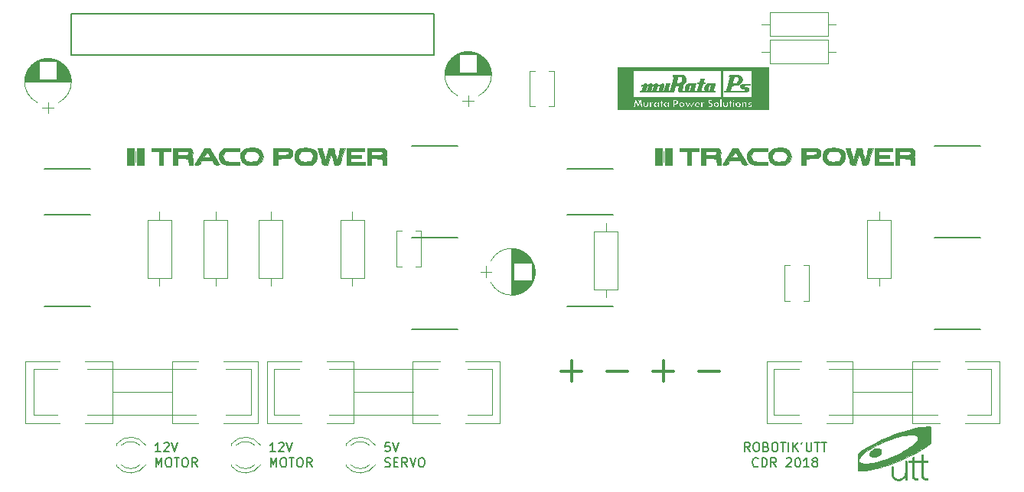
<source format=gbr>
G04 #@! TF.FileFunction,Legend,Top*
%FSLAX46Y46*%
G04 Gerber Fmt 4.6, Leading zero omitted, Abs format (unit mm)*
G04 Created by KiCad (PCBNEW 4.0.7-e2-6376~58~ubuntu16.04.1) date Wed Feb  7 17:19:15 2018*
%MOMM*%
%LPD*%
G01*
G04 APERTURE LIST*
%ADD10C,0.050000*%
%ADD11C,0.200000*%
%ADD12C,0.300000*%
%ADD13C,0.150000*%
%ADD14C,0.120000*%
%ADD15C,0.010000*%
G04 APERTURE END LIST*
D10*
D11*
X151059048Y-85962381D02*
X150725714Y-85486190D01*
X150487619Y-85962381D02*
X150487619Y-84962381D01*
X150868572Y-84962381D01*
X150963810Y-85010000D01*
X151011429Y-85057619D01*
X151059048Y-85152857D01*
X151059048Y-85295714D01*
X151011429Y-85390952D01*
X150963810Y-85438571D01*
X150868572Y-85486190D01*
X150487619Y-85486190D01*
X151678095Y-84962381D02*
X151868572Y-84962381D01*
X151963810Y-85010000D01*
X152059048Y-85105238D01*
X152106667Y-85295714D01*
X152106667Y-85629048D01*
X152059048Y-85819524D01*
X151963810Y-85914762D01*
X151868572Y-85962381D01*
X151678095Y-85962381D01*
X151582857Y-85914762D01*
X151487619Y-85819524D01*
X151440000Y-85629048D01*
X151440000Y-85295714D01*
X151487619Y-85105238D01*
X151582857Y-85010000D01*
X151678095Y-84962381D01*
X152868572Y-85438571D02*
X153011429Y-85486190D01*
X153059048Y-85533810D01*
X153106667Y-85629048D01*
X153106667Y-85771905D01*
X153059048Y-85867143D01*
X153011429Y-85914762D01*
X152916191Y-85962381D01*
X152535238Y-85962381D01*
X152535238Y-84962381D01*
X152868572Y-84962381D01*
X152963810Y-85010000D01*
X153011429Y-85057619D01*
X153059048Y-85152857D01*
X153059048Y-85248095D01*
X153011429Y-85343333D01*
X152963810Y-85390952D01*
X152868572Y-85438571D01*
X152535238Y-85438571D01*
X153725714Y-84962381D02*
X153916191Y-84962381D01*
X154011429Y-85010000D01*
X154106667Y-85105238D01*
X154154286Y-85295714D01*
X154154286Y-85629048D01*
X154106667Y-85819524D01*
X154011429Y-85914762D01*
X153916191Y-85962381D01*
X153725714Y-85962381D01*
X153630476Y-85914762D01*
X153535238Y-85819524D01*
X153487619Y-85629048D01*
X153487619Y-85295714D01*
X153535238Y-85105238D01*
X153630476Y-85010000D01*
X153725714Y-84962381D01*
X154440000Y-84962381D02*
X155011429Y-84962381D01*
X154725714Y-85962381D02*
X154725714Y-84962381D01*
X155344762Y-85962381D02*
X155344762Y-84962381D01*
X155820952Y-85962381D02*
X155820952Y-84962381D01*
X156392381Y-85962381D02*
X155963809Y-85390952D01*
X156392381Y-84962381D02*
X155820952Y-85533810D01*
X156868571Y-84962381D02*
X156773333Y-85152857D01*
X157297142Y-84962381D02*
X157297142Y-85771905D01*
X157344761Y-85867143D01*
X157392380Y-85914762D01*
X157487618Y-85962381D01*
X157678095Y-85962381D01*
X157773333Y-85914762D01*
X157820952Y-85867143D01*
X157868571Y-85771905D01*
X157868571Y-84962381D01*
X158201904Y-84962381D02*
X158773333Y-84962381D01*
X158487618Y-85962381D02*
X158487618Y-84962381D01*
X158963809Y-84962381D02*
X159535238Y-84962381D01*
X159249523Y-85962381D02*
X159249523Y-84962381D01*
X151963810Y-87567143D02*
X151916191Y-87614762D01*
X151773334Y-87662381D01*
X151678096Y-87662381D01*
X151535238Y-87614762D01*
X151440000Y-87519524D01*
X151392381Y-87424286D01*
X151344762Y-87233810D01*
X151344762Y-87090952D01*
X151392381Y-86900476D01*
X151440000Y-86805238D01*
X151535238Y-86710000D01*
X151678096Y-86662381D01*
X151773334Y-86662381D01*
X151916191Y-86710000D01*
X151963810Y-86757619D01*
X152392381Y-87662381D02*
X152392381Y-86662381D01*
X152630476Y-86662381D01*
X152773334Y-86710000D01*
X152868572Y-86805238D01*
X152916191Y-86900476D01*
X152963810Y-87090952D01*
X152963810Y-87233810D01*
X152916191Y-87424286D01*
X152868572Y-87519524D01*
X152773334Y-87614762D01*
X152630476Y-87662381D01*
X152392381Y-87662381D01*
X153963810Y-87662381D02*
X153630476Y-87186190D01*
X153392381Y-87662381D02*
X153392381Y-86662381D01*
X153773334Y-86662381D01*
X153868572Y-86710000D01*
X153916191Y-86757619D01*
X153963810Y-86852857D01*
X153963810Y-86995714D01*
X153916191Y-87090952D01*
X153868572Y-87138571D01*
X153773334Y-87186190D01*
X153392381Y-87186190D01*
X155106667Y-86757619D02*
X155154286Y-86710000D01*
X155249524Y-86662381D01*
X155487620Y-86662381D01*
X155582858Y-86710000D01*
X155630477Y-86757619D01*
X155678096Y-86852857D01*
X155678096Y-86948095D01*
X155630477Y-87090952D01*
X155059048Y-87662381D01*
X155678096Y-87662381D01*
X156297143Y-86662381D02*
X156392382Y-86662381D01*
X156487620Y-86710000D01*
X156535239Y-86757619D01*
X156582858Y-86852857D01*
X156630477Y-87043333D01*
X156630477Y-87281429D01*
X156582858Y-87471905D01*
X156535239Y-87567143D01*
X156487620Y-87614762D01*
X156392382Y-87662381D01*
X156297143Y-87662381D01*
X156201905Y-87614762D01*
X156154286Y-87567143D01*
X156106667Y-87471905D01*
X156059048Y-87281429D01*
X156059048Y-87043333D01*
X156106667Y-86852857D01*
X156154286Y-86757619D01*
X156201905Y-86710000D01*
X156297143Y-86662381D01*
X157582858Y-87662381D02*
X157011429Y-87662381D01*
X157297143Y-87662381D02*
X157297143Y-86662381D01*
X157201905Y-86805238D01*
X157106667Y-86900476D01*
X157011429Y-86948095D01*
X158154286Y-87090952D02*
X158059048Y-87043333D01*
X158011429Y-86995714D01*
X157963810Y-86900476D01*
X157963810Y-86852857D01*
X158011429Y-86757619D01*
X158059048Y-86710000D01*
X158154286Y-86662381D01*
X158344763Y-86662381D01*
X158440001Y-86710000D01*
X158487620Y-86757619D01*
X158535239Y-86852857D01*
X158535239Y-86900476D01*
X158487620Y-86995714D01*
X158440001Y-87043333D01*
X158344763Y-87090952D01*
X158154286Y-87090952D01*
X158059048Y-87138571D01*
X158011429Y-87186190D01*
X157963810Y-87281429D01*
X157963810Y-87471905D01*
X158011429Y-87567143D01*
X158059048Y-87614762D01*
X158154286Y-87662381D01*
X158344763Y-87662381D01*
X158440001Y-87614762D01*
X158487620Y-87567143D01*
X158535239Y-87471905D01*
X158535239Y-87281429D01*
X158487620Y-87186190D01*
X158440001Y-87138571D01*
X158344763Y-87090952D01*
X111204286Y-84962381D02*
X110728095Y-84962381D01*
X110680476Y-85438571D01*
X110728095Y-85390952D01*
X110823333Y-85343333D01*
X111061429Y-85343333D01*
X111156667Y-85390952D01*
X111204286Y-85438571D01*
X111251905Y-85533810D01*
X111251905Y-85771905D01*
X111204286Y-85867143D01*
X111156667Y-85914762D01*
X111061429Y-85962381D01*
X110823333Y-85962381D01*
X110728095Y-85914762D01*
X110680476Y-85867143D01*
X111537619Y-84962381D02*
X111870952Y-85962381D01*
X112204286Y-84962381D01*
X110680476Y-87614762D02*
X110823333Y-87662381D01*
X111061429Y-87662381D01*
X111156667Y-87614762D01*
X111204286Y-87567143D01*
X111251905Y-87471905D01*
X111251905Y-87376667D01*
X111204286Y-87281429D01*
X111156667Y-87233810D01*
X111061429Y-87186190D01*
X110870952Y-87138571D01*
X110775714Y-87090952D01*
X110728095Y-87043333D01*
X110680476Y-86948095D01*
X110680476Y-86852857D01*
X110728095Y-86757619D01*
X110775714Y-86710000D01*
X110870952Y-86662381D01*
X111109048Y-86662381D01*
X111251905Y-86710000D01*
X111680476Y-87138571D02*
X112013810Y-87138571D01*
X112156667Y-87662381D02*
X111680476Y-87662381D01*
X111680476Y-86662381D01*
X112156667Y-86662381D01*
X113156667Y-87662381D02*
X112823333Y-87186190D01*
X112585238Y-87662381D02*
X112585238Y-86662381D01*
X112966191Y-86662381D01*
X113061429Y-86710000D01*
X113109048Y-86757619D01*
X113156667Y-86852857D01*
X113156667Y-86995714D01*
X113109048Y-87090952D01*
X113061429Y-87138571D01*
X112966191Y-87186190D01*
X112585238Y-87186190D01*
X113442381Y-86662381D02*
X113775714Y-87662381D01*
X114109048Y-86662381D01*
X114632857Y-86662381D02*
X114823334Y-86662381D01*
X114918572Y-86710000D01*
X115013810Y-86805238D01*
X115061429Y-86995714D01*
X115061429Y-87329048D01*
X115013810Y-87519524D01*
X114918572Y-87614762D01*
X114823334Y-87662381D01*
X114632857Y-87662381D01*
X114537619Y-87614762D01*
X114442381Y-87519524D01*
X114394762Y-87329048D01*
X114394762Y-86995714D01*
X114442381Y-86805238D01*
X114537619Y-86710000D01*
X114632857Y-86662381D01*
X98551905Y-85962381D02*
X97980476Y-85962381D01*
X98266190Y-85962381D02*
X98266190Y-84962381D01*
X98170952Y-85105238D01*
X98075714Y-85200476D01*
X97980476Y-85248095D01*
X98932857Y-85057619D02*
X98980476Y-85010000D01*
X99075714Y-84962381D01*
X99313810Y-84962381D01*
X99409048Y-85010000D01*
X99456667Y-85057619D01*
X99504286Y-85152857D01*
X99504286Y-85248095D01*
X99456667Y-85390952D01*
X98885238Y-85962381D01*
X99504286Y-85962381D01*
X99790000Y-84962381D02*
X100123333Y-85962381D01*
X100456667Y-84962381D01*
X98028095Y-87662381D02*
X98028095Y-86662381D01*
X98361429Y-87376667D01*
X98694762Y-86662381D01*
X98694762Y-87662381D01*
X99361428Y-86662381D02*
X99551905Y-86662381D01*
X99647143Y-86710000D01*
X99742381Y-86805238D01*
X99790000Y-86995714D01*
X99790000Y-87329048D01*
X99742381Y-87519524D01*
X99647143Y-87614762D01*
X99551905Y-87662381D01*
X99361428Y-87662381D01*
X99266190Y-87614762D01*
X99170952Y-87519524D01*
X99123333Y-87329048D01*
X99123333Y-86995714D01*
X99170952Y-86805238D01*
X99266190Y-86710000D01*
X99361428Y-86662381D01*
X100075714Y-86662381D02*
X100647143Y-86662381D01*
X100361428Y-87662381D02*
X100361428Y-86662381D01*
X101170952Y-86662381D02*
X101361429Y-86662381D01*
X101456667Y-86710000D01*
X101551905Y-86805238D01*
X101599524Y-86995714D01*
X101599524Y-87329048D01*
X101551905Y-87519524D01*
X101456667Y-87614762D01*
X101361429Y-87662381D01*
X101170952Y-87662381D01*
X101075714Y-87614762D01*
X100980476Y-87519524D01*
X100932857Y-87329048D01*
X100932857Y-86995714D01*
X100980476Y-86805238D01*
X101075714Y-86710000D01*
X101170952Y-86662381D01*
X102599524Y-87662381D02*
X102266190Y-87186190D01*
X102028095Y-87662381D02*
X102028095Y-86662381D01*
X102409048Y-86662381D01*
X102504286Y-86710000D01*
X102551905Y-86757619D01*
X102599524Y-86852857D01*
X102599524Y-86995714D01*
X102551905Y-87090952D01*
X102504286Y-87138571D01*
X102409048Y-87186190D01*
X102028095Y-87186190D01*
X85851905Y-85962381D02*
X85280476Y-85962381D01*
X85566190Y-85962381D02*
X85566190Y-84962381D01*
X85470952Y-85105238D01*
X85375714Y-85200476D01*
X85280476Y-85248095D01*
X86232857Y-85057619D02*
X86280476Y-85010000D01*
X86375714Y-84962381D01*
X86613810Y-84962381D01*
X86709048Y-85010000D01*
X86756667Y-85057619D01*
X86804286Y-85152857D01*
X86804286Y-85248095D01*
X86756667Y-85390952D01*
X86185238Y-85962381D01*
X86804286Y-85962381D01*
X87090000Y-84962381D02*
X87423333Y-85962381D01*
X87756667Y-84962381D01*
X85328095Y-87662381D02*
X85328095Y-86662381D01*
X85661429Y-87376667D01*
X85994762Y-86662381D01*
X85994762Y-87662381D01*
X86661428Y-86662381D02*
X86851905Y-86662381D01*
X86947143Y-86710000D01*
X87042381Y-86805238D01*
X87090000Y-86995714D01*
X87090000Y-87329048D01*
X87042381Y-87519524D01*
X86947143Y-87614762D01*
X86851905Y-87662381D01*
X86661428Y-87662381D01*
X86566190Y-87614762D01*
X86470952Y-87519524D01*
X86423333Y-87329048D01*
X86423333Y-86995714D01*
X86470952Y-86805238D01*
X86566190Y-86710000D01*
X86661428Y-86662381D01*
X87375714Y-86662381D02*
X87947143Y-86662381D01*
X87661428Y-87662381D02*
X87661428Y-86662381D01*
X88470952Y-86662381D02*
X88661429Y-86662381D01*
X88756667Y-86710000D01*
X88851905Y-86805238D01*
X88899524Y-86995714D01*
X88899524Y-87329048D01*
X88851905Y-87519524D01*
X88756667Y-87614762D01*
X88661429Y-87662381D01*
X88470952Y-87662381D01*
X88375714Y-87614762D01*
X88280476Y-87519524D01*
X88232857Y-87329048D01*
X88232857Y-86995714D01*
X88280476Y-86805238D01*
X88375714Y-86710000D01*
X88470952Y-86662381D01*
X89899524Y-87662381D02*
X89566190Y-87186190D01*
X89328095Y-87662381D02*
X89328095Y-86662381D01*
X89709048Y-86662381D01*
X89804286Y-86710000D01*
X89851905Y-86757619D01*
X89899524Y-86852857D01*
X89899524Y-86995714D01*
X89851905Y-87090952D01*
X89804286Y-87138571D01*
X89709048Y-87186190D01*
X89328095Y-87186190D01*
D12*
X147700857Y-77049286D02*
X145415143Y-77049286D01*
X137540857Y-77049286D02*
X135255143Y-77049286D01*
X142620857Y-77049286D02*
X140335143Y-77049286D01*
X141478000Y-78192143D02*
X141478000Y-75906429D01*
X132460857Y-77049286D02*
X130175143Y-77049286D01*
X131318000Y-78192143D02*
X131318000Y-75906429D01*
D13*
X118745000Y-72390000D02*
X113665000Y-72390000D01*
X118745000Y-62230000D02*
X113665000Y-62230000D01*
X118745000Y-52070000D02*
X113665000Y-52070000D01*
X73025000Y-69850000D02*
X78105000Y-69850000D01*
X73025000Y-59690000D02*
X78105000Y-59690000D01*
X73025000Y-54610000D02*
X78105000Y-54610000D01*
D14*
X118708277Y-41910278D02*
G75*
G03X118708000Y-46521580I1179723J-2305722D01*
G01*
X121067723Y-41910278D02*
G75*
G02X121068000Y-46521580I-1179723J-2305722D01*
G01*
X121067723Y-41910278D02*
G75*
G03X118708000Y-41910420I-1179723J-2305722D01*
G01*
X117338000Y-44216000D02*
X122438000Y-44216000D01*
X117338000Y-44176000D02*
X122438000Y-44176000D01*
X117339000Y-44136000D02*
X122437000Y-44136000D01*
X117340000Y-44096000D02*
X122436000Y-44096000D01*
X117342000Y-44056000D02*
X122434000Y-44056000D01*
X117345000Y-44016000D02*
X122431000Y-44016000D01*
X117349000Y-43976000D02*
X122427000Y-43976000D01*
X117353000Y-43936000D02*
X118908000Y-43936000D01*
X120868000Y-43936000D02*
X122423000Y-43936000D01*
X117357000Y-43896000D02*
X118908000Y-43896000D01*
X120868000Y-43896000D02*
X122419000Y-43896000D01*
X117363000Y-43856000D02*
X118908000Y-43856000D01*
X120868000Y-43856000D02*
X122413000Y-43856000D01*
X117369000Y-43816000D02*
X118908000Y-43816000D01*
X120868000Y-43816000D02*
X122407000Y-43816000D01*
X117375000Y-43776000D02*
X118908000Y-43776000D01*
X120868000Y-43776000D02*
X122401000Y-43776000D01*
X117382000Y-43736000D02*
X118908000Y-43736000D01*
X120868000Y-43736000D02*
X122394000Y-43736000D01*
X117390000Y-43696000D02*
X118908000Y-43696000D01*
X120868000Y-43696000D02*
X122386000Y-43696000D01*
X117399000Y-43656000D02*
X118908000Y-43656000D01*
X120868000Y-43656000D02*
X122377000Y-43656000D01*
X117408000Y-43616000D02*
X118908000Y-43616000D01*
X120868000Y-43616000D02*
X122368000Y-43616000D01*
X117418000Y-43576000D02*
X118908000Y-43576000D01*
X120868000Y-43576000D02*
X122358000Y-43576000D01*
X117428000Y-43536000D02*
X118908000Y-43536000D01*
X120868000Y-43536000D02*
X122348000Y-43536000D01*
X117440000Y-43495000D02*
X118908000Y-43495000D01*
X120868000Y-43495000D02*
X122336000Y-43495000D01*
X117452000Y-43455000D02*
X118908000Y-43455000D01*
X120868000Y-43455000D02*
X122324000Y-43455000D01*
X117464000Y-43415000D02*
X118908000Y-43415000D01*
X120868000Y-43415000D02*
X122312000Y-43415000D01*
X117478000Y-43375000D02*
X118908000Y-43375000D01*
X120868000Y-43375000D02*
X122298000Y-43375000D01*
X117492000Y-43335000D02*
X118908000Y-43335000D01*
X120868000Y-43335000D02*
X122284000Y-43335000D01*
X117506000Y-43295000D02*
X118908000Y-43295000D01*
X120868000Y-43295000D02*
X122270000Y-43295000D01*
X117522000Y-43255000D02*
X118908000Y-43255000D01*
X120868000Y-43255000D02*
X122254000Y-43255000D01*
X117538000Y-43215000D02*
X118908000Y-43215000D01*
X120868000Y-43215000D02*
X122238000Y-43215000D01*
X117555000Y-43175000D02*
X118908000Y-43175000D01*
X120868000Y-43175000D02*
X122221000Y-43175000D01*
X117573000Y-43135000D02*
X118908000Y-43135000D01*
X120868000Y-43135000D02*
X122203000Y-43135000D01*
X117592000Y-43095000D02*
X118908000Y-43095000D01*
X120868000Y-43095000D02*
X122184000Y-43095000D01*
X117612000Y-43055000D02*
X118908000Y-43055000D01*
X120868000Y-43055000D02*
X122164000Y-43055000D01*
X117632000Y-43015000D02*
X118908000Y-43015000D01*
X120868000Y-43015000D02*
X122144000Y-43015000D01*
X117654000Y-42975000D02*
X118908000Y-42975000D01*
X120868000Y-42975000D02*
X122122000Y-42975000D01*
X117676000Y-42935000D02*
X118908000Y-42935000D01*
X120868000Y-42935000D02*
X122100000Y-42935000D01*
X117699000Y-42895000D02*
X118908000Y-42895000D01*
X120868000Y-42895000D02*
X122077000Y-42895000D01*
X117723000Y-42855000D02*
X118908000Y-42855000D01*
X120868000Y-42855000D02*
X122053000Y-42855000D01*
X117748000Y-42815000D02*
X118908000Y-42815000D01*
X120868000Y-42815000D02*
X122028000Y-42815000D01*
X117775000Y-42775000D02*
X118908000Y-42775000D01*
X120868000Y-42775000D02*
X122001000Y-42775000D01*
X117802000Y-42735000D02*
X118908000Y-42735000D01*
X120868000Y-42735000D02*
X121974000Y-42735000D01*
X117830000Y-42695000D02*
X118908000Y-42695000D01*
X120868000Y-42695000D02*
X121946000Y-42695000D01*
X117860000Y-42655000D02*
X118908000Y-42655000D01*
X120868000Y-42655000D02*
X121916000Y-42655000D01*
X117891000Y-42615000D02*
X118908000Y-42615000D01*
X120868000Y-42615000D02*
X121885000Y-42615000D01*
X117923000Y-42575000D02*
X118908000Y-42575000D01*
X120868000Y-42575000D02*
X121853000Y-42575000D01*
X117956000Y-42535000D02*
X118908000Y-42535000D01*
X120868000Y-42535000D02*
X121820000Y-42535000D01*
X117991000Y-42495000D02*
X118908000Y-42495000D01*
X120868000Y-42495000D02*
X121785000Y-42495000D01*
X118027000Y-42455000D02*
X118908000Y-42455000D01*
X120868000Y-42455000D02*
X121749000Y-42455000D01*
X118065000Y-42415000D02*
X118908000Y-42415000D01*
X120868000Y-42415000D02*
X121711000Y-42415000D01*
X118105000Y-42375000D02*
X118908000Y-42375000D01*
X120868000Y-42375000D02*
X121671000Y-42375000D01*
X118146000Y-42335000D02*
X118908000Y-42335000D01*
X120868000Y-42335000D02*
X121630000Y-42335000D01*
X118189000Y-42295000D02*
X118908000Y-42295000D01*
X120868000Y-42295000D02*
X121587000Y-42295000D01*
X118234000Y-42255000D02*
X118908000Y-42255000D01*
X120868000Y-42255000D02*
X121542000Y-42255000D01*
X118282000Y-42215000D02*
X118908000Y-42215000D01*
X120868000Y-42215000D02*
X121494000Y-42215000D01*
X118332000Y-42175000D02*
X118908000Y-42175000D01*
X120868000Y-42175000D02*
X121444000Y-42175000D01*
X118384000Y-42135000D02*
X118908000Y-42135000D01*
X120868000Y-42135000D02*
X121392000Y-42135000D01*
X118440000Y-42095000D02*
X118908000Y-42095000D01*
X120868000Y-42095000D02*
X121336000Y-42095000D01*
X118498000Y-42055000D02*
X118908000Y-42055000D01*
X120868000Y-42055000D02*
X121278000Y-42055000D01*
X118561000Y-42015000D02*
X118908000Y-42015000D01*
X120868000Y-42015000D02*
X121215000Y-42015000D01*
X118627000Y-41975000D02*
X121149000Y-41975000D01*
X118699000Y-41935000D02*
X121077000Y-41935000D01*
X118776000Y-41895000D02*
X121000000Y-41895000D01*
X118860000Y-41855000D02*
X120916000Y-41855000D01*
X118954000Y-41815000D02*
X120822000Y-41815000D01*
X119059000Y-41775000D02*
X120717000Y-41775000D01*
X119181000Y-41735000D02*
X120595000Y-41735000D01*
X119329000Y-41695000D02*
X120447000Y-41695000D01*
X119534000Y-41655000D02*
X120242000Y-41655000D01*
X119888000Y-47666000D02*
X119888000Y-46466000D01*
X119238000Y-47066000D02*
X120538000Y-47066000D01*
X72226277Y-42672278D02*
G75*
G03X72226000Y-47283580I1179723J-2305722D01*
G01*
X74585723Y-42672278D02*
G75*
G02X74586000Y-47283580I-1179723J-2305722D01*
G01*
X74585723Y-42672278D02*
G75*
G03X72226000Y-42672420I-1179723J-2305722D01*
G01*
X70856000Y-44978000D02*
X75956000Y-44978000D01*
X70856000Y-44938000D02*
X75956000Y-44938000D01*
X70857000Y-44898000D02*
X75955000Y-44898000D01*
X70858000Y-44858000D02*
X75954000Y-44858000D01*
X70860000Y-44818000D02*
X75952000Y-44818000D01*
X70863000Y-44778000D02*
X75949000Y-44778000D01*
X70867000Y-44738000D02*
X75945000Y-44738000D01*
X70871000Y-44698000D02*
X72426000Y-44698000D01*
X74386000Y-44698000D02*
X75941000Y-44698000D01*
X70875000Y-44658000D02*
X72426000Y-44658000D01*
X74386000Y-44658000D02*
X75937000Y-44658000D01*
X70881000Y-44618000D02*
X72426000Y-44618000D01*
X74386000Y-44618000D02*
X75931000Y-44618000D01*
X70887000Y-44578000D02*
X72426000Y-44578000D01*
X74386000Y-44578000D02*
X75925000Y-44578000D01*
X70893000Y-44538000D02*
X72426000Y-44538000D01*
X74386000Y-44538000D02*
X75919000Y-44538000D01*
X70900000Y-44498000D02*
X72426000Y-44498000D01*
X74386000Y-44498000D02*
X75912000Y-44498000D01*
X70908000Y-44458000D02*
X72426000Y-44458000D01*
X74386000Y-44458000D02*
X75904000Y-44458000D01*
X70917000Y-44418000D02*
X72426000Y-44418000D01*
X74386000Y-44418000D02*
X75895000Y-44418000D01*
X70926000Y-44378000D02*
X72426000Y-44378000D01*
X74386000Y-44378000D02*
X75886000Y-44378000D01*
X70936000Y-44338000D02*
X72426000Y-44338000D01*
X74386000Y-44338000D02*
X75876000Y-44338000D01*
X70946000Y-44298000D02*
X72426000Y-44298000D01*
X74386000Y-44298000D02*
X75866000Y-44298000D01*
X70958000Y-44257000D02*
X72426000Y-44257000D01*
X74386000Y-44257000D02*
X75854000Y-44257000D01*
X70970000Y-44217000D02*
X72426000Y-44217000D01*
X74386000Y-44217000D02*
X75842000Y-44217000D01*
X70982000Y-44177000D02*
X72426000Y-44177000D01*
X74386000Y-44177000D02*
X75830000Y-44177000D01*
X70996000Y-44137000D02*
X72426000Y-44137000D01*
X74386000Y-44137000D02*
X75816000Y-44137000D01*
X71010000Y-44097000D02*
X72426000Y-44097000D01*
X74386000Y-44097000D02*
X75802000Y-44097000D01*
X71024000Y-44057000D02*
X72426000Y-44057000D01*
X74386000Y-44057000D02*
X75788000Y-44057000D01*
X71040000Y-44017000D02*
X72426000Y-44017000D01*
X74386000Y-44017000D02*
X75772000Y-44017000D01*
X71056000Y-43977000D02*
X72426000Y-43977000D01*
X74386000Y-43977000D02*
X75756000Y-43977000D01*
X71073000Y-43937000D02*
X72426000Y-43937000D01*
X74386000Y-43937000D02*
X75739000Y-43937000D01*
X71091000Y-43897000D02*
X72426000Y-43897000D01*
X74386000Y-43897000D02*
X75721000Y-43897000D01*
X71110000Y-43857000D02*
X72426000Y-43857000D01*
X74386000Y-43857000D02*
X75702000Y-43857000D01*
X71130000Y-43817000D02*
X72426000Y-43817000D01*
X74386000Y-43817000D02*
X75682000Y-43817000D01*
X71150000Y-43777000D02*
X72426000Y-43777000D01*
X74386000Y-43777000D02*
X75662000Y-43777000D01*
X71172000Y-43737000D02*
X72426000Y-43737000D01*
X74386000Y-43737000D02*
X75640000Y-43737000D01*
X71194000Y-43697000D02*
X72426000Y-43697000D01*
X74386000Y-43697000D02*
X75618000Y-43697000D01*
X71217000Y-43657000D02*
X72426000Y-43657000D01*
X74386000Y-43657000D02*
X75595000Y-43657000D01*
X71241000Y-43617000D02*
X72426000Y-43617000D01*
X74386000Y-43617000D02*
X75571000Y-43617000D01*
X71266000Y-43577000D02*
X72426000Y-43577000D01*
X74386000Y-43577000D02*
X75546000Y-43577000D01*
X71293000Y-43537000D02*
X72426000Y-43537000D01*
X74386000Y-43537000D02*
X75519000Y-43537000D01*
X71320000Y-43497000D02*
X72426000Y-43497000D01*
X74386000Y-43497000D02*
X75492000Y-43497000D01*
X71348000Y-43457000D02*
X72426000Y-43457000D01*
X74386000Y-43457000D02*
X75464000Y-43457000D01*
X71378000Y-43417000D02*
X72426000Y-43417000D01*
X74386000Y-43417000D02*
X75434000Y-43417000D01*
X71409000Y-43377000D02*
X72426000Y-43377000D01*
X74386000Y-43377000D02*
X75403000Y-43377000D01*
X71441000Y-43337000D02*
X72426000Y-43337000D01*
X74386000Y-43337000D02*
X75371000Y-43337000D01*
X71474000Y-43297000D02*
X72426000Y-43297000D01*
X74386000Y-43297000D02*
X75338000Y-43297000D01*
X71509000Y-43257000D02*
X72426000Y-43257000D01*
X74386000Y-43257000D02*
X75303000Y-43257000D01*
X71545000Y-43217000D02*
X72426000Y-43217000D01*
X74386000Y-43217000D02*
X75267000Y-43217000D01*
X71583000Y-43177000D02*
X72426000Y-43177000D01*
X74386000Y-43177000D02*
X75229000Y-43177000D01*
X71623000Y-43137000D02*
X72426000Y-43137000D01*
X74386000Y-43137000D02*
X75189000Y-43137000D01*
X71664000Y-43097000D02*
X72426000Y-43097000D01*
X74386000Y-43097000D02*
X75148000Y-43097000D01*
X71707000Y-43057000D02*
X72426000Y-43057000D01*
X74386000Y-43057000D02*
X75105000Y-43057000D01*
X71752000Y-43017000D02*
X72426000Y-43017000D01*
X74386000Y-43017000D02*
X75060000Y-43017000D01*
X71800000Y-42977000D02*
X72426000Y-42977000D01*
X74386000Y-42977000D02*
X75012000Y-42977000D01*
X71850000Y-42937000D02*
X72426000Y-42937000D01*
X74386000Y-42937000D02*
X74962000Y-42937000D01*
X71902000Y-42897000D02*
X72426000Y-42897000D01*
X74386000Y-42897000D02*
X74910000Y-42897000D01*
X71958000Y-42857000D02*
X72426000Y-42857000D01*
X74386000Y-42857000D02*
X74854000Y-42857000D01*
X72016000Y-42817000D02*
X72426000Y-42817000D01*
X74386000Y-42817000D02*
X74796000Y-42817000D01*
X72079000Y-42777000D02*
X72426000Y-42777000D01*
X74386000Y-42777000D02*
X74733000Y-42777000D01*
X72145000Y-42737000D02*
X74667000Y-42737000D01*
X72217000Y-42697000D02*
X74595000Y-42697000D01*
X72294000Y-42657000D02*
X74518000Y-42657000D01*
X72378000Y-42617000D02*
X74434000Y-42617000D01*
X72472000Y-42577000D02*
X74340000Y-42577000D01*
X72577000Y-42537000D02*
X74235000Y-42537000D01*
X72699000Y-42497000D02*
X74113000Y-42497000D01*
X72847000Y-42457000D02*
X73965000Y-42457000D01*
X73052000Y-42417000D02*
X73760000Y-42417000D01*
X73406000Y-48428000D02*
X73406000Y-47228000D01*
X72756000Y-47828000D02*
X74056000Y-47828000D01*
X126999722Y-64860277D02*
G75*
G03X122388420Y-64860000I-2305722J-1179723D01*
G01*
X126999722Y-67219723D02*
G75*
G02X122388420Y-67220000I-2305722J1179723D01*
G01*
X126999722Y-67219723D02*
G75*
G03X126999580Y-64860000I-2305722J1179723D01*
G01*
X124694000Y-63490000D02*
X124694000Y-68590000D01*
X124734000Y-63490000D02*
X124734000Y-68590000D01*
X124774000Y-63491000D02*
X124774000Y-68589000D01*
X124814000Y-63492000D02*
X124814000Y-68588000D01*
X124854000Y-63494000D02*
X124854000Y-68586000D01*
X124894000Y-63497000D02*
X124894000Y-68583000D01*
X124934000Y-63501000D02*
X124934000Y-68579000D01*
X124974000Y-63505000D02*
X124974000Y-65060000D01*
X124974000Y-67020000D02*
X124974000Y-68575000D01*
X125014000Y-63509000D02*
X125014000Y-65060000D01*
X125014000Y-67020000D02*
X125014000Y-68571000D01*
X125054000Y-63515000D02*
X125054000Y-65060000D01*
X125054000Y-67020000D02*
X125054000Y-68565000D01*
X125094000Y-63521000D02*
X125094000Y-65060000D01*
X125094000Y-67020000D02*
X125094000Y-68559000D01*
X125134000Y-63527000D02*
X125134000Y-65060000D01*
X125134000Y-67020000D02*
X125134000Y-68553000D01*
X125174000Y-63534000D02*
X125174000Y-65060000D01*
X125174000Y-67020000D02*
X125174000Y-68546000D01*
X125214000Y-63542000D02*
X125214000Y-65060000D01*
X125214000Y-67020000D02*
X125214000Y-68538000D01*
X125254000Y-63551000D02*
X125254000Y-65060000D01*
X125254000Y-67020000D02*
X125254000Y-68529000D01*
X125294000Y-63560000D02*
X125294000Y-65060000D01*
X125294000Y-67020000D02*
X125294000Y-68520000D01*
X125334000Y-63570000D02*
X125334000Y-65060000D01*
X125334000Y-67020000D02*
X125334000Y-68510000D01*
X125374000Y-63580000D02*
X125374000Y-65060000D01*
X125374000Y-67020000D02*
X125374000Y-68500000D01*
X125415000Y-63592000D02*
X125415000Y-65060000D01*
X125415000Y-67020000D02*
X125415000Y-68488000D01*
X125455000Y-63604000D02*
X125455000Y-65060000D01*
X125455000Y-67020000D02*
X125455000Y-68476000D01*
X125495000Y-63616000D02*
X125495000Y-65060000D01*
X125495000Y-67020000D02*
X125495000Y-68464000D01*
X125535000Y-63630000D02*
X125535000Y-65060000D01*
X125535000Y-67020000D02*
X125535000Y-68450000D01*
X125575000Y-63644000D02*
X125575000Y-65060000D01*
X125575000Y-67020000D02*
X125575000Y-68436000D01*
X125615000Y-63658000D02*
X125615000Y-65060000D01*
X125615000Y-67020000D02*
X125615000Y-68422000D01*
X125655000Y-63674000D02*
X125655000Y-65060000D01*
X125655000Y-67020000D02*
X125655000Y-68406000D01*
X125695000Y-63690000D02*
X125695000Y-65060000D01*
X125695000Y-67020000D02*
X125695000Y-68390000D01*
X125735000Y-63707000D02*
X125735000Y-65060000D01*
X125735000Y-67020000D02*
X125735000Y-68373000D01*
X125775000Y-63725000D02*
X125775000Y-65060000D01*
X125775000Y-67020000D02*
X125775000Y-68355000D01*
X125815000Y-63744000D02*
X125815000Y-65060000D01*
X125815000Y-67020000D02*
X125815000Y-68336000D01*
X125855000Y-63764000D02*
X125855000Y-65060000D01*
X125855000Y-67020000D02*
X125855000Y-68316000D01*
X125895000Y-63784000D02*
X125895000Y-65060000D01*
X125895000Y-67020000D02*
X125895000Y-68296000D01*
X125935000Y-63806000D02*
X125935000Y-65060000D01*
X125935000Y-67020000D02*
X125935000Y-68274000D01*
X125975000Y-63828000D02*
X125975000Y-65060000D01*
X125975000Y-67020000D02*
X125975000Y-68252000D01*
X126015000Y-63851000D02*
X126015000Y-65060000D01*
X126015000Y-67020000D02*
X126015000Y-68229000D01*
X126055000Y-63875000D02*
X126055000Y-65060000D01*
X126055000Y-67020000D02*
X126055000Y-68205000D01*
X126095000Y-63900000D02*
X126095000Y-65060000D01*
X126095000Y-67020000D02*
X126095000Y-68180000D01*
X126135000Y-63927000D02*
X126135000Y-65060000D01*
X126135000Y-67020000D02*
X126135000Y-68153000D01*
X126175000Y-63954000D02*
X126175000Y-65060000D01*
X126175000Y-67020000D02*
X126175000Y-68126000D01*
X126215000Y-63982000D02*
X126215000Y-65060000D01*
X126215000Y-67020000D02*
X126215000Y-68098000D01*
X126255000Y-64012000D02*
X126255000Y-65060000D01*
X126255000Y-67020000D02*
X126255000Y-68068000D01*
X126295000Y-64043000D02*
X126295000Y-65060000D01*
X126295000Y-67020000D02*
X126295000Y-68037000D01*
X126335000Y-64075000D02*
X126335000Y-65060000D01*
X126335000Y-67020000D02*
X126335000Y-68005000D01*
X126375000Y-64108000D02*
X126375000Y-65060000D01*
X126375000Y-67020000D02*
X126375000Y-67972000D01*
X126415000Y-64143000D02*
X126415000Y-65060000D01*
X126415000Y-67020000D02*
X126415000Y-67937000D01*
X126455000Y-64179000D02*
X126455000Y-65060000D01*
X126455000Y-67020000D02*
X126455000Y-67901000D01*
X126495000Y-64217000D02*
X126495000Y-65060000D01*
X126495000Y-67020000D02*
X126495000Y-67863000D01*
X126535000Y-64257000D02*
X126535000Y-65060000D01*
X126535000Y-67020000D02*
X126535000Y-67823000D01*
X126575000Y-64298000D02*
X126575000Y-65060000D01*
X126575000Y-67020000D02*
X126575000Y-67782000D01*
X126615000Y-64341000D02*
X126615000Y-65060000D01*
X126615000Y-67020000D02*
X126615000Y-67739000D01*
X126655000Y-64386000D02*
X126655000Y-65060000D01*
X126655000Y-67020000D02*
X126655000Y-67694000D01*
X126695000Y-64434000D02*
X126695000Y-65060000D01*
X126695000Y-67020000D02*
X126695000Y-67646000D01*
X126735000Y-64484000D02*
X126735000Y-65060000D01*
X126735000Y-67020000D02*
X126735000Y-67596000D01*
X126775000Y-64536000D02*
X126775000Y-65060000D01*
X126775000Y-67020000D02*
X126775000Y-67544000D01*
X126815000Y-64592000D02*
X126815000Y-65060000D01*
X126815000Y-67020000D02*
X126815000Y-67488000D01*
X126855000Y-64650000D02*
X126855000Y-65060000D01*
X126855000Y-67020000D02*
X126855000Y-67430000D01*
X126895000Y-64713000D02*
X126895000Y-65060000D01*
X126895000Y-67020000D02*
X126895000Y-67367000D01*
X126935000Y-64779000D02*
X126935000Y-67301000D01*
X126975000Y-64851000D02*
X126975000Y-67229000D01*
X127015000Y-64928000D02*
X127015000Y-67152000D01*
X127055000Y-65012000D02*
X127055000Y-67068000D01*
X127095000Y-65106000D02*
X127095000Y-66974000D01*
X127135000Y-65211000D02*
X127135000Y-66869000D01*
X127175000Y-65333000D02*
X127175000Y-66747000D01*
X127215000Y-65481000D02*
X127215000Y-66599000D01*
X127255000Y-65686000D02*
X127255000Y-66394000D01*
X121244000Y-66040000D02*
X122444000Y-66040000D01*
X121844000Y-65390000D02*
X121844000Y-66690000D01*
X126656000Y-47700000D02*
X126656000Y-43780000D01*
X129376000Y-47700000D02*
X129376000Y-43780000D01*
X126656000Y-47700000D02*
X127266000Y-47700000D01*
X128766000Y-47700000D02*
X129376000Y-47700000D01*
X126656000Y-43780000D02*
X127266000Y-43780000D01*
X128766000Y-43780000D02*
X129376000Y-43780000D01*
X157570000Y-65330000D02*
X157570000Y-69250000D01*
X154850000Y-65330000D02*
X154850000Y-69250000D01*
X157570000Y-65330000D02*
X156960000Y-65330000D01*
X155460000Y-65330000D02*
X154850000Y-65330000D01*
X157570000Y-69250000D02*
X156960000Y-69250000D01*
X155460000Y-69250000D02*
X154850000Y-69250000D01*
X114644000Y-61520000D02*
X114644000Y-65440000D01*
X111924000Y-61520000D02*
X111924000Y-65440000D01*
X114644000Y-61520000D02*
X114034000Y-61520000D01*
X112534000Y-61520000D02*
X111924000Y-61520000D01*
X114644000Y-65440000D02*
X114034000Y-65440000D01*
X112534000Y-65440000D02*
X111924000Y-65440000D01*
X109622335Y-85281392D02*
G75*
G03X106390000Y-85124484I-1672335J-1078608D01*
G01*
X109622335Y-87438608D02*
G75*
G02X106390000Y-87595516I-1672335J1078608D01*
G01*
X108991130Y-85280163D02*
G75*
G03X106909039Y-85280000I-1041130J-1079837D01*
G01*
X108991130Y-87439837D02*
G75*
G02X106909039Y-87440000I-1041130J1079837D01*
G01*
X106390000Y-85124000D02*
X106390000Y-85280000D01*
X106390000Y-87440000D02*
X106390000Y-87596000D01*
X84222335Y-85281392D02*
G75*
G03X80990000Y-85124484I-1672335J-1078608D01*
G01*
X84222335Y-87438608D02*
G75*
G02X80990000Y-87595516I-1672335J1078608D01*
G01*
X83591130Y-85280163D02*
G75*
G03X81509039Y-85280000I-1041130J-1079837D01*
G01*
X83591130Y-87439837D02*
G75*
G02X81509039Y-87440000I-1041130J1079837D01*
G01*
X80990000Y-85124000D02*
X80990000Y-85280000D01*
X80990000Y-87440000D02*
X80990000Y-87596000D01*
X96922335Y-85281392D02*
G75*
G03X93690000Y-85124484I-1672335J-1078608D01*
G01*
X96922335Y-87438608D02*
G75*
G02X93690000Y-87595516I-1672335J1078608D01*
G01*
X96291130Y-85280163D02*
G75*
G03X94209039Y-85280000I-1041130J-1079837D01*
G01*
X96291130Y-87439837D02*
G75*
G02X94209039Y-87440000I-1041130J1079837D01*
G01*
X93690000Y-85124000D02*
X93690000Y-85280000D01*
X93690000Y-87440000D02*
X93690000Y-87596000D01*
X107280000Y-79375000D02*
X113780000Y-79375000D01*
X107190000Y-82805000D02*
X104270000Y-82805000D01*
X97660000Y-82805000D02*
X101470000Y-82805000D01*
X98430000Y-81915000D02*
X101220000Y-81915000D01*
X107190000Y-81915000D02*
X104520000Y-81915000D01*
X97660000Y-75945000D02*
X101470000Y-75945000D01*
X98430000Y-76835000D02*
X101220000Y-76835000D01*
X107190000Y-75945000D02*
X104270000Y-75945000D01*
X107190000Y-76835000D02*
X104520000Y-76835000D01*
X113740000Y-75945000D02*
X116790000Y-75945000D01*
X113740000Y-76835000D02*
X116540000Y-76835000D01*
X113740000Y-81915000D02*
X116540000Y-81915000D01*
X113740000Y-82805000D02*
X116790000Y-82805000D01*
X123400000Y-82805000D02*
X119590000Y-82805000D01*
X122510000Y-81915000D02*
X119840000Y-81915000D01*
X123400000Y-75945000D02*
X119590000Y-75945000D01*
X122510000Y-76835000D02*
X119840000Y-76835000D01*
X123400000Y-75945000D02*
X123400000Y-82805000D01*
X113740000Y-82805000D02*
X113740000Y-81915000D01*
X113740000Y-75945000D02*
X113740000Y-76835000D01*
X97660000Y-75945000D02*
X97660000Y-82805000D01*
X107190000Y-82805000D02*
X107190000Y-81915000D01*
X107190000Y-75945000D02*
X107190000Y-76965000D01*
X116240000Y-81915000D02*
X104560000Y-81915000D01*
X104690000Y-76835000D02*
X116240000Y-76835000D01*
X107190000Y-79375000D02*
X107190000Y-76835000D01*
X98420000Y-76835000D02*
X98420000Y-81915000D01*
X107190000Y-81915000D02*
X107190000Y-79375000D01*
X113740000Y-79375000D02*
X113740000Y-76835000D01*
X122500000Y-76835000D02*
X122500000Y-81915000D01*
X113740000Y-81915000D02*
X113740000Y-79375000D01*
X87030000Y-79375000D02*
X80530000Y-79375000D01*
X87120000Y-75945000D02*
X90040000Y-75945000D01*
X96650000Y-75945000D02*
X92840000Y-75945000D01*
X95880000Y-76835000D02*
X93090000Y-76835000D01*
X87120000Y-76835000D02*
X89790000Y-76835000D01*
X96650000Y-82805000D02*
X92840000Y-82805000D01*
X95880000Y-81915000D02*
X93090000Y-81915000D01*
X87120000Y-82805000D02*
X90040000Y-82805000D01*
X87120000Y-81915000D02*
X89790000Y-81915000D01*
X80570000Y-82805000D02*
X77520000Y-82805000D01*
X80570000Y-81915000D02*
X77770000Y-81915000D01*
X80570000Y-76835000D02*
X77770000Y-76835000D01*
X80570000Y-75945000D02*
X77520000Y-75945000D01*
X70910000Y-75945000D02*
X74720000Y-75945000D01*
X71800000Y-76835000D02*
X74470000Y-76835000D01*
X70910000Y-82805000D02*
X74720000Y-82805000D01*
X71800000Y-81915000D02*
X74470000Y-81915000D01*
X70910000Y-82805000D02*
X70910000Y-75945000D01*
X80570000Y-75945000D02*
X80570000Y-76835000D01*
X80570000Y-82805000D02*
X80570000Y-81915000D01*
X96650000Y-82805000D02*
X96650000Y-75945000D01*
X87120000Y-75945000D02*
X87120000Y-76835000D01*
X87120000Y-82805000D02*
X87120000Y-81785000D01*
X78070000Y-76835000D02*
X89750000Y-76835000D01*
X89620000Y-81915000D02*
X78070000Y-81915000D01*
X87120000Y-79375000D02*
X87120000Y-81915000D01*
X95890000Y-81915000D02*
X95890000Y-76835000D01*
X87120000Y-76835000D02*
X87120000Y-79375000D01*
X80570000Y-79375000D02*
X80570000Y-81915000D01*
X71810000Y-81915000D02*
X71810000Y-76835000D01*
X80570000Y-76835000D02*
X80570000Y-79375000D01*
X162525000Y-79375000D02*
X169025000Y-79375000D01*
X162435000Y-82805000D02*
X159515000Y-82805000D01*
X152905000Y-82805000D02*
X156715000Y-82805000D01*
X153675000Y-81915000D02*
X156465000Y-81915000D01*
X162435000Y-81915000D02*
X159765000Y-81915000D01*
X152905000Y-75945000D02*
X156715000Y-75945000D01*
X153675000Y-76835000D02*
X156465000Y-76835000D01*
X162435000Y-75945000D02*
X159515000Y-75945000D01*
X162435000Y-76835000D02*
X159765000Y-76835000D01*
X168985000Y-75945000D02*
X172035000Y-75945000D01*
X168985000Y-76835000D02*
X171785000Y-76835000D01*
X168985000Y-81915000D02*
X171785000Y-81915000D01*
X168985000Y-82805000D02*
X172035000Y-82805000D01*
X178645000Y-82805000D02*
X174835000Y-82805000D01*
X177755000Y-81915000D02*
X175085000Y-81915000D01*
X178645000Y-75945000D02*
X174835000Y-75945000D01*
X177755000Y-76835000D02*
X175085000Y-76835000D01*
X178645000Y-75945000D02*
X178645000Y-82805000D01*
X168985000Y-82805000D02*
X168985000Y-81915000D01*
X168985000Y-75945000D02*
X168985000Y-76835000D01*
X152905000Y-75945000D02*
X152905000Y-82805000D01*
X162435000Y-82805000D02*
X162435000Y-81915000D01*
X162435000Y-75945000D02*
X162435000Y-76965000D01*
X171485000Y-81915000D02*
X159805000Y-81915000D01*
X159935000Y-76835000D02*
X171485000Y-76835000D01*
X162435000Y-79375000D02*
X162435000Y-76835000D01*
X153665000Y-76835000D02*
X153665000Y-81915000D01*
X162435000Y-81915000D02*
X162435000Y-79375000D01*
X168985000Y-79375000D02*
X168985000Y-76835000D01*
X177745000Y-76835000D02*
X177745000Y-81915000D01*
X168985000Y-81915000D02*
X168985000Y-79375000D01*
D13*
X113576000Y-37484000D02*
X116116000Y-37484000D01*
X116116000Y-37484000D02*
X116116000Y-42056000D01*
X116116000Y-42056000D02*
X113576000Y-42056000D01*
X75984000Y-37484000D02*
X113576000Y-37484000D01*
X113576000Y-42056000D02*
X75984000Y-42056000D01*
X75984000Y-42056000D02*
X75984000Y-37484000D01*
D14*
X136438000Y-61560000D02*
X133818000Y-61560000D01*
X133818000Y-61560000D02*
X133818000Y-67980000D01*
X133818000Y-67980000D02*
X136438000Y-67980000D01*
X136438000Y-67980000D02*
X136438000Y-61560000D01*
X135128000Y-60670000D02*
X135128000Y-61560000D01*
X135128000Y-68870000D02*
X135128000Y-67980000D01*
X164044000Y-66710000D02*
X166664000Y-66710000D01*
X166664000Y-66710000D02*
X166664000Y-60290000D01*
X166664000Y-60290000D02*
X164044000Y-60290000D01*
X164044000Y-60290000D02*
X164044000Y-66710000D01*
X165354000Y-67600000D02*
X165354000Y-66710000D01*
X165354000Y-59400000D02*
X165354000Y-60290000D01*
X153254000Y-40346000D02*
X153254000Y-42966000D01*
X153254000Y-42966000D02*
X159674000Y-42966000D01*
X159674000Y-42966000D02*
X159674000Y-40346000D01*
X159674000Y-40346000D02*
X153254000Y-40346000D01*
X152364000Y-41656000D02*
X153254000Y-41656000D01*
X160564000Y-41656000D02*
X159674000Y-41656000D01*
X105751000Y-66710000D02*
X108371000Y-66710000D01*
X108371000Y-66710000D02*
X108371000Y-60290000D01*
X108371000Y-60290000D02*
X105751000Y-60290000D01*
X105751000Y-60290000D02*
X105751000Y-66710000D01*
X107061000Y-67600000D02*
X107061000Y-66710000D01*
X107061000Y-59400000D02*
X107061000Y-60290000D01*
X159674000Y-39918000D02*
X159674000Y-37298000D01*
X159674000Y-37298000D02*
X153254000Y-37298000D01*
X153254000Y-37298000D02*
X153254000Y-39918000D01*
X153254000Y-39918000D02*
X159674000Y-39918000D01*
X160564000Y-38608000D02*
X159674000Y-38608000D01*
X152364000Y-38608000D02*
X153254000Y-38608000D01*
X96734000Y-66710000D02*
X99354000Y-66710000D01*
X99354000Y-66710000D02*
X99354000Y-60290000D01*
X99354000Y-60290000D02*
X96734000Y-60290000D01*
X96734000Y-60290000D02*
X96734000Y-66710000D01*
X98044000Y-67600000D02*
X98044000Y-66710000D01*
X98044000Y-59400000D02*
X98044000Y-60290000D01*
X84415000Y-66710000D02*
X87035000Y-66710000D01*
X87035000Y-66710000D02*
X87035000Y-60290000D01*
X87035000Y-60290000D02*
X84415000Y-60290000D01*
X84415000Y-60290000D02*
X84415000Y-66710000D01*
X85725000Y-67600000D02*
X85725000Y-66710000D01*
X85725000Y-59400000D02*
X85725000Y-60290000D01*
X90638000Y-66710000D02*
X93258000Y-66710000D01*
X93258000Y-66710000D02*
X93258000Y-60290000D01*
X93258000Y-60290000D02*
X90638000Y-60290000D01*
X90638000Y-60290000D02*
X90638000Y-66710000D01*
X91948000Y-67600000D02*
X91948000Y-66710000D01*
X91948000Y-59400000D02*
X91948000Y-60290000D01*
D13*
X176530000Y-72390000D02*
X171450000Y-72390000D01*
X176530000Y-62230000D02*
X171450000Y-62230000D01*
X176530000Y-52070000D02*
X171450000Y-52070000D01*
X130810000Y-69850000D02*
X135890000Y-69850000D01*
X130810000Y-59690000D02*
X135890000Y-59690000D01*
X130810000Y-54610000D02*
X135890000Y-54610000D01*
D15*
G36*
X96424699Y-52326830D02*
X96643062Y-52388098D01*
X96820776Y-52486602D01*
X96874145Y-52528344D01*
X97063230Y-52745297D01*
X97172958Y-52996925D01*
X97207095Y-53265029D01*
X97169410Y-53531408D01*
X97063671Y-53777863D01*
X96893646Y-53986196D01*
X96663101Y-54138206D01*
X96530926Y-54186134D01*
X96376522Y-54212044D01*
X96159954Y-54227443D01*
X95914768Y-54232259D01*
X95674512Y-54226425D01*
X95472733Y-54209872D01*
X95360485Y-54188544D01*
X95077460Y-54056146D01*
X94863732Y-53855656D01*
X94727006Y-53597487D01*
X94674991Y-53292052D01*
X94674760Y-53265147D01*
X95122751Y-53265147D01*
X95134768Y-53427755D01*
X95185245Y-53546439D01*
X95292417Y-53669351D01*
X95378418Y-53751177D01*
X95454240Y-53801278D01*
X95547445Y-53827434D01*
X95685597Y-53837421D01*
X95893716Y-53839017D01*
X96199285Y-53826373D01*
X96409056Y-53788372D01*
X96471732Y-53763320D01*
X96627823Y-53632532D01*
X96734962Y-53445591D01*
X96769509Y-53265147D01*
X96726190Y-53062327D01*
X96612389Y-52879642D01*
X96471732Y-52766974D01*
X96304294Y-52717673D01*
X96041393Y-52693772D01*
X95893716Y-52691277D01*
X95683910Y-52692918D01*
X95546340Y-52703028D01*
X95453444Y-52729384D01*
X95377658Y-52779763D01*
X95292417Y-52860943D01*
X95183479Y-52986492D01*
X95134138Y-53105611D01*
X95122751Y-53265147D01*
X94674760Y-53265147D01*
X94674731Y-53261867D01*
X94718813Y-52950948D01*
X94843902Y-52686503D01*
X95043666Y-52481198D01*
X95076268Y-52458533D01*
X95184641Y-52393150D01*
X95290037Y-52350426D01*
X95419756Y-52324323D01*
X95601101Y-52308802D01*
X95791562Y-52300319D01*
X96147071Y-52298877D01*
X96424699Y-52326830D01*
X96424699Y-52326830D01*
G37*
X96424699Y-52326830D02*
X96643062Y-52388098D01*
X96820776Y-52486602D01*
X96874145Y-52528344D01*
X97063230Y-52745297D01*
X97172958Y-52996925D01*
X97207095Y-53265029D01*
X97169410Y-53531408D01*
X97063671Y-53777863D01*
X96893646Y-53986196D01*
X96663101Y-54138206D01*
X96530926Y-54186134D01*
X96376522Y-54212044D01*
X96159954Y-54227443D01*
X95914768Y-54232259D01*
X95674512Y-54226425D01*
X95472733Y-54209872D01*
X95360485Y-54188544D01*
X95077460Y-54056146D01*
X94863732Y-53855656D01*
X94727006Y-53597487D01*
X94674991Y-53292052D01*
X94674760Y-53265147D01*
X95122751Y-53265147D01*
X95134768Y-53427755D01*
X95185245Y-53546439D01*
X95292417Y-53669351D01*
X95378418Y-53751177D01*
X95454240Y-53801278D01*
X95547445Y-53827434D01*
X95685597Y-53837421D01*
X95893716Y-53839017D01*
X96199285Y-53826373D01*
X96409056Y-53788372D01*
X96471732Y-53763320D01*
X96627823Y-53632532D01*
X96734962Y-53445591D01*
X96769509Y-53265147D01*
X96726190Y-53062327D01*
X96612389Y-52879642D01*
X96471732Y-52766974D01*
X96304294Y-52717673D01*
X96041393Y-52693772D01*
X95893716Y-52691277D01*
X95683910Y-52692918D01*
X95546340Y-52703028D01*
X95453444Y-52729384D01*
X95377658Y-52779763D01*
X95292417Y-52860943D01*
X95183479Y-52986492D01*
X95134138Y-53105611D01*
X95122751Y-53265147D01*
X94674760Y-53265147D01*
X94674731Y-53261867D01*
X94718813Y-52950948D01*
X94843902Y-52686503D01*
X95043666Y-52481198D01*
X95076268Y-52458533D01*
X95184641Y-52393150D01*
X95290037Y-52350426D01*
X95419756Y-52324323D01*
X95601101Y-52308802D01*
X95791562Y-52300319D01*
X96147071Y-52298877D01*
X96424699Y-52326830D01*
G36*
X102291797Y-52317127D02*
X102612837Y-52392510D01*
X102858355Y-52524104D01*
X103034118Y-52715610D01*
X103145894Y-52970730D01*
X103179422Y-53122297D01*
X103180416Y-53402810D01*
X103099377Y-53671491D01*
X102949418Y-53906863D01*
X102743653Y-54087451D01*
X102532038Y-54182572D01*
X102359622Y-54211936D01*
X102124844Y-54228200D01*
X101863145Y-54231416D01*
X101609963Y-54221635D01*
X101400741Y-54198908D01*
X101316963Y-54180826D01*
X101066633Y-54060594D01*
X100868463Y-53870438D01*
X100730400Y-53629908D01*
X100660391Y-53358558D01*
X100662371Y-53265147D01*
X101110963Y-53265147D01*
X101122980Y-53427755D01*
X101173457Y-53546439D01*
X101280629Y-53669351D01*
X101366630Y-53751177D01*
X101442452Y-53801278D01*
X101535657Y-53827434D01*
X101673809Y-53837421D01*
X101881928Y-53839017D01*
X102169287Y-53827836D01*
X102375101Y-53795163D01*
X102454060Y-53766363D01*
X102568762Y-53672508D01*
X102668495Y-53536035D01*
X102680783Y-53512002D01*
X102742850Y-53285842D01*
X102706550Y-53076477D01*
X102571935Y-52884142D01*
X102529881Y-52844794D01*
X102441189Y-52771760D01*
X102360095Y-52726536D01*
X102259453Y-52702478D01*
X102112112Y-52692940D01*
X101902665Y-52691277D01*
X101687419Y-52692668D01*
X101545515Y-52701653D01*
X101450492Y-52725450D01*
X101375890Y-52771276D01*
X101295247Y-52846348D01*
X101280629Y-52860943D01*
X101171691Y-52986492D01*
X101122350Y-53105611D01*
X101110963Y-53265147D01*
X100662371Y-53265147D01*
X100666383Y-53075938D01*
X100756324Y-52801600D01*
X100756341Y-52801568D01*
X100884610Y-52602185D01*
X101045411Y-52458820D01*
X101254495Y-52364421D01*
X101527617Y-52311932D01*
X101880530Y-52294303D01*
X101889469Y-52294253D01*
X102291797Y-52317127D01*
X102291797Y-52317127D01*
G37*
X102291797Y-52317127D02*
X102612837Y-52392510D01*
X102858355Y-52524104D01*
X103034118Y-52715610D01*
X103145894Y-52970730D01*
X103179422Y-53122297D01*
X103180416Y-53402810D01*
X103099377Y-53671491D01*
X102949418Y-53906863D01*
X102743653Y-54087451D01*
X102532038Y-54182572D01*
X102359622Y-54211936D01*
X102124844Y-54228200D01*
X101863145Y-54231416D01*
X101609963Y-54221635D01*
X101400741Y-54198908D01*
X101316963Y-54180826D01*
X101066633Y-54060594D01*
X100868463Y-53870438D01*
X100730400Y-53629908D01*
X100660391Y-53358558D01*
X100662371Y-53265147D01*
X101110963Y-53265147D01*
X101122980Y-53427755D01*
X101173457Y-53546439D01*
X101280629Y-53669351D01*
X101366630Y-53751177D01*
X101442452Y-53801278D01*
X101535657Y-53827434D01*
X101673809Y-53837421D01*
X101881928Y-53839017D01*
X102169287Y-53827836D01*
X102375101Y-53795163D01*
X102454060Y-53766363D01*
X102568762Y-53672508D01*
X102668495Y-53536035D01*
X102680783Y-53512002D01*
X102742850Y-53285842D01*
X102706550Y-53076477D01*
X102571935Y-52884142D01*
X102529881Y-52844794D01*
X102441189Y-52771760D01*
X102360095Y-52726536D01*
X102259453Y-52702478D01*
X102112112Y-52692940D01*
X101902665Y-52691277D01*
X101687419Y-52692668D01*
X101545515Y-52701653D01*
X101450492Y-52725450D01*
X101375890Y-52771276D01*
X101295247Y-52846348D01*
X101280629Y-52860943D01*
X101171691Y-52986492D01*
X101122350Y-53105611D01*
X101110963Y-53265147D01*
X100662371Y-53265147D01*
X100666383Y-53075938D01*
X100756324Y-52801600D01*
X100756341Y-52801568D01*
X100884610Y-52602185D01*
X101045411Y-52458820D01*
X101254495Y-52364421D01*
X101527617Y-52311932D01*
X101880530Y-52294303D01*
X101889469Y-52294253D01*
X102291797Y-52317127D01*
G36*
X82896818Y-54188330D02*
X82173242Y-54188330D01*
X82173242Y-52341964D01*
X82896818Y-52341964D01*
X82896818Y-54188330D01*
X82896818Y-54188330D01*
G37*
X82896818Y-54188330D02*
X82173242Y-54188330D01*
X82173242Y-52341964D01*
X82896818Y-52341964D01*
X82896818Y-54188330D01*
G36*
X83082027Y-52759733D02*
X83083756Y-52806148D01*
X83089502Y-53090690D01*
X83090088Y-53406794D01*
X83085518Y-53695830D01*
X83083669Y-53754281D01*
X83078797Y-53847600D01*
X83074508Y-53847900D01*
X83071027Y-53761964D01*
X83068582Y-53596575D01*
X83067398Y-53358516D01*
X83067324Y-53265147D01*
X83068084Y-53006665D01*
X83070160Y-52820578D01*
X83073326Y-52713190D01*
X83077357Y-52690806D01*
X83082027Y-52759733D01*
X83082027Y-52759733D01*
G37*
X83082027Y-52759733D02*
X83083756Y-52806148D01*
X83089502Y-53090690D01*
X83090088Y-53406794D01*
X83085518Y-53695830D01*
X83083669Y-53754281D01*
X83078797Y-53847600D01*
X83074508Y-53847900D01*
X83071027Y-53761964D01*
X83068582Y-53596575D01*
X83067398Y-53358516D01*
X83067324Y-53265147D01*
X83068084Y-53006665D01*
X83070160Y-52820578D01*
X83073326Y-52713190D01*
X83077357Y-52690806D01*
X83082027Y-52759733D01*
G36*
X83994656Y-54188330D02*
X83246130Y-54188330D01*
X83246130Y-52341964D01*
X83994656Y-52341964D01*
X83994656Y-54188330D01*
X83994656Y-54188330D01*
G37*
X83994656Y-54188330D02*
X83246130Y-54188330D01*
X83246130Y-52341964D01*
X83994656Y-52341964D01*
X83994656Y-54188330D01*
G36*
X86988763Y-52691277D02*
X86140432Y-52691277D01*
X86140432Y-54188330D01*
X85691317Y-54188330D01*
X85691317Y-52691277D01*
X84842987Y-52691277D01*
X84842987Y-52341964D01*
X86988763Y-52341964D01*
X86988763Y-52691277D01*
X86988763Y-52691277D01*
G37*
X86988763Y-52691277D02*
X86140432Y-52691277D01*
X86140432Y-54188330D01*
X85691317Y-54188330D01*
X85691317Y-52691277D01*
X84842987Y-52691277D01*
X84842987Y-52341964D01*
X86988763Y-52341964D01*
X86988763Y-52691277D01*
G36*
X88518890Y-52342343D02*
X88764203Y-52344587D01*
X88939511Y-52350357D01*
X89059713Y-52361311D01*
X89139707Y-52379111D01*
X89194393Y-52405416D01*
X89238670Y-52441887D01*
X89258254Y-52461143D01*
X89376171Y-52643827D01*
X89420947Y-52861832D01*
X89385920Y-53076889D01*
X89371369Y-53110781D01*
X89325148Y-53229324D01*
X89331583Y-53309414D01*
X89364774Y-53364276D01*
X89407441Y-53481662D01*
X89430471Y-53682321D01*
X89433949Y-53823604D01*
X89433949Y-54188330D01*
X88984833Y-54188330D01*
X88984833Y-53949924D01*
X88967884Y-53774343D01*
X88924559Y-53631081D01*
X88907151Y-53600612D01*
X88865840Y-53551697D01*
X88810593Y-53519723D01*
X88721357Y-53501122D01*
X88578080Y-53492331D01*
X88360713Y-53489785D01*
X88283379Y-53489705D01*
X87737289Y-53489705D01*
X87737289Y-54188330D01*
X87238271Y-54188330D01*
X87238271Y-52691277D01*
X87737289Y-52691277D01*
X87737289Y-53090491D01*
X88309404Y-53090491D01*
X88558157Y-53089041D01*
X88725700Y-53082717D01*
X88830609Y-53068554D01*
X88891457Y-53043590D01*
X88926822Y-53004859D01*
X88934932Y-52990687D01*
X88961045Y-52863081D01*
X88934932Y-52791080D01*
X88903471Y-52747821D01*
X88851892Y-52719184D01*
X88761619Y-52702206D01*
X88614078Y-52693922D01*
X88390692Y-52691368D01*
X88309404Y-52691277D01*
X87737289Y-52691277D01*
X87238271Y-52691277D01*
X87238271Y-52341964D01*
X88188673Y-52341964D01*
X88518890Y-52342343D01*
X88518890Y-52342343D01*
G37*
X88518890Y-52342343D02*
X88764203Y-52344587D01*
X88939511Y-52350357D01*
X89059713Y-52361311D01*
X89139707Y-52379111D01*
X89194393Y-52405416D01*
X89238670Y-52441887D01*
X89258254Y-52461143D01*
X89376171Y-52643827D01*
X89420947Y-52861832D01*
X89385920Y-53076889D01*
X89371369Y-53110781D01*
X89325148Y-53229324D01*
X89331583Y-53309414D01*
X89364774Y-53364276D01*
X89407441Y-53481662D01*
X89430471Y-53682321D01*
X89433949Y-53823604D01*
X89433949Y-54188330D01*
X88984833Y-54188330D01*
X88984833Y-53949924D01*
X88967884Y-53774343D01*
X88924559Y-53631081D01*
X88907151Y-53600612D01*
X88865840Y-53551697D01*
X88810593Y-53519723D01*
X88721357Y-53501122D01*
X88578080Y-53492331D01*
X88360713Y-53489785D01*
X88283379Y-53489705D01*
X87737289Y-53489705D01*
X87737289Y-54188330D01*
X87238271Y-54188330D01*
X87238271Y-52691277D01*
X87737289Y-52691277D01*
X87737289Y-53090491D01*
X88309404Y-53090491D01*
X88558157Y-53089041D01*
X88725700Y-53082717D01*
X88830609Y-53068554D01*
X88891457Y-53043590D01*
X88926822Y-53004859D01*
X88934932Y-52990687D01*
X88961045Y-52863081D01*
X88934932Y-52791080D01*
X88903471Y-52747821D01*
X88851892Y-52719184D01*
X88761619Y-52702206D01*
X88614078Y-52693922D01*
X88390692Y-52691368D01*
X88309404Y-52691277D01*
X87737289Y-52691277D01*
X87238271Y-52691277D01*
X87238271Y-52341964D01*
X88188673Y-52341964D01*
X88518890Y-52342343D01*
G36*
X90999649Y-52343224D02*
X91305265Y-52344483D01*
X91829234Y-53224207D01*
X91988073Y-53491559D01*
X92129188Y-53730349D01*
X92244675Y-53927100D01*
X92326635Y-54068337D01*
X92367165Y-54140585D01*
X92369837Y-54146130D01*
X92334534Y-54169398D01*
X92226015Y-54184725D01*
X92119964Y-54188330D01*
X91962968Y-54184131D01*
X91867711Y-54157367D01*
X91796139Y-54086788D01*
X91717820Y-53963772D01*
X91582182Y-53739214D01*
X90404949Y-53739214D01*
X90282279Y-53963772D01*
X90206178Y-54094395D01*
X90138718Y-54160974D01*
X90042831Y-54185091D01*
X89896583Y-54188330D01*
X89749842Y-54183827D01*
X89654364Y-54172258D01*
X89633556Y-54162037D01*
X89657826Y-54113137D01*
X89725638Y-53991520D01*
X89829497Y-53810235D01*
X89961909Y-53582331D01*
X90074853Y-53389901D01*
X90622108Y-53389901D01*
X91002869Y-53389901D01*
X91194575Y-53388818D01*
X91304059Y-53381470D01*
X91348903Y-53361712D01*
X91346691Y-53323399D01*
X91324107Y-53277622D01*
X91259946Y-53164510D01*
X91171996Y-53018380D01*
X91143173Y-52972040D01*
X91072568Y-52869590D01*
X91014649Y-52827219D01*
X90954895Y-52851744D01*
X90878785Y-52949981D01*
X90771798Y-53128746D01*
X90757952Y-53152868D01*
X90622108Y-53389901D01*
X90074853Y-53389901D01*
X90115378Y-53320858D01*
X90163794Y-53238854D01*
X90694032Y-52341964D01*
X90999649Y-52343224D01*
X90999649Y-52343224D01*
G37*
X90999649Y-52343224D02*
X91305265Y-52344483D01*
X91829234Y-53224207D01*
X91988073Y-53491559D01*
X92129188Y-53730349D01*
X92244675Y-53927100D01*
X92326635Y-54068337D01*
X92367165Y-54140585D01*
X92369837Y-54146130D01*
X92334534Y-54169398D01*
X92226015Y-54184725D01*
X92119964Y-54188330D01*
X91962968Y-54184131D01*
X91867711Y-54157367D01*
X91796139Y-54086788D01*
X91717820Y-53963772D01*
X91582182Y-53739214D01*
X90404949Y-53739214D01*
X90282279Y-53963772D01*
X90206178Y-54094395D01*
X90138718Y-54160974D01*
X90042831Y-54185091D01*
X89896583Y-54188330D01*
X89749842Y-54183827D01*
X89654364Y-54172258D01*
X89633556Y-54162037D01*
X89657826Y-54113137D01*
X89725638Y-53991520D01*
X89829497Y-53810235D01*
X89961909Y-53582331D01*
X90074853Y-53389901D01*
X90622108Y-53389901D01*
X91002869Y-53389901D01*
X91194575Y-53388818D01*
X91304059Y-53381470D01*
X91348903Y-53361712D01*
X91346691Y-53323399D01*
X91324107Y-53277622D01*
X91259946Y-53164510D01*
X91171996Y-53018380D01*
X91143173Y-52972040D01*
X91072568Y-52869590D01*
X91014649Y-52827219D01*
X90954895Y-52851744D01*
X90878785Y-52949981D01*
X90771798Y-53128746D01*
X90757952Y-53152868D01*
X90622108Y-53389901D01*
X90074853Y-53389901D01*
X90115378Y-53320858D01*
X90163794Y-53238854D01*
X90694032Y-52341964D01*
X90999649Y-52343224D01*
G36*
X94573831Y-52684086D02*
X93083037Y-52716228D01*
X92930824Y-52862198D01*
X92788603Y-53055398D01*
X92740867Y-53260542D01*
X92786024Y-53462546D01*
X92922485Y-53646327D01*
X93021781Y-53724875D01*
X93097339Y-53770799D01*
X93176961Y-53802477D01*
X93280356Y-53822524D01*
X93427233Y-53833551D01*
X93637299Y-53838173D01*
X93882586Y-53839017D01*
X94573831Y-53839017D01*
X94573831Y-54188330D01*
X93762928Y-54188022D01*
X93435210Y-54185770D01*
X93191624Y-54178451D01*
X93016569Y-54164792D01*
X92894445Y-54143522D01*
X92809652Y-54113369D01*
X92802430Y-54109714D01*
X92596251Y-53977145D01*
X92453601Y-53815255D01*
X92372202Y-53664361D01*
X92292106Y-53378388D01*
X92302400Y-53088272D01*
X92397775Y-52815621D01*
X92572924Y-52582041D01*
X92655596Y-52510827D01*
X92844097Y-52366915D01*
X94573831Y-52335531D01*
X94573831Y-52684086D01*
X94573831Y-52684086D01*
G37*
X94573831Y-52684086D02*
X93083037Y-52716228D01*
X92930824Y-52862198D01*
X92788603Y-53055398D01*
X92740867Y-53260542D01*
X92786024Y-53462546D01*
X92922485Y-53646327D01*
X93021781Y-53724875D01*
X93097339Y-53770799D01*
X93176961Y-53802477D01*
X93280356Y-53822524D01*
X93427233Y-53833551D01*
X93637299Y-53838173D01*
X93882586Y-53839017D01*
X94573831Y-53839017D01*
X94573831Y-54188330D01*
X93762928Y-54188022D01*
X93435210Y-54185770D01*
X93191624Y-54178451D01*
X93016569Y-54164792D01*
X92894445Y-54143522D01*
X92809652Y-54113369D01*
X92802430Y-54109714D01*
X92596251Y-53977145D01*
X92453601Y-53815255D01*
X92372202Y-53664361D01*
X92292106Y-53378388D01*
X92302400Y-53088272D01*
X92397775Y-52815621D01*
X92572924Y-52582041D01*
X92655596Y-52510827D01*
X92844097Y-52366915D01*
X94573831Y-52335531D01*
X94573831Y-52684086D01*
G36*
X99574519Y-52344136D02*
X99850581Y-52352364D01*
X100054166Y-52369213D01*
X100198906Y-52397252D01*
X100298434Y-52439045D01*
X100366383Y-52497159D01*
X100413147Y-52568034D01*
X100465209Y-52737583D01*
X100476966Y-52942839D01*
X100447794Y-53132348D01*
X100420803Y-53199429D01*
X100357049Y-53297433D01*
X100275754Y-53368389D01*
X100160125Y-53417297D01*
X99993370Y-53449158D01*
X99758697Y-53468973D01*
X99476680Y-53480606D01*
X98815482Y-53501265D01*
X98815482Y-54188330D01*
X98316464Y-54188330D01*
X98316464Y-53093658D01*
X98815482Y-53093658D01*
X99401827Y-53079599D01*
X99988173Y-53065540D01*
X99988173Y-52716228D01*
X99401827Y-52702168D01*
X98815482Y-52688109D01*
X98815482Y-53093658D01*
X98316464Y-53093658D01*
X98316464Y-52341964D01*
X99212348Y-52341964D01*
X99574519Y-52344136D01*
X99574519Y-52344136D01*
G37*
X99574519Y-52344136D02*
X99850581Y-52352364D01*
X100054166Y-52369213D01*
X100198906Y-52397252D01*
X100298434Y-52439045D01*
X100366383Y-52497159D01*
X100413147Y-52568034D01*
X100465209Y-52737583D01*
X100476966Y-52942839D01*
X100447794Y-53132348D01*
X100420803Y-53199429D01*
X100357049Y-53297433D01*
X100275754Y-53368389D01*
X100160125Y-53417297D01*
X99993370Y-53449158D01*
X99758697Y-53468973D01*
X99476680Y-53480606D01*
X98815482Y-53501265D01*
X98815482Y-54188330D01*
X98316464Y-54188330D01*
X98316464Y-53093658D01*
X98815482Y-53093658D01*
X99401827Y-53079599D01*
X99988173Y-53065540D01*
X99988173Y-52716228D01*
X99401827Y-52702168D01*
X98815482Y-52688109D01*
X98815482Y-53093658D01*
X98316464Y-53093658D01*
X98316464Y-52341964D01*
X99212348Y-52341964D01*
X99574519Y-52344136D01*
G36*
X105072618Y-52653850D02*
X105134347Y-52874144D01*
X105207116Y-53127598D01*
X105262080Y-53315049D01*
X105305685Y-53459577D01*
X105340010Y-53551344D01*
X105370553Y-53583270D01*
X105402811Y-53548275D01*
X105442282Y-53439281D01*
X105494464Y-53249208D01*
X105564854Y-52970978D01*
X105581794Y-52903359D01*
X105722492Y-52341964D01*
X106241550Y-52341964D01*
X106064543Y-52903359D01*
X105980999Y-53169181D01*
X105895843Y-53441568D01*
X105820807Y-53682921D01*
X105780342Y-53814066D01*
X105673148Y-54163379D01*
X105396772Y-54178087D01*
X105120396Y-54192794D01*
X104928243Y-53538908D01*
X104856270Y-53306211D01*
X104791686Y-53120041D01*
X104740240Y-52995366D01*
X104707681Y-52947155D01*
X104702186Y-52950330D01*
X104675924Y-53021746D01*
X104629425Y-53168040D01*
X104569240Y-53367945D01*
X104501921Y-53600199D01*
X104501413Y-53601984D01*
X104334543Y-54188330D01*
X104068535Y-54188330D01*
X103901436Y-54180397D01*
X103809001Y-54151891D01*
X103768918Y-54101002D01*
X103743300Y-54026141D01*
X103693450Y-53873629D01*
X103625030Y-53661038D01*
X103543703Y-53405938D01*
X103475436Y-53190294D01*
X103215562Y-52366915D01*
X103442720Y-52351421D01*
X103586606Y-52350287D01*
X103686041Y-52365421D01*
X103705990Y-52376372D01*
X103731345Y-52437508D01*
X103775084Y-52576061D01*
X103831453Y-52772607D01*
X103894698Y-53007723D01*
X103906575Y-53053442D01*
X103968059Y-53287522D01*
X104020780Y-53480881D01*
X104059852Y-53616143D01*
X104080390Y-53675935D01*
X104081955Y-53677214D01*
X104099286Y-53626680D01*
X104136838Y-53501763D01*
X104188374Y-53324313D01*
X104247663Y-53116181D01*
X104308469Y-52899217D01*
X104364558Y-52695273D01*
X104402405Y-52554047D01*
X104458228Y-52341964D01*
X104986938Y-52341964D01*
X105072618Y-52653850D01*
X105072618Y-52653850D01*
G37*
X105072618Y-52653850D02*
X105134347Y-52874144D01*
X105207116Y-53127598D01*
X105262080Y-53315049D01*
X105305685Y-53459577D01*
X105340010Y-53551344D01*
X105370553Y-53583270D01*
X105402811Y-53548275D01*
X105442282Y-53439281D01*
X105494464Y-53249208D01*
X105564854Y-52970978D01*
X105581794Y-52903359D01*
X105722492Y-52341964D01*
X106241550Y-52341964D01*
X106064543Y-52903359D01*
X105980999Y-53169181D01*
X105895843Y-53441568D01*
X105820807Y-53682921D01*
X105780342Y-53814066D01*
X105673148Y-54163379D01*
X105396772Y-54178087D01*
X105120396Y-54192794D01*
X104928243Y-53538908D01*
X104856270Y-53306211D01*
X104791686Y-53120041D01*
X104740240Y-52995366D01*
X104707681Y-52947155D01*
X104702186Y-52950330D01*
X104675924Y-53021746D01*
X104629425Y-53168040D01*
X104569240Y-53367945D01*
X104501921Y-53600199D01*
X104501413Y-53601984D01*
X104334543Y-54188330D01*
X104068535Y-54188330D01*
X103901436Y-54180397D01*
X103809001Y-54151891D01*
X103768918Y-54101002D01*
X103743300Y-54026141D01*
X103693450Y-53873629D01*
X103625030Y-53661038D01*
X103543703Y-53405938D01*
X103475436Y-53190294D01*
X103215562Y-52366915D01*
X103442720Y-52351421D01*
X103586606Y-52350287D01*
X103686041Y-52365421D01*
X103705990Y-52376372D01*
X103731345Y-52437508D01*
X103775084Y-52576061D01*
X103831453Y-52772607D01*
X103894698Y-53007723D01*
X103906575Y-53053442D01*
X103968059Y-53287522D01*
X104020780Y-53480881D01*
X104059852Y-53616143D01*
X104080390Y-53675935D01*
X104081955Y-53677214D01*
X104099286Y-53626680D01*
X104136838Y-53501763D01*
X104188374Y-53324313D01*
X104247663Y-53116181D01*
X104308469Y-52899217D01*
X104364558Y-52695273D01*
X104402405Y-52554047D01*
X104458228Y-52341964D01*
X104986938Y-52341964D01*
X105072618Y-52653850D01*
G36*
X108406092Y-52516620D02*
X108385702Y-52691277D01*
X106899568Y-52691277D01*
X106899568Y-53090491D01*
X108097210Y-53090491D01*
X108097210Y-53439803D01*
X106899568Y-53439803D01*
X106899568Y-53839017D01*
X108446523Y-53839017D01*
X108446523Y-54188330D01*
X106450452Y-54188330D01*
X106450452Y-52341964D01*
X108426482Y-52341964D01*
X108406092Y-52516620D01*
X108406092Y-52516620D01*
G37*
X108406092Y-52516620D02*
X108385702Y-52691277D01*
X106899568Y-52691277D01*
X106899568Y-53090491D01*
X108097210Y-53090491D01*
X108097210Y-53439803D01*
X106899568Y-53439803D01*
X106899568Y-53839017D01*
X108446523Y-53839017D01*
X108446523Y-54188330D01*
X106450452Y-54188330D01*
X106450452Y-52341964D01*
X108426482Y-52341964D01*
X108406092Y-52516620D01*
G36*
X109947954Y-52344727D02*
X110228193Y-52352524D01*
X110448549Y-52364618D01*
X110594357Y-52380273D01*
X110644965Y-52393345D01*
X110779326Y-52517266D01*
X110860553Y-52698459D01*
X110881107Y-52905420D01*
X110833449Y-53106642D01*
X110821551Y-53131314D01*
X110778109Y-53239713D01*
X110792882Y-53318871D01*
X110821551Y-53362932D01*
X110865637Y-53483674D01*
X110888672Y-53690019D01*
X110891710Y-53823604D01*
X110891710Y-54188330D01*
X110454589Y-54188330D01*
X110432645Y-53884954D01*
X110406703Y-53688932D01*
X110364815Y-53565417D01*
X110339319Y-53536405D01*
X110262067Y-53517739D01*
X110109173Y-53502675D01*
X109904782Y-53493038D01*
X109731493Y-53490469D01*
X109195049Y-53489705D01*
X109195049Y-54188330D01*
X108696032Y-54188330D01*
X108696032Y-52691277D01*
X109195049Y-52691277D01*
X109195049Y-53090491D01*
X109767164Y-53090491D01*
X110015917Y-53089041D01*
X110183461Y-53082717D01*
X110288369Y-53068554D01*
X110349218Y-53043590D01*
X110384582Y-53004859D01*
X110392692Y-52990687D01*
X110418806Y-52863081D01*
X110392692Y-52791080D01*
X110361231Y-52747821D01*
X110309652Y-52719184D01*
X110219380Y-52702206D01*
X110071838Y-52693922D01*
X109848452Y-52691368D01*
X109767164Y-52691277D01*
X109195049Y-52691277D01*
X108696032Y-52691277D01*
X108696032Y-52341964D01*
X109622495Y-52341964D01*
X109947954Y-52344727D01*
X109947954Y-52344727D01*
G37*
X109947954Y-52344727D02*
X110228193Y-52352524D01*
X110448549Y-52364618D01*
X110594357Y-52380273D01*
X110644965Y-52393345D01*
X110779326Y-52517266D01*
X110860553Y-52698459D01*
X110881107Y-52905420D01*
X110833449Y-53106642D01*
X110821551Y-53131314D01*
X110778109Y-53239713D01*
X110792882Y-53318871D01*
X110821551Y-53362932D01*
X110865637Y-53483674D01*
X110888672Y-53690019D01*
X110891710Y-53823604D01*
X110891710Y-54188330D01*
X110454589Y-54188330D01*
X110432645Y-53884954D01*
X110406703Y-53688932D01*
X110364815Y-53565417D01*
X110339319Y-53536405D01*
X110262067Y-53517739D01*
X110109173Y-53502675D01*
X109904782Y-53493038D01*
X109731493Y-53490469D01*
X109195049Y-53489705D01*
X109195049Y-54188330D01*
X108696032Y-54188330D01*
X108696032Y-52691277D01*
X109195049Y-52691277D01*
X109195049Y-53090491D01*
X109767164Y-53090491D01*
X110015917Y-53089041D01*
X110183461Y-53082717D01*
X110288369Y-53068554D01*
X110349218Y-53043590D01*
X110384582Y-53004859D01*
X110392692Y-52990687D01*
X110418806Y-52863081D01*
X110392692Y-52791080D01*
X110361231Y-52747821D01*
X110309652Y-52719184D01*
X110219380Y-52702206D01*
X110071838Y-52693922D01*
X109848452Y-52691368D01*
X109767164Y-52691277D01*
X109195049Y-52691277D01*
X108696032Y-52691277D01*
X108696032Y-52341964D01*
X109622495Y-52341964D01*
X109947954Y-52344727D01*
G36*
X154844699Y-52326830D02*
X155063062Y-52388098D01*
X155240776Y-52486602D01*
X155294145Y-52528344D01*
X155483230Y-52745297D01*
X155592958Y-52996925D01*
X155627095Y-53265029D01*
X155589410Y-53531408D01*
X155483671Y-53777863D01*
X155313646Y-53986196D01*
X155083101Y-54138206D01*
X154950926Y-54186134D01*
X154796522Y-54212044D01*
X154579954Y-54227443D01*
X154334768Y-54232259D01*
X154094512Y-54226425D01*
X153892733Y-54209872D01*
X153780485Y-54188544D01*
X153497460Y-54056146D01*
X153283732Y-53855656D01*
X153147006Y-53597487D01*
X153094991Y-53292052D01*
X153094760Y-53265147D01*
X153542751Y-53265147D01*
X153554768Y-53427755D01*
X153605245Y-53546439D01*
X153712417Y-53669351D01*
X153798418Y-53751177D01*
X153874240Y-53801278D01*
X153967445Y-53827434D01*
X154105597Y-53837421D01*
X154313716Y-53839017D01*
X154619285Y-53826373D01*
X154829056Y-53788372D01*
X154891732Y-53763320D01*
X155047823Y-53632532D01*
X155154962Y-53445591D01*
X155189509Y-53265147D01*
X155146190Y-53062327D01*
X155032389Y-52879642D01*
X154891732Y-52766974D01*
X154724294Y-52717673D01*
X154461393Y-52693772D01*
X154313716Y-52691277D01*
X154103910Y-52692918D01*
X153966340Y-52703028D01*
X153873444Y-52729384D01*
X153797658Y-52779763D01*
X153712417Y-52860943D01*
X153603479Y-52986492D01*
X153554138Y-53105611D01*
X153542751Y-53265147D01*
X153094760Y-53265147D01*
X153094731Y-53261867D01*
X153138813Y-52950948D01*
X153263902Y-52686503D01*
X153463666Y-52481198D01*
X153496268Y-52458533D01*
X153604641Y-52393150D01*
X153710037Y-52350426D01*
X153839756Y-52324323D01*
X154021101Y-52308802D01*
X154211562Y-52300319D01*
X154567071Y-52298877D01*
X154844699Y-52326830D01*
X154844699Y-52326830D01*
G37*
X154844699Y-52326830D02*
X155063062Y-52388098D01*
X155240776Y-52486602D01*
X155294145Y-52528344D01*
X155483230Y-52745297D01*
X155592958Y-52996925D01*
X155627095Y-53265029D01*
X155589410Y-53531408D01*
X155483671Y-53777863D01*
X155313646Y-53986196D01*
X155083101Y-54138206D01*
X154950926Y-54186134D01*
X154796522Y-54212044D01*
X154579954Y-54227443D01*
X154334768Y-54232259D01*
X154094512Y-54226425D01*
X153892733Y-54209872D01*
X153780485Y-54188544D01*
X153497460Y-54056146D01*
X153283732Y-53855656D01*
X153147006Y-53597487D01*
X153094991Y-53292052D01*
X153094760Y-53265147D01*
X153542751Y-53265147D01*
X153554768Y-53427755D01*
X153605245Y-53546439D01*
X153712417Y-53669351D01*
X153798418Y-53751177D01*
X153874240Y-53801278D01*
X153967445Y-53827434D01*
X154105597Y-53837421D01*
X154313716Y-53839017D01*
X154619285Y-53826373D01*
X154829056Y-53788372D01*
X154891732Y-53763320D01*
X155047823Y-53632532D01*
X155154962Y-53445591D01*
X155189509Y-53265147D01*
X155146190Y-53062327D01*
X155032389Y-52879642D01*
X154891732Y-52766974D01*
X154724294Y-52717673D01*
X154461393Y-52693772D01*
X154313716Y-52691277D01*
X154103910Y-52692918D01*
X153966340Y-52703028D01*
X153873444Y-52729384D01*
X153797658Y-52779763D01*
X153712417Y-52860943D01*
X153603479Y-52986492D01*
X153554138Y-53105611D01*
X153542751Y-53265147D01*
X153094760Y-53265147D01*
X153094731Y-53261867D01*
X153138813Y-52950948D01*
X153263902Y-52686503D01*
X153463666Y-52481198D01*
X153496268Y-52458533D01*
X153604641Y-52393150D01*
X153710037Y-52350426D01*
X153839756Y-52324323D01*
X154021101Y-52308802D01*
X154211562Y-52300319D01*
X154567071Y-52298877D01*
X154844699Y-52326830D01*
G36*
X160711797Y-52317127D02*
X161032837Y-52392510D01*
X161278355Y-52524104D01*
X161454118Y-52715610D01*
X161565894Y-52970730D01*
X161599422Y-53122297D01*
X161600416Y-53402810D01*
X161519377Y-53671491D01*
X161369418Y-53906863D01*
X161163653Y-54087451D01*
X160952038Y-54182572D01*
X160779622Y-54211936D01*
X160544844Y-54228200D01*
X160283145Y-54231416D01*
X160029963Y-54221635D01*
X159820741Y-54198908D01*
X159736963Y-54180826D01*
X159486633Y-54060594D01*
X159288463Y-53870438D01*
X159150400Y-53629908D01*
X159080391Y-53358558D01*
X159082371Y-53265147D01*
X159530963Y-53265147D01*
X159542980Y-53427755D01*
X159593457Y-53546439D01*
X159700629Y-53669351D01*
X159786630Y-53751177D01*
X159862452Y-53801278D01*
X159955657Y-53827434D01*
X160093809Y-53837421D01*
X160301928Y-53839017D01*
X160589287Y-53827836D01*
X160795101Y-53795163D01*
X160874060Y-53766363D01*
X160988762Y-53672508D01*
X161088495Y-53536035D01*
X161100783Y-53512002D01*
X161162850Y-53285842D01*
X161126550Y-53076477D01*
X160991935Y-52884142D01*
X160949881Y-52844794D01*
X160861189Y-52771760D01*
X160780095Y-52726536D01*
X160679453Y-52702478D01*
X160532112Y-52692940D01*
X160322665Y-52691277D01*
X160107419Y-52692668D01*
X159965515Y-52701653D01*
X159870492Y-52725450D01*
X159795890Y-52771276D01*
X159715247Y-52846348D01*
X159700629Y-52860943D01*
X159591691Y-52986492D01*
X159542350Y-53105611D01*
X159530963Y-53265147D01*
X159082371Y-53265147D01*
X159086383Y-53075938D01*
X159176324Y-52801600D01*
X159176341Y-52801568D01*
X159304610Y-52602185D01*
X159465411Y-52458820D01*
X159674495Y-52364421D01*
X159947617Y-52311932D01*
X160300530Y-52294303D01*
X160309469Y-52294253D01*
X160711797Y-52317127D01*
X160711797Y-52317127D01*
G37*
X160711797Y-52317127D02*
X161032837Y-52392510D01*
X161278355Y-52524104D01*
X161454118Y-52715610D01*
X161565894Y-52970730D01*
X161599422Y-53122297D01*
X161600416Y-53402810D01*
X161519377Y-53671491D01*
X161369418Y-53906863D01*
X161163653Y-54087451D01*
X160952038Y-54182572D01*
X160779622Y-54211936D01*
X160544844Y-54228200D01*
X160283145Y-54231416D01*
X160029963Y-54221635D01*
X159820741Y-54198908D01*
X159736963Y-54180826D01*
X159486633Y-54060594D01*
X159288463Y-53870438D01*
X159150400Y-53629908D01*
X159080391Y-53358558D01*
X159082371Y-53265147D01*
X159530963Y-53265147D01*
X159542980Y-53427755D01*
X159593457Y-53546439D01*
X159700629Y-53669351D01*
X159786630Y-53751177D01*
X159862452Y-53801278D01*
X159955657Y-53827434D01*
X160093809Y-53837421D01*
X160301928Y-53839017D01*
X160589287Y-53827836D01*
X160795101Y-53795163D01*
X160874060Y-53766363D01*
X160988762Y-53672508D01*
X161088495Y-53536035D01*
X161100783Y-53512002D01*
X161162850Y-53285842D01*
X161126550Y-53076477D01*
X160991935Y-52884142D01*
X160949881Y-52844794D01*
X160861189Y-52771760D01*
X160780095Y-52726536D01*
X160679453Y-52702478D01*
X160532112Y-52692940D01*
X160322665Y-52691277D01*
X160107419Y-52692668D01*
X159965515Y-52701653D01*
X159870492Y-52725450D01*
X159795890Y-52771276D01*
X159715247Y-52846348D01*
X159700629Y-52860943D01*
X159591691Y-52986492D01*
X159542350Y-53105611D01*
X159530963Y-53265147D01*
X159082371Y-53265147D01*
X159086383Y-53075938D01*
X159176324Y-52801600D01*
X159176341Y-52801568D01*
X159304610Y-52602185D01*
X159465411Y-52458820D01*
X159674495Y-52364421D01*
X159947617Y-52311932D01*
X160300530Y-52294303D01*
X160309469Y-52294253D01*
X160711797Y-52317127D01*
G36*
X141316818Y-54188330D02*
X140593242Y-54188330D01*
X140593242Y-52341964D01*
X141316818Y-52341964D01*
X141316818Y-54188330D01*
X141316818Y-54188330D01*
G37*
X141316818Y-54188330D02*
X140593242Y-54188330D01*
X140593242Y-52341964D01*
X141316818Y-52341964D01*
X141316818Y-54188330D01*
G36*
X141502027Y-52759733D02*
X141503756Y-52806148D01*
X141509502Y-53090690D01*
X141510088Y-53406794D01*
X141505518Y-53695830D01*
X141503669Y-53754281D01*
X141498797Y-53847600D01*
X141494508Y-53847900D01*
X141491027Y-53761964D01*
X141488582Y-53596575D01*
X141487398Y-53358516D01*
X141487324Y-53265147D01*
X141488084Y-53006665D01*
X141490160Y-52820578D01*
X141493326Y-52713190D01*
X141497357Y-52690806D01*
X141502027Y-52759733D01*
X141502027Y-52759733D01*
G37*
X141502027Y-52759733D02*
X141503756Y-52806148D01*
X141509502Y-53090690D01*
X141510088Y-53406794D01*
X141505518Y-53695830D01*
X141503669Y-53754281D01*
X141498797Y-53847600D01*
X141494508Y-53847900D01*
X141491027Y-53761964D01*
X141488582Y-53596575D01*
X141487398Y-53358516D01*
X141487324Y-53265147D01*
X141488084Y-53006665D01*
X141490160Y-52820578D01*
X141493326Y-52713190D01*
X141497357Y-52690806D01*
X141502027Y-52759733D01*
G36*
X142414656Y-54188330D02*
X141666130Y-54188330D01*
X141666130Y-52341964D01*
X142414656Y-52341964D01*
X142414656Y-54188330D01*
X142414656Y-54188330D01*
G37*
X142414656Y-54188330D02*
X141666130Y-54188330D01*
X141666130Y-52341964D01*
X142414656Y-52341964D01*
X142414656Y-54188330D01*
G36*
X145408763Y-52691277D02*
X144560432Y-52691277D01*
X144560432Y-54188330D01*
X144111317Y-54188330D01*
X144111317Y-52691277D01*
X143262987Y-52691277D01*
X143262987Y-52341964D01*
X145408763Y-52341964D01*
X145408763Y-52691277D01*
X145408763Y-52691277D01*
G37*
X145408763Y-52691277D02*
X144560432Y-52691277D01*
X144560432Y-54188330D01*
X144111317Y-54188330D01*
X144111317Y-52691277D01*
X143262987Y-52691277D01*
X143262987Y-52341964D01*
X145408763Y-52341964D01*
X145408763Y-52691277D01*
G36*
X146938890Y-52342343D02*
X147184203Y-52344587D01*
X147359511Y-52350357D01*
X147479713Y-52361311D01*
X147559707Y-52379111D01*
X147614393Y-52405416D01*
X147658670Y-52441887D01*
X147678254Y-52461143D01*
X147796171Y-52643827D01*
X147840947Y-52861832D01*
X147805920Y-53076889D01*
X147791369Y-53110781D01*
X147745148Y-53229324D01*
X147751583Y-53309414D01*
X147784774Y-53364276D01*
X147827441Y-53481662D01*
X147850471Y-53682321D01*
X147853949Y-53823604D01*
X147853949Y-54188330D01*
X147404833Y-54188330D01*
X147404833Y-53949924D01*
X147387884Y-53774343D01*
X147344559Y-53631081D01*
X147327151Y-53600612D01*
X147285840Y-53551697D01*
X147230593Y-53519723D01*
X147141357Y-53501122D01*
X146998080Y-53492331D01*
X146780713Y-53489785D01*
X146703379Y-53489705D01*
X146157289Y-53489705D01*
X146157289Y-54188330D01*
X145658271Y-54188330D01*
X145658271Y-52691277D01*
X146157289Y-52691277D01*
X146157289Y-53090491D01*
X146729404Y-53090491D01*
X146978157Y-53089041D01*
X147145700Y-53082717D01*
X147250609Y-53068554D01*
X147311457Y-53043590D01*
X147346822Y-53004859D01*
X147354932Y-52990687D01*
X147381045Y-52863081D01*
X147354932Y-52791080D01*
X147323471Y-52747821D01*
X147271892Y-52719184D01*
X147181619Y-52702206D01*
X147034078Y-52693922D01*
X146810692Y-52691368D01*
X146729404Y-52691277D01*
X146157289Y-52691277D01*
X145658271Y-52691277D01*
X145658271Y-52341964D01*
X146608673Y-52341964D01*
X146938890Y-52342343D01*
X146938890Y-52342343D01*
G37*
X146938890Y-52342343D02*
X147184203Y-52344587D01*
X147359511Y-52350357D01*
X147479713Y-52361311D01*
X147559707Y-52379111D01*
X147614393Y-52405416D01*
X147658670Y-52441887D01*
X147678254Y-52461143D01*
X147796171Y-52643827D01*
X147840947Y-52861832D01*
X147805920Y-53076889D01*
X147791369Y-53110781D01*
X147745148Y-53229324D01*
X147751583Y-53309414D01*
X147784774Y-53364276D01*
X147827441Y-53481662D01*
X147850471Y-53682321D01*
X147853949Y-53823604D01*
X147853949Y-54188330D01*
X147404833Y-54188330D01*
X147404833Y-53949924D01*
X147387884Y-53774343D01*
X147344559Y-53631081D01*
X147327151Y-53600612D01*
X147285840Y-53551697D01*
X147230593Y-53519723D01*
X147141357Y-53501122D01*
X146998080Y-53492331D01*
X146780713Y-53489785D01*
X146703379Y-53489705D01*
X146157289Y-53489705D01*
X146157289Y-54188330D01*
X145658271Y-54188330D01*
X145658271Y-52691277D01*
X146157289Y-52691277D01*
X146157289Y-53090491D01*
X146729404Y-53090491D01*
X146978157Y-53089041D01*
X147145700Y-53082717D01*
X147250609Y-53068554D01*
X147311457Y-53043590D01*
X147346822Y-53004859D01*
X147354932Y-52990687D01*
X147381045Y-52863081D01*
X147354932Y-52791080D01*
X147323471Y-52747821D01*
X147271892Y-52719184D01*
X147181619Y-52702206D01*
X147034078Y-52693922D01*
X146810692Y-52691368D01*
X146729404Y-52691277D01*
X146157289Y-52691277D01*
X145658271Y-52691277D01*
X145658271Y-52341964D01*
X146608673Y-52341964D01*
X146938890Y-52342343D01*
G36*
X149419649Y-52343224D02*
X149725265Y-52344483D01*
X150249234Y-53224207D01*
X150408073Y-53491559D01*
X150549188Y-53730349D01*
X150664675Y-53927100D01*
X150746635Y-54068337D01*
X150787165Y-54140585D01*
X150789837Y-54146130D01*
X150754534Y-54169398D01*
X150646015Y-54184725D01*
X150539964Y-54188330D01*
X150382968Y-54184131D01*
X150287711Y-54157367D01*
X150216139Y-54086788D01*
X150137820Y-53963772D01*
X150002182Y-53739214D01*
X148824949Y-53739214D01*
X148702279Y-53963772D01*
X148626178Y-54094395D01*
X148558718Y-54160974D01*
X148462831Y-54185091D01*
X148316583Y-54188330D01*
X148169842Y-54183827D01*
X148074364Y-54172258D01*
X148053556Y-54162037D01*
X148077826Y-54113137D01*
X148145638Y-53991520D01*
X148249497Y-53810235D01*
X148381909Y-53582331D01*
X148494853Y-53389901D01*
X149042108Y-53389901D01*
X149422869Y-53389901D01*
X149614575Y-53388818D01*
X149724059Y-53381470D01*
X149768903Y-53361712D01*
X149766691Y-53323399D01*
X149744107Y-53277622D01*
X149679946Y-53164510D01*
X149591996Y-53018380D01*
X149563173Y-52972040D01*
X149492568Y-52869590D01*
X149434649Y-52827219D01*
X149374895Y-52851744D01*
X149298785Y-52949981D01*
X149191798Y-53128746D01*
X149177952Y-53152868D01*
X149042108Y-53389901D01*
X148494853Y-53389901D01*
X148535378Y-53320858D01*
X148583794Y-53238854D01*
X149114032Y-52341964D01*
X149419649Y-52343224D01*
X149419649Y-52343224D01*
G37*
X149419649Y-52343224D02*
X149725265Y-52344483D01*
X150249234Y-53224207D01*
X150408073Y-53491559D01*
X150549188Y-53730349D01*
X150664675Y-53927100D01*
X150746635Y-54068337D01*
X150787165Y-54140585D01*
X150789837Y-54146130D01*
X150754534Y-54169398D01*
X150646015Y-54184725D01*
X150539964Y-54188330D01*
X150382968Y-54184131D01*
X150287711Y-54157367D01*
X150216139Y-54086788D01*
X150137820Y-53963772D01*
X150002182Y-53739214D01*
X148824949Y-53739214D01*
X148702279Y-53963772D01*
X148626178Y-54094395D01*
X148558718Y-54160974D01*
X148462831Y-54185091D01*
X148316583Y-54188330D01*
X148169842Y-54183827D01*
X148074364Y-54172258D01*
X148053556Y-54162037D01*
X148077826Y-54113137D01*
X148145638Y-53991520D01*
X148249497Y-53810235D01*
X148381909Y-53582331D01*
X148494853Y-53389901D01*
X149042108Y-53389901D01*
X149422869Y-53389901D01*
X149614575Y-53388818D01*
X149724059Y-53381470D01*
X149768903Y-53361712D01*
X149766691Y-53323399D01*
X149744107Y-53277622D01*
X149679946Y-53164510D01*
X149591996Y-53018380D01*
X149563173Y-52972040D01*
X149492568Y-52869590D01*
X149434649Y-52827219D01*
X149374895Y-52851744D01*
X149298785Y-52949981D01*
X149191798Y-53128746D01*
X149177952Y-53152868D01*
X149042108Y-53389901D01*
X148494853Y-53389901D01*
X148535378Y-53320858D01*
X148583794Y-53238854D01*
X149114032Y-52341964D01*
X149419649Y-52343224D01*
G36*
X152993831Y-52684086D02*
X151503037Y-52716228D01*
X151350824Y-52862198D01*
X151208603Y-53055398D01*
X151160867Y-53260542D01*
X151206024Y-53462546D01*
X151342485Y-53646327D01*
X151441781Y-53724875D01*
X151517339Y-53770799D01*
X151596961Y-53802477D01*
X151700356Y-53822524D01*
X151847233Y-53833551D01*
X152057299Y-53838173D01*
X152302586Y-53839017D01*
X152993831Y-53839017D01*
X152993831Y-54188330D01*
X152182928Y-54188022D01*
X151855210Y-54185770D01*
X151611624Y-54178451D01*
X151436569Y-54164792D01*
X151314445Y-54143522D01*
X151229652Y-54113369D01*
X151222430Y-54109714D01*
X151016251Y-53977145D01*
X150873601Y-53815255D01*
X150792202Y-53664361D01*
X150712106Y-53378388D01*
X150722400Y-53088272D01*
X150817775Y-52815621D01*
X150992924Y-52582041D01*
X151075596Y-52510827D01*
X151264097Y-52366915D01*
X152993831Y-52335531D01*
X152993831Y-52684086D01*
X152993831Y-52684086D01*
G37*
X152993831Y-52684086D02*
X151503037Y-52716228D01*
X151350824Y-52862198D01*
X151208603Y-53055398D01*
X151160867Y-53260542D01*
X151206024Y-53462546D01*
X151342485Y-53646327D01*
X151441781Y-53724875D01*
X151517339Y-53770799D01*
X151596961Y-53802477D01*
X151700356Y-53822524D01*
X151847233Y-53833551D01*
X152057299Y-53838173D01*
X152302586Y-53839017D01*
X152993831Y-53839017D01*
X152993831Y-54188330D01*
X152182928Y-54188022D01*
X151855210Y-54185770D01*
X151611624Y-54178451D01*
X151436569Y-54164792D01*
X151314445Y-54143522D01*
X151229652Y-54113369D01*
X151222430Y-54109714D01*
X151016251Y-53977145D01*
X150873601Y-53815255D01*
X150792202Y-53664361D01*
X150712106Y-53378388D01*
X150722400Y-53088272D01*
X150817775Y-52815621D01*
X150992924Y-52582041D01*
X151075596Y-52510827D01*
X151264097Y-52366915D01*
X152993831Y-52335531D01*
X152993831Y-52684086D01*
G36*
X157994519Y-52344136D02*
X158270581Y-52352364D01*
X158474166Y-52369213D01*
X158618906Y-52397252D01*
X158718434Y-52439045D01*
X158786383Y-52497159D01*
X158833147Y-52568034D01*
X158885209Y-52737583D01*
X158896966Y-52942839D01*
X158867794Y-53132348D01*
X158840803Y-53199429D01*
X158777049Y-53297433D01*
X158695754Y-53368389D01*
X158580125Y-53417297D01*
X158413370Y-53449158D01*
X158178697Y-53468973D01*
X157896680Y-53480606D01*
X157235482Y-53501265D01*
X157235482Y-54188330D01*
X156736464Y-54188330D01*
X156736464Y-53093658D01*
X157235482Y-53093658D01*
X157821827Y-53079599D01*
X158408173Y-53065540D01*
X158408173Y-52716228D01*
X157821827Y-52702168D01*
X157235482Y-52688109D01*
X157235482Y-53093658D01*
X156736464Y-53093658D01*
X156736464Y-52341964D01*
X157632348Y-52341964D01*
X157994519Y-52344136D01*
X157994519Y-52344136D01*
G37*
X157994519Y-52344136D02*
X158270581Y-52352364D01*
X158474166Y-52369213D01*
X158618906Y-52397252D01*
X158718434Y-52439045D01*
X158786383Y-52497159D01*
X158833147Y-52568034D01*
X158885209Y-52737583D01*
X158896966Y-52942839D01*
X158867794Y-53132348D01*
X158840803Y-53199429D01*
X158777049Y-53297433D01*
X158695754Y-53368389D01*
X158580125Y-53417297D01*
X158413370Y-53449158D01*
X158178697Y-53468973D01*
X157896680Y-53480606D01*
X157235482Y-53501265D01*
X157235482Y-54188330D01*
X156736464Y-54188330D01*
X156736464Y-53093658D01*
X157235482Y-53093658D01*
X157821827Y-53079599D01*
X158408173Y-53065540D01*
X158408173Y-52716228D01*
X157821827Y-52702168D01*
X157235482Y-52688109D01*
X157235482Y-53093658D01*
X156736464Y-53093658D01*
X156736464Y-52341964D01*
X157632348Y-52341964D01*
X157994519Y-52344136D01*
G36*
X163492618Y-52653850D02*
X163554347Y-52874144D01*
X163627116Y-53127598D01*
X163682080Y-53315049D01*
X163725685Y-53459577D01*
X163760010Y-53551344D01*
X163790553Y-53583270D01*
X163822811Y-53548275D01*
X163862282Y-53439281D01*
X163914464Y-53249208D01*
X163984854Y-52970978D01*
X164001794Y-52903359D01*
X164142492Y-52341964D01*
X164661550Y-52341964D01*
X164484543Y-52903359D01*
X164400999Y-53169181D01*
X164315843Y-53441568D01*
X164240807Y-53682921D01*
X164200342Y-53814066D01*
X164093148Y-54163379D01*
X163816772Y-54178087D01*
X163540396Y-54192794D01*
X163348243Y-53538908D01*
X163276270Y-53306211D01*
X163211686Y-53120041D01*
X163160240Y-52995366D01*
X163127681Y-52947155D01*
X163122186Y-52950330D01*
X163095924Y-53021746D01*
X163049425Y-53168040D01*
X162989240Y-53367945D01*
X162921921Y-53600199D01*
X162921413Y-53601984D01*
X162754543Y-54188330D01*
X162488535Y-54188330D01*
X162321436Y-54180397D01*
X162229001Y-54151891D01*
X162188918Y-54101002D01*
X162163300Y-54026141D01*
X162113450Y-53873629D01*
X162045030Y-53661038D01*
X161963703Y-53405938D01*
X161895436Y-53190294D01*
X161635562Y-52366915D01*
X161862720Y-52351421D01*
X162006606Y-52350287D01*
X162106041Y-52365421D01*
X162125990Y-52376372D01*
X162151345Y-52437508D01*
X162195084Y-52576061D01*
X162251453Y-52772607D01*
X162314698Y-53007723D01*
X162326575Y-53053442D01*
X162388059Y-53287522D01*
X162440780Y-53480881D01*
X162479852Y-53616143D01*
X162500390Y-53675935D01*
X162501955Y-53677214D01*
X162519286Y-53626680D01*
X162556838Y-53501763D01*
X162608374Y-53324313D01*
X162667663Y-53116181D01*
X162728469Y-52899217D01*
X162784558Y-52695273D01*
X162822405Y-52554047D01*
X162878228Y-52341964D01*
X163406938Y-52341964D01*
X163492618Y-52653850D01*
X163492618Y-52653850D01*
G37*
X163492618Y-52653850D02*
X163554347Y-52874144D01*
X163627116Y-53127598D01*
X163682080Y-53315049D01*
X163725685Y-53459577D01*
X163760010Y-53551344D01*
X163790553Y-53583270D01*
X163822811Y-53548275D01*
X163862282Y-53439281D01*
X163914464Y-53249208D01*
X163984854Y-52970978D01*
X164001794Y-52903359D01*
X164142492Y-52341964D01*
X164661550Y-52341964D01*
X164484543Y-52903359D01*
X164400999Y-53169181D01*
X164315843Y-53441568D01*
X164240807Y-53682921D01*
X164200342Y-53814066D01*
X164093148Y-54163379D01*
X163816772Y-54178087D01*
X163540396Y-54192794D01*
X163348243Y-53538908D01*
X163276270Y-53306211D01*
X163211686Y-53120041D01*
X163160240Y-52995366D01*
X163127681Y-52947155D01*
X163122186Y-52950330D01*
X163095924Y-53021746D01*
X163049425Y-53168040D01*
X162989240Y-53367945D01*
X162921921Y-53600199D01*
X162921413Y-53601984D01*
X162754543Y-54188330D01*
X162488535Y-54188330D01*
X162321436Y-54180397D01*
X162229001Y-54151891D01*
X162188918Y-54101002D01*
X162163300Y-54026141D01*
X162113450Y-53873629D01*
X162045030Y-53661038D01*
X161963703Y-53405938D01*
X161895436Y-53190294D01*
X161635562Y-52366915D01*
X161862720Y-52351421D01*
X162006606Y-52350287D01*
X162106041Y-52365421D01*
X162125990Y-52376372D01*
X162151345Y-52437508D01*
X162195084Y-52576061D01*
X162251453Y-52772607D01*
X162314698Y-53007723D01*
X162326575Y-53053442D01*
X162388059Y-53287522D01*
X162440780Y-53480881D01*
X162479852Y-53616143D01*
X162500390Y-53675935D01*
X162501955Y-53677214D01*
X162519286Y-53626680D01*
X162556838Y-53501763D01*
X162608374Y-53324313D01*
X162667663Y-53116181D01*
X162728469Y-52899217D01*
X162784558Y-52695273D01*
X162822405Y-52554047D01*
X162878228Y-52341964D01*
X163406938Y-52341964D01*
X163492618Y-52653850D01*
G36*
X166826092Y-52516620D02*
X166805702Y-52691277D01*
X165319568Y-52691277D01*
X165319568Y-53090491D01*
X166517210Y-53090491D01*
X166517210Y-53439803D01*
X165319568Y-53439803D01*
X165319568Y-53839017D01*
X166866523Y-53839017D01*
X166866523Y-54188330D01*
X164870452Y-54188330D01*
X164870452Y-52341964D01*
X166846482Y-52341964D01*
X166826092Y-52516620D01*
X166826092Y-52516620D01*
G37*
X166826092Y-52516620D02*
X166805702Y-52691277D01*
X165319568Y-52691277D01*
X165319568Y-53090491D01*
X166517210Y-53090491D01*
X166517210Y-53439803D01*
X165319568Y-53439803D01*
X165319568Y-53839017D01*
X166866523Y-53839017D01*
X166866523Y-54188330D01*
X164870452Y-54188330D01*
X164870452Y-52341964D01*
X166846482Y-52341964D01*
X166826092Y-52516620D01*
G36*
X168367954Y-52344727D02*
X168648193Y-52352524D01*
X168868549Y-52364618D01*
X169014357Y-52380273D01*
X169064965Y-52393345D01*
X169199326Y-52517266D01*
X169280553Y-52698459D01*
X169301107Y-52905420D01*
X169253449Y-53106642D01*
X169241551Y-53131314D01*
X169198109Y-53239713D01*
X169212882Y-53318871D01*
X169241551Y-53362932D01*
X169285637Y-53483674D01*
X169308672Y-53690019D01*
X169311710Y-53823604D01*
X169311710Y-54188330D01*
X168874589Y-54188330D01*
X168852645Y-53884954D01*
X168826703Y-53688932D01*
X168784815Y-53565417D01*
X168759319Y-53536405D01*
X168682067Y-53517739D01*
X168529173Y-53502675D01*
X168324782Y-53493038D01*
X168151493Y-53490469D01*
X167615049Y-53489705D01*
X167615049Y-54188330D01*
X167116032Y-54188330D01*
X167116032Y-52691277D01*
X167615049Y-52691277D01*
X167615049Y-53090491D01*
X168187164Y-53090491D01*
X168435917Y-53089041D01*
X168603461Y-53082717D01*
X168708369Y-53068554D01*
X168769218Y-53043590D01*
X168804582Y-53004859D01*
X168812692Y-52990687D01*
X168838806Y-52863081D01*
X168812692Y-52791080D01*
X168781231Y-52747821D01*
X168729652Y-52719184D01*
X168639380Y-52702206D01*
X168491838Y-52693922D01*
X168268452Y-52691368D01*
X168187164Y-52691277D01*
X167615049Y-52691277D01*
X167116032Y-52691277D01*
X167116032Y-52341964D01*
X168042495Y-52341964D01*
X168367954Y-52344727D01*
X168367954Y-52344727D01*
G37*
X168367954Y-52344727D02*
X168648193Y-52352524D01*
X168868549Y-52364618D01*
X169014357Y-52380273D01*
X169064965Y-52393345D01*
X169199326Y-52517266D01*
X169280553Y-52698459D01*
X169301107Y-52905420D01*
X169253449Y-53106642D01*
X169241551Y-53131314D01*
X169198109Y-53239713D01*
X169212882Y-53318871D01*
X169241551Y-53362932D01*
X169285637Y-53483674D01*
X169308672Y-53690019D01*
X169311710Y-53823604D01*
X169311710Y-54188330D01*
X168874589Y-54188330D01*
X168852645Y-53884954D01*
X168826703Y-53688932D01*
X168784815Y-53565417D01*
X168759319Y-53536405D01*
X168682067Y-53517739D01*
X168529173Y-53502675D01*
X168324782Y-53493038D01*
X168151493Y-53490469D01*
X167615049Y-53489705D01*
X167615049Y-54188330D01*
X167116032Y-54188330D01*
X167116032Y-52691277D01*
X167615049Y-52691277D01*
X167615049Y-53090491D01*
X168187164Y-53090491D01*
X168435917Y-53089041D01*
X168603461Y-53082717D01*
X168708369Y-53068554D01*
X168769218Y-53043590D01*
X168804582Y-53004859D01*
X168812692Y-52990687D01*
X168838806Y-52863081D01*
X168812692Y-52791080D01*
X168781231Y-52747821D01*
X168729652Y-52719184D01*
X168639380Y-52702206D01*
X168491838Y-52693922D01*
X168268452Y-52691368D01*
X168187164Y-52691277D01*
X167615049Y-52691277D01*
X167116032Y-52691277D01*
X167116032Y-52341964D01*
X168042495Y-52341964D01*
X168367954Y-52344727D01*
G36*
X153109690Y-48030101D02*
X136450311Y-48030101D01*
X136450311Y-47740488D01*
X138149567Y-47740488D01*
X138158099Y-47746923D01*
X138184797Y-47750244D01*
X138231318Y-47750607D01*
X138251935Y-47750085D01*
X138354302Y-47746891D01*
X138383675Y-47546979D01*
X138393381Y-47481490D01*
X138402283Y-47422486D01*
X138409767Y-47373947D01*
X138415222Y-47339852D01*
X138417880Y-47324854D01*
X138423265Y-47327079D01*
X138435515Y-47348817D01*
X138453988Y-47388673D01*
X138478043Y-47445253D01*
X138507038Y-47517163D01*
X138511041Y-47527320D01*
X138599370Y-47752000D01*
X138688220Y-47752212D01*
X138776297Y-47538533D01*
X138809352Y-47458824D01*
X138835073Y-47398076D01*
X138854288Y-47354589D01*
X138867822Y-47326664D01*
X138876501Y-47312602D01*
X138881151Y-47310703D01*
X138882598Y-47319267D01*
X138882601Y-47319856D01*
X138884009Y-47337396D01*
X138887821Y-47372335D01*
X138893454Y-47420062D01*
X138900321Y-47475967D01*
X138907838Y-47535439D01*
X138915418Y-47593867D01*
X138922478Y-47646639D01*
X138928430Y-47689146D01*
X138932691Y-47716775D01*
X138933638Y-47721902D01*
X138939876Y-47752444D01*
X139038950Y-47752444D01*
X139074903Y-47752967D01*
X139101665Y-47752680D01*
X139120116Y-47748802D01*
X139131141Y-47738551D01*
X139135621Y-47719145D01*
X139134439Y-47687801D01*
X139128479Y-47641739D01*
X139118621Y-47578175D01*
X139110608Y-47526584D01*
X139098445Y-47446951D01*
X139084491Y-47355592D01*
X139070307Y-47262740D01*
X139061981Y-47208238D01*
X139226874Y-47208238D01*
X139226874Y-47407427D01*
X139227539Y-47478049D01*
X139229402Y-47540495D01*
X139232268Y-47590937D01*
X139235938Y-47625542D01*
X139238720Y-47637882D01*
X139270052Y-47689983D01*
X139319425Y-47730437D01*
X139385309Y-47758110D01*
X139408199Y-47763778D01*
X139454329Y-47769258D01*
X139511268Y-47769833D01*
X139570915Y-47766033D01*
X139625168Y-47758392D01*
X139647305Y-47752444D01*
X139915461Y-47752444D01*
X140115374Y-47752444D01*
X140115374Y-47607511D01*
X140116459Y-47534897D01*
X140118318Y-47509440D01*
X140360493Y-47509440D01*
X140374101Y-47579404D01*
X140401958Y-47643680D01*
X140443703Y-47698191D01*
X140498540Y-47738634D01*
X140565325Y-47763125D01*
X140634737Y-47769755D01*
X140701122Y-47758604D01*
X140751207Y-47735038D01*
X140776760Y-47718911D01*
X140788902Y-47714653D01*
X140792609Y-47721673D01*
X140792855Y-47730074D01*
X140794576Y-47740948D01*
X140802637Y-47747590D01*
X140821385Y-47751030D01*
X140855166Y-47752297D01*
X140887258Y-47752444D01*
X140981662Y-47752444D01*
X140981662Y-47291535D01*
X141070512Y-47291535D01*
X141070858Y-47333903D01*
X141072935Y-47358738D01*
X141078305Y-47370720D01*
X141088525Y-47374526D01*
X141098277Y-47374832D01*
X141126043Y-47374832D01*
X141126043Y-47752444D01*
X141325955Y-47752444D01*
X141325955Y-47470077D01*
X141450988Y-47470077D01*
X141456696Y-47541970D01*
X141478125Y-47608334D01*
X141513025Y-47666712D01*
X141559144Y-47714643D01*
X141614234Y-47749670D01*
X141676042Y-47769334D01*
X141742319Y-47771176D01*
X141795930Y-47758566D01*
X141828583Y-47744268D01*
X141854627Y-47728444D01*
X141857889Y-47725735D01*
X141879139Y-47710170D01*
X141889852Y-47713046D01*
X141892374Y-47730232D01*
X141894131Y-47741032D01*
X141902297Y-47747629D01*
X141921215Y-47751045D01*
X141955229Y-47752301D01*
X141986777Y-47752444D01*
X142081181Y-47752444D01*
X142502938Y-47752444D01*
X142714237Y-47752444D01*
X142714237Y-47488351D01*
X142833629Y-47483835D01*
X142901682Y-47479597D01*
X142952725Y-47471668D01*
X142991292Y-47458545D01*
X143161207Y-47458545D01*
X143164311Y-47539772D01*
X143187243Y-47611568D01*
X143221127Y-47663417D01*
X143276561Y-47712765D01*
X143344952Y-47747317D01*
X143422143Y-47766437D01*
X143503979Y-47769491D01*
X143586302Y-47755845D01*
X143655407Y-47729735D01*
X143721182Y-47686764D01*
X143768758Y-47631236D01*
X143798797Y-47562323D01*
X143803080Y-47545454D01*
X143810635Y-47467118D01*
X143798083Y-47394782D01*
X143767197Y-47330604D01*
X143719748Y-47276746D01*
X143657507Y-47235369D01*
X143582248Y-47208631D01*
X143579528Y-47208238D01*
X143812456Y-47208238D01*
X143929094Y-47433140D01*
X143964298Y-47500936D01*
X143997594Y-47564903D01*
X144027103Y-47621441D01*
X144050943Y-47666950D01*
X144067236Y-47697832D01*
X144071349Y-47705523D01*
X144096966Y-47753005D01*
X144162173Y-47749948D01*
X144227381Y-47746891D01*
X144292144Y-47602680D01*
X144356906Y-47458470D01*
X144381210Y-47513830D01*
X144397508Y-47550445D01*
X144419115Y-47598303D01*
X144442000Y-47648495D01*
X144447658Y-47660818D01*
X144489802Y-47752444D01*
X144554381Y-47752174D01*
X144618959Y-47751903D01*
X144752234Y-47495158D01*
X144776722Y-47447777D01*
X144905288Y-47447777D01*
X144906499Y-47530092D01*
X144926760Y-47603988D01*
X144964457Y-47667158D01*
X145017979Y-47717295D01*
X145085711Y-47752093D01*
X145125924Y-47763341D01*
X145186523Y-47769843D01*
X145253177Y-47767137D01*
X145316732Y-47756177D01*
X145327270Y-47752444D01*
X145579255Y-47752444D01*
X145777884Y-47752444D01*
X145779437Y-47685238D01*
X146345896Y-47685238D01*
X146375755Y-47704803D01*
X146401814Y-47718641D01*
X146440257Y-47735386D01*
X146478531Y-47749881D01*
X146551031Y-47767225D01*
X146629570Y-47772593D01*
X146706122Y-47766111D01*
X146772660Y-47747909D01*
X146779250Y-47745095D01*
X146843067Y-47705306D01*
X146890779Y-47651170D01*
X146921240Y-47584759D01*
X146933305Y-47508147D01*
X146932558Y-47480577D01*
X146990144Y-47480577D01*
X146999493Y-47561764D01*
X147027443Y-47630906D01*
X147073851Y-47687759D01*
X147138343Y-47731962D01*
X147209884Y-47757881D01*
X147290729Y-47769190D01*
X147373287Y-47765699D01*
X147449966Y-47747216D01*
X147467376Y-47740210D01*
X147536622Y-47699270D01*
X147587509Y-47645841D01*
X147619879Y-47580165D01*
X147633574Y-47502483D01*
X147634063Y-47484386D01*
X147624014Y-47405811D01*
X147594596Y-47336077D01*
X147547717Y-47277648D01*
X147485287Y-47232993D01*
X147419482Y-47207176D01*
X147369767Y-47199386D01*
X147309811Y-47198237D01*
X147247675Y-47203106D01*
X147191424Y-47213369D01*
X147149891Y-47228002D01*
X147081311Y-47271911D01*
X147032865Y-47323448D01*
X147003137Y-47384850D01*
X146990715Y-47458353D01*
X146990144Y-47480577D01*
X146932558Y-47480577D01*
X146932227Y-47468379D01*
X146919080Y-47408028D01*
X146889610Y-47357602D01*
X146842414Y-47315783D01*
X146776088Y-47281257D01*
X146707889Y-47257879D01*
X146663615Y-47241112D01*
X146625923Y-47219611D01*
X146599823Y-47196837D01*
X146590319Y-47176654D01*
X146596726Y-47161336D01*
X146611564Y-47140054D01*
X146629623Y-47123457D01*
X146653613Y-47115929D01*
X146687781Y-47114614D01*
X146741517Y-47122052D01*
X146780789Y-47137834D01*
X146818824Y-47160275D01*
X146860059Y-47084680D01*
X146879572Y-47048361D01*
X146894098Y-47020280D01*
X146901042Y-47005486D01*
X146901294Y-47004520D01*
X146892018Y-46997981D01*
X146868016Y-46985777D01*
X146842986Y-46974333D01*
X146801516Y-46959536D01*
X146754062Y-46950212D01*
X146693304Y-46945022D01*
X146679169Y-46944373D01*
X146628321Y-46942809D01*
X146592680Y-46943868D01*
X146565292Y-46948679D01*
X146539203Y-46958370D01*
X146512630Y-46971403D01*
X146453447Y-47012249D01*
X146412209Y-47065289D01*
X146388157Y-47131756D01*
X146381236Y-47185148D01*
X146382343Y-47249788D01*
X146395279Y-47301588D01*
X146422275Y-47343248D01*
X146465558Y-47377470D01*
X146527357Y-47406954D01*
X146579213Y-47425080D01*
X146639145Y-47446204D01*
X146679670Y-47465923D01*
X146703386Y-47485851D01*
X146712892Y-47507601D01*
X146712961Y-47508107D01*
X146712780Y-47543844D01*
X146698338Y-47567557D01*
X146677329Y-47581249D01*
X146628597Y-47594460D01*
X146572155Y-47589532D01*
X146512222Y-47567066D01*
X146490476Y-47554721D01*
X146436220Y-47520993D01*
X146420446Y-47545092D01*
X146406632Y-47568439D01*
X146388000Y-47602669D01*
X146375284Y-47627215D01*
X146345896Y-47685238D01*
X145779437Y-47685238D01*
X145785116Y-47439592D01*
X145822755Y-47405988D01*
X145846267Y-47386954D01*
X145867357Y-47377608D01*
X145894891Y-47375458D01*
X145925488Y-47377094D01*
X145990582Y-47381802D01*
X145990582Y-47208238D01*
X145940052Y-47208238D01*
X145877618Y-47217462D01*
X145826508Y-47245504D01*
X145807302Y-47263908D01*
X145785116Y-47288533D01*
X145774010Y-47213791D01*
X145585203Y-47213791D01*
X145582229Y-47483118D01*
X145579255Y-47752444D01*
X145327270Y-47752444D01*
X145367447Y-47738213D01*
X145411342Y-47708710D01*
X145450356Y-47669694D01*
X145477974Y-47628232D01*
X145484895Y-47610840D01*
X145487542Y-47598695D01*
X145483940Y-47591303D01*
X145470031Y-47587484D01*
X145441754Y-47586060D01*
X145398867Y-47585851D01*
X145351034Y-47586625D01*
X145319980Y-47589652D01*
X145300304Y-47595989D01*
X145286602Y-47606692D01*
X145285335Y-47608063D01*
X145259421Y-47623053D01*
X145221474Y-47630245D01*
X145180494Y-47628984D01*
X145145480Y-47618616D01*
X145144836Y-47618275D01*
X145127826Y-47601627D01*
X145109456Y-47573636D01*
X145095370Y-47544039D01*
X145090975Y-47525373D01*
X145101501Y-47523420D01*
X145130758Y-47521422D01*
X145175266Y-47519528D01*
X145231544Y-47517888D01*
X145293664Y-47516687D01*
X145496353Y-47513660D01*
X145494402Y-47459114D01*
X145481983Y-47381226D01*
X145450648Y-47314915D01*
X145407320Y-47265928D01*
X145359982Y-47231244D01*
X145309009Y-47209693D01*
X145248034Y-47199218D01*
X145195196Y-47197376D01*
X145111954Y-47207018D01*
X145040288Y-47234400D01*
X144981900Y-47278052D01*
X144938492Y-47336503D01*
X144911767Y-47408283D01*
X144905288Y-47447777D01*
X144776722Y-47447777D01*
X144788290Y-47425395D01*
X144820922Y-47361679D01*
X144848726Y-47306794D01*
X144870301Y-47263527D01*
X144884242Y-47234665D01*
X144889100Y-47223325D01*
X144886246Y-47216025D01*
X144871288Y-47211409D01*
X144840924Y-47208979D01*
X144791850Y-47208239D01*
X144788788Y-47208238D01*
X144684886Y-47208238D01*
X144619022Y-47352482D01*
X144595131Y-47403169D01*
X144574021Y-47444907D01*
X144557500Y-47474350D01*
X144547374Y-47488153D01*
X144545509Y-47488534D01*
X144538281Y-47475842D01*
X144523931Y-47446932D01*
X144504417Y-47405860D01*
X144481691Y-47356682D01*
X144477313Y-47347066D01*
X144416766Y-47213791D01*
X144359386Y-47210427D01*
X144302005Y-47207062D01*
X144163021Y-47500672D01*
X144096675Y-47354778D01*
X144030328Y-47208883D01*
X143921392Y-47208561D01*
X143812456Y-47208238D01*
X143579528Y-47208238D01*
X143519405Y-47199554D01*
X143425275Y-47201679D01*
X143343299Y-47220226D01*
X143274794Y-47254242D01*
X143221075Y-47302778D01*
X143183458Y-47364882D01*
X143163257Y-47439602D01*
X143161207Y-47458545D01*
X142991292Y-47458545D01*
X142991871Y-47458348D01*
X143024236Y-47437933D01*
X143052975Y-47410826D01*
X143082444Y-47365561D01*
X143102525Y-47305926D01*
X143111541Y-47238379D01*
X143110363Y-47189762D01*
X143100525Y-47128041D01*
X143082106Y-47080749D01*
X143051772Y-47040731D01*
X143032285Y-47022256D01*
X143006217Y-47001486D01*
X142979251Y-46985786D01*
X142947823Y-46974459D01*
X142908368Y-46966807D01*
X142857321Y-46962132D01*
X142791116Y-46959737D01*
X142708684Y-46958932D01*
X142508771Y-46958347D01*
X142505855Y-47355396D01*
X142502938Y-47752444D01*
X142081181Y-47752444D01*
X142081181Y-47208238D01*
X141986777Y-47208238D01*
X141940876Y-47208651D01*
X141912838Y-47210573D01*
X141898321Y-47215024D01*
X141892981Y-47223027D01*
X141892374Y-47230450D01*
X141890446Y-47247297D01*
X141881910Y-47250728D01*
X141862646Y-47240536D01*
X141844583Y-47228054D01*
X141802730Y-47208984D01*
X141748365Y-47199037D01*
X141689456Y-47198733D01*
X141633970Y-47208598D01*
X141619992Y-47213307D01*
X141567548Y-47243750D01*
X141519954Y-47290548D01*
X141482261Y-47347845D01*
X141463252Y-47395115D01*
X141450988Y-47470077D01*
X141325955Y-47470077D01*
X141325955Y-47374832D01*
X141425912Y-47374832D01*
X141425912Y-47208238D01*
X141325955Y-47208238D01*
X141325955Y-47052750D01*
X141126043Y-47052750D01*
X141126043Y-47130494D01*
X141125635Y-47171111D01*
X141123257Y-47194357D01*
X141117182Y-47205072D01*
X141105681Y-47208096D01*
X141098277Y-47208238D01*
X141084155Y-47209276D01*
X141075876Y-47215510D01*
X141071882Y-47231617D01*
X141070614Y-47262278D01*
X141070512Y-47291535D01*
X140981662Y-47291535D01*
X140981662Y-47208238D01*
X140887258Y-47208238D01*
X140841331Y-47208663D01*
X140813274Y-47210607D01*
X140798754Y-47215077D01*
X140793434Y-47223078D01*
X140792855Y-47230138D01*
X140791609Y-47242173D01*
X140784629Y-47244969D01*
X140767054Y-47238003D01*
X140741223Y-47224585D01*
X140675798Y-47201729D01*
X140605145Y-47197409D01*
X140535274Y-47211000D01*
X140472196Y-47241878D01*
X140455742Y-47254216D01*
X140408757Y-47306176D01*
X140377460Y-47368750D01*
X140361492Y-47437863D01*
X140360493Y-47509440D01*
X140118318Y-47509440D01*
X140120394Y-47481015D01*
X140128203Y-47442459D01*
X140140907Y-47415824D01*
X140159529Y-47397705D01*
X140181862Y-47386000D01*
X140222732Y-47377288D01*
X140271236Y-47378359D01*
X140326393Y-47384891D01*
X140326393Y-47208238D01*
X140274614Y-47208238D01*
X140238315Y-47213014D01*
X140198912Y-47225383D01*
X140162694Y-47242407D01*
X140135951Y-47261148D01*
X140125018Y-47278120D01*
X140122489Y-47277664D01*
X140118027Y-47259837D01*
X140116688Y-47252663D01*
X140109821Y-47213791D01*
X139915461Y-47207373D01*
X139915461Y-47752444D01*
X139647305Y-47752444D01*
X139665926Y-47747441D01*
X139667613Y-47746754D01*
X139702458Y-47728775D01*
X139732896Y-47707671D01*
X139736265Y-47704713D01*
X139755335Y-47684876D01*
X139769679Y-47662970D01*
X139779948Y-47635611D01*
X139786792Y-47599420D01*
X139790864Y-47551015D01*
X139792813Y-47487014D01*
X139793293Y-47408507D01*
X139793293Y-47208238D01*
X139605981Y-47208238D01*
X139602457Y-47391124D01*
X139600689Y-47465094D01*
X139597874Y-47519923D01*
X139592858Y-47558683D01*
X139584487Y-47584445D01*
X139571605Y-47600280D01*
X139553059Y-47609261D01*
X139527694Y-47614459D01*
X139518009Y-47615817D01*
X139485189Y-47617422D01*
X139462178Y-47608785D01*
X139444290Y-47593258D01*
X139433610Y-47581946D01*
X139425985Y-47570288D01*
X139420902Y-47554562D01*
X139417845Y-47531045D01*
X139416299Y-47496013D01*
X139415749Y-47445744D01*
X139415680Y-47386443D01*
X139415680Y-47208238D01*
X139226874Y-47208238D01*
X139061981Y-47208238D01*
X139057457Y-47178628D01*
X139055077Y-47163044D01*
X139045720Y-47101053D01*
X139037683Y-47046366D01*
X139031525Y-47002920D01*
X139027809Y-46974652D01*
X139026961Y-46965908D01*
X139018252Y-46959061D01*
X138991086Y-46954798D01*
X138943906Y-46952923D01*
X138922632Y-46952794D01*
X138818303Y-46952794D01*
X138737724Y-47155483D01*
X138712563Y-47218314D01*
X138689900Y-47274045D01*
X138671100Y-47319384D01*
X138657531Y-47351039D01*
X138650560Y-47365720D01*
X138650225Y-47366192D01*
X138644448Y-47358790D01*
X138632342Y-47333484D01*
X138615165Y-47293246D01*
X138594177Y-47241047D01*
X138570636Y-47179861D01*
X138565535Y-47166279D01*
X138487764Y-46958347D01*
X138386175Y-46955165D01*
X138284585Y-46951984D01*
X138272945Y-47010697D01*
X138267478Y-47039845D01*
X138259370Y-47085149D01*
X138249158Y-47143428D01*
X138237380Y-47211505D01*
X138224574Y-47286200D01*
X138211276Y-47364335D01*
X138198023Y-47442731D01*
X138185355Y-47518210D01*
X138173806Y-47587593D01*
X138163917Y-47647701D01*
X138156222Y-47695355D01*
X138151260Y-47727377D01*
X138149567Y-47740488D01*
X136450311Y-47740488D01*
X136450311Y-46875050D01*
X147723157Y-46875050D01*
X147723157Y-47752444D01*
X147911963Y-47752444D01*
X147911963Y-47208238D01*
X148032401Y-47208238D01*
X148036043Y-47417330D01*
X148037417Y-47490488D01*
X148038940Y-47545044D01*
X148041082Y-47584605D01*
X148044316Y-47612777D01*
X148049115Y-47633167D01*
X148055949Y-47649384D01*
X148065291Y-47665034D01*
X148069236Y-47671038D01*
X148113052Y-47717293D01*
X148173472Y-47749256D01*
X148249932Y-47766729D01*
X148341870Y-47769517D01*
X148350660Y-47769054D01*
X148397722Y-47764592D01*
X148442625Y-47757539D01*
X148471809Y-47750508D01*
X148523655Y-47724249D01*
X148566798Y-47684335D01*
X148595218Y-47636711D01*
X148599236Y-47624593D01*
X148603408Y-47598509D01*
X148606982Y-47555094D01*
X148609696Y-47499229D01*
X148611287Y-47435792D01*
X148611595Y-47394268D01*
X148611629Y-47291535D01*
X148689401Y-47291535D01*
X148689747Y-47333903D01*
X148691825Y-47358738D01*
X148697194Y-47370720D01*
X148707414Y-47374526D01*
X148717167Y-47374832D01*
X148744932Y-47374832D01*
X148744932Y-47752444D01*
X148944845Y-47752444D01*
X148944845Y-47374832D01*
X149044801Y-47374832D01*
X149044801Y-47208238D01*
X149111439Y-47208238D01*
X149111439Y-47752444D01*
X149300245Y-47752444D01*
X149300245Y-47477921D01*
X149389354Y-47477921D01*
X149398156Y-47559816D01*
X149425231Y-47629111D01*
X149470676Y-47685968D01*
X149534586Y-47730552D01*
X149537294Y-47731962D01*
X149608835Y-47757881D01*
X149689679Y-47769190D01*
X149772237Y-47765699D01*
X149848916Y-47747216D01*
X149866326Y-47740210D01*
X149935459Y-47699516D01*
X149986088Y-47646578D01*
X150018340Y-47581195D01*
X150032346Y-47503168D01*
X150033014Y-47481071D01*
X150023919Y-47400531D01*
X149996667Y-47332286D01*
X149952130Y-47277169D01*
X149891179Y-47236015D01*
X149814685Y-47209657D01*
X149804046Y-47208238D01*
X150122108Y-47208238D01*
X150122108Y-47752444D01*
X150310914Y-47752444D01*
X150310914Y-47605213D01*
X150312161Y-47522705D01*
X150316563Y-47459824D01*
X150325108Y-47414090D01*
X150338785Y-47383024D01*
X150358583Y-47364146D01*
X150385492Y-47354976D01*
X150411524Y-47352972D01*
X150439757Y-47353731D01*
X150460732Y-47358508D01*
X150475606Y-47370190D01*
X150485534Y-47391666D01*
X150491671Y-47425824D01*
X150495174Y-47475550D01*
X150497198Y-47543734D01*
X150497691Y-47568273D01*
X150501215Y-47752444D01*
X150688527Y-47752444D01*
X150688527Y-47703732D01*
X150788483Y-47703732D01*
X150798240Y-47715798D01*
X150823640Y-47730918D01*
X150858871Y-47746385D01*
X150898125Y-47759488D01*
X150919195Y-47764679D01*
X150968190Y-47769738D01*
X151025471Y-47768003D01*
X151082092Y-47760382D01*
X151129109Y-47747786D01*
X151142419Y-47741975D01*
X151198958Y-47702685D01*
X151235957Y-47652841D01*
X151253403Y-47592464D01*
X151254904Y-47565692D01*
X151245147Y-47511034D01*
X151215936Y-47466832D01*
X151167180Y-47432999D01*
X151098784Y-47409446D01*
X151089632Y-47407387D01*
X151043914Y-47393672D01*
X151019060Y-47376837D01*
X151015574Y-47357332D01*
X151021714Y-47347066D01*
X151043250Y-47335548D01*
X151077856Y-47330809D01*
X151117331Y-47333227D01*
X151148673Y-47341223D01*
X151165751Y-47345858D01*
X151178250Y-47341184D01*
X151191137Y-47323312D01*
X151204927Y-47297167D01*
X151220332Y-47265054D01*
X151230430Y-47240720D01*
X151232733Y-47232138D01*
X151222460Y-47222183D01*
X151194961Y-47212735D01*
X151155218Y-47204789D01*
X151108214Y-47199337D01*
X151058930Y-47197374D01*
X151058444Y-47197376D01*
X150982137Y-47205573D01*
X150918549Y-47228654D01*
X150869507Y-47265153D01*
X150836837Y-47313598D01*
X150822364Y-47372521D01*
X150821802Y-47387759D01*
X150828551Y-47436254D01*
X150850130Y-47474860D01*
X150888532Y-47505422D01*
X150945750Y-47529782D01*
X150988395Y-47541809D01*
X151032001Y-47557002D01*
X151054798Y-47575634D01*
X151056269Y-47597109D01*
X151047669Y-47610064D01*
X151023438Y-47625859D01*
X150989500Y-47628135D01*
X150942869Y-47616765D01*
X150909693Y-47604225D01*
X150847651Y-47578702D01*
X150818067Y-47635207D01*
X150801899Y-47668054D01*
X150791153Y-47693655D01*
X150788483Y-47703732D01*
X150688527Y-47703732D01*
X150688527Y-47544932D01*
X150688314Y-47470545D01*
X150687454Y-47414647D01*
X150685611Y-47373518D01*
X150682453Y-47343437D01*
X150677644Y-47320683D01*
X150670851Y-47301537D01*
X150665646Y-47290156D01*
X150637777Y-47249012D01*
X150597227Y-47220855D01*
X150595502Y-47220012D01*
X150543142Y-47202940D01*
X150485734Y-47197516D01*
X150429575Y-47203101D01*
X150380963Y-47219056D01*
X150346193Y-47244741D01*
X150345649Y-47245389D01*
X150326516Y-47261939D01*
X150314609Y-47257734D01*
X150310914Y-47236004D01*
X150310047Y-47222558D01*
X150304515Y-47214352D01*
X150289920Y-47210093D01*
X150261864Y-47208486D01*
X150216511Y-47208238D01*
X150122108Y-47208238D01*
X149804046Y-47208238D01*
X149738942Y-47199555D01*
X149663953Y-47199308D01*
X149602452Y-47208892D01*
X149547250Y-47230022D01*
X149503986Y-47255590D01*
X149447618Y-47304975D01*
X149410338Y-47365324D01*
X149391756Y-47437396D01*
X149389354Y-47477921D01*
X149300245Y-47477921D01*
X149300245Y-47208238D01*
X149111439Y-47208238D01*
X149044801Y-47208238D01*
X148944845Y-47208238D01*
X148944845Y-47052750D01*
X148744932Y-47052750D01*
X148744932Y-47130494D01*
X148744524Y-47171111D01*
X148742147Y-47194357D01*
X148736072Y-47205072D01*
X148724570Y-47208096D01*
X148717167Y-47208238D01*
X148703044Y-47209276D01*
X148694765Y-47215510D01*
X148690772Y-47231617D01*
X148689503Y-47262278D01*
X148689401Y-47291535D01*
X148611629Y-47291535D01*
X148611657Y-47208238D01*
X148424802Y-47208238D01*
X148417298Y-47565596D01*
X148386136Y-47592382D01*
X148355546Y-47611019D01*
X148324229Y-47619148D01*
X148322895Y-47619169D01*
X148291921Y-47611729D01*
X148260950Y-47593476D01*
X148259653Y-47592382D01*
X148228492Y-47565596D01*
X148224739Y-47386917D01*
X148220987Y-47208238D01*
X148032401Y-47208238D01*
X147911963Y-47208238D01*
X147911963Y-47008134D01*
X149099846Y-47008134D01*
X149108789Y-47049098D01*
X149129612Y-47079002D01*
X149168382Y-47103952D01*
X149211811Y-47110179D01*
X149253715Y-47097880D01*
X149282598Y-47074111D01*
X149307316Y-47030730D01*
X149310470Y-46986826D01*
X149292129Y-46945103D01*
X149278887Y-46929727D01*
X149246338Y-46905271D01*
X149210268Y-46897327D01*
X149205842Y-46897263D01*
X149162387Y-46906760D01*
X149128800Y-46931829D01*
X149107235Y-46967332D01*
X149099846Y-47008134D01*
X147911963Y-47008134D01*
X147911963Y-46875050D01*
X147723157Y-46875050D01*
X136450311Y-46875050D01*
X136450311Y-43676450D01*
X138138461Y-43676450D01*
X138138461Y-46664032D01*
X147878645Y-46664032D01*
X147878645Y-43676450D01*
X148034132Y-43676450D01*
X148034132Y-46675138D01*
X151254945Y-46675138D01*
X151254945Y-43676450D01*
X148034132Y-43676450D01*
X147878645Y-43676450D01*
X138138461Y-43676450D01*
X136450311Y-43676450D01*
X136450311Y-43409900D01*
X153109690Y-43409900D01*
X153109690Y-48030101D01*
X153109690Y-48030101D01*
G37*
X153109690Y-48030101D02*
X136450311Y-48030101D01*
X136450311Y-47740488D01*
X138149567Y-47740488D01*
X138158099Y-47746923D01*
X138184797Y-47750244D01*
X138231318Y-47750607D01*
X138251935Y-47750085D01*
X138354302Y-47746891D01*
X138383675Y-47546979D01*
X138393381Y-47481490D01*
X138402283Y-47422486D01*
X138409767Y-47373947D01*
X138415222Y-47339852D01*
X138417880Y-47324854D01*
X138423265Y-47327079D01*
X138435515Y-47348817D01*
X138453988Y-47388673D01*
X138478043Y-47445253D01*
X138507038Y-47517163D01*
X138511041Y-47527320D01*
X138599370Y-47752000D01*
X138688220Y-47752212D01*
X138776297Y-47538533D01*
X138809352Y-47458824D01*
X138835073Y-47398076D01*
X138854288Y-47354589D01*
X138867822Y-47326664D01*
X138876501Y-47312602D01*
X138881151Y-47310703D01*
X138882598Y-47319267D01*
X138882601Y-47319856D01*
X138884009Y-47337396D01*
X138887821Y-47372335D01*
X138893454Y-47420062D01*
X138900321Y-47475967D01*
X138907838Y-47535439D01*
X138915418Y-47593867D01*
X138922478Y-47646639D01*
X138928430Y-47689146D01*
X138932691Y-47716775D01*
X138933638Y-47721902D01*
X138939876Y-47752444D01*
X139038950Y-47752444D01*
X139074903Y-47752967D01*
X139101665Y-47752680D01*
X139120116Y-47748802D01*
X139131141Y-47738551D01*
X139135621Y-47719145D01*
X139134439Y-47687801D01*
X139128479Y-47641739D01*
X139118621Y-47578175D01*
X139110608Y-47526584D01*
X139098445Y-47446951D01*
X139084491Y-47355592D01*
X139070307Y-47262740D01*
X139061981Y-47208238D01*
X139226874Y-47208238D01*
X139226874Y-47407427D01*
X139227539Y-47478049D01*
X139229402Y-47540495D01*
X139232268Y-47590937D01*
X139235938Y-47625542D01*
X139238720Y-47637882D01*
X139270052Y-47689983D01*
X139319425Y-47730437D01*
X139385309Y-47758110D01*
X139408199Y-47763778D01*
X139454329Y-47769258D01*
X139511268Y-47769833D01*
X139570915Y-47766033D01*
X139625168Y-47758392D01*
X139647305Y-47752444D01*
X139915461Y-47752444D01*
X140115374Y-47752444D01*
X140115374Y-47607511D01*
X140116459Y-47534897D01*
X140118318Y-47509440D01*
X140360493Y-47509440D01*
X140374101Y-47579404D01*
X140401958Y-47643680D01*
X140443703Y-47698191D01*
X140498540Y-47738634D01*
X140565325Y-47763125D01*
X140634737Y-47769755D01*
X140701122Y-47758604D01*
X140751207Y-47735038D01*
X140776760Y-47718911D01*
X140788902Y-47714653D01*
X140792609Y-47721673D01*
X140792855Y-47730074D01*
X140794576Y-47740948D01*
X140802637Y-47747590D01*
X140821385Y-47751030D01*
X140855166Y-47752297D01*
X140887258Y-47752444D01*
X140981662Y-47752444D01*
X140981662Y-47291535D01*
X141070512Y-47291535D01*
X141070858Y-47333903D01*
X141072935Y-47358738D01*
X141078305Y-47370720D01*
X141088525Y-47374526D01*
X141098277Y-47374832D01*
X141126043Y-47374832D01*
X141126043Y-47752444D01*
X141325955Y-47752444D01*
X141325955Y-47470077D01*
X141450988Y-47470077D01*
X141456696Y-47541970D01*
X141478125Y-47608334D01*
X141513025Y-47666712D01*
X141559144Y-47714643D01*
X141614234Y-47749670D01*
X141676042Y-47769334D01*
X141742319Y-47771176D01*
X141795930Y-47758566D01*
X141828583Y-47744268D01*
X141854627Y-47728444D01*
X141857889Y-47725735D01*
X141879139Y-47710170D01*
X141889852Y-47713046D01*
X141892374Y-47730232D01*
X141894131Y-47741032D01*
X141902297Y-47747629D01*
X141921215Y-47751045D01*
X141955229Y-47752301D01*
X141986777Y-47752444D01*
X142081181Y-47752444D01*
X142502938Y-47752444D01*
X142714237Y-47752444D01*
X142714237Y-47488351D01*
X142833629Y-47483835D01*
X142901682Y-47479597D01*
X142952725Y-47471668D01*
X142991292Y-47458545D01*
X143161207Y-47458545D01*
X143164311Y-47539772D01*
X143187243Y-47611568D01*
X143221127Y-47663417D01*
X143276561Y-47712765D01*
X143344952Y-47747317D01*
X143422143Y-47766437D01*
X143503979Y-47769491D01*
X143586302Y-47755845D01*
X143655407Y-47729735D01*
X143721182Y-47686764D01*
X143768758Y-47631236D01*
X143798797Y-47562323D01*
X143803080Y-47545454D01*
X143810635Y-47467118D01*
X143798083Y-47394782D01*
X143767197Y-47330604D01*
X143719748Y-47276746D01*
X143657507Y-47235369D01*
X143582248Y-47208631D01*
X143579528Y-47208238D01*
X143812456Y-47208238D01*
X143929094Y-47433140D01*
X143964298Y-47500936D01*
X143997594Y-47564903D01*
X144027103Y-47621441D01*
X144050943Y-47666950D01*
X144067236Y-47697832D01*
X144071349Y-47705523D01*
X144096966Y-47753005D01*
X144162173Y-47749948D01*
X144227381Y-47746891D01*
X144292144Y-47602680D01*
X144356906Y-47458470D01*
X144381210Y-47513830D01*
X144397508Y-47550445D01*
X144419115Y-47598303D01*
X144442000Y-47648495D01*
X144447658Y-47660818D01*
X144489802Y-47752444D01*
X144554381Y-47752174D01*
X144618959Y-47751903D01*
X144752234Y-47495158D01*
X144776722Y-47447777D01*
X144905288Y-47447777D01*
X144906499Y-47530092D01*
X144926760Y-47603988D01*
X144964457Y-47667158D01*
X145017979Y-47717295D01*
X145085711Y-47752093D01*
X145125924Y-47763341D01*
X145186523Y-47769843D01*
X145253177Y-47767137D01*
X145316732Y-47756177D01*
X145327270Y-47752444D01*
X145579255Y-47752444D01*
X145777884Y-47752444D01*
X145779437Y-47685238D01*
X146345896Y-47685238D01*
X146375755Y-47704803D01*
X146401814Y-47718641D01*
X146440257Y-47735386D01*
X146478531Y-47749881D01*
X146551031Y-47767225D01*
X146629570Y-47772593D01*
X146706122Y-47766111D01*
X146772660Y-47747909D01*
X146779250Y-47745095D01*
X146843067Y-47705306D01*
X146890779Y-47651170D01*
X146921240Y-47584759D01*
X146933305Y-47508147D01*
X146932558Y-47480577D01*
X146990144Y-47480577D01*
X146999493Y-47561764D01*
X147027443Y-47630906D01*
X147073851Y-47687759D01*
X147138343Y-47731962D01*
X147209884Y-47757881D01*
X147290729Y-47769190D01*
X147373287Y-47765699D01*
X147449966Y-47747216D01*
X147467376Y-47740210D01*
X147536622Y-47699270D01*
X147587509Y-47645841D01*
X147619879Y-47580165D01*
X147633574Y-47502483D01*
X147634063Y-47484386D01*
X147624014Y-47405811D01*
X147594596Y-47336077D01*
X147547717Y-47277648D01*
X147485287Y-47232993D01*
X147419482Y-47207176D01*
X147369767Y-47199386D01*
X147309811Y-47198237D01*
X147247675Y-47203106D01*
X147191424Y-47213369D01*
X147149891Y-47228002D01*
X147081311Y-47271911D01*
X147032865Y-47323448D01*
X147003137Y-47384850D01*
X146990715Y-47458353D01*
X146990144Y-47480577D01*
X146932558Y-47480577D01*
X146932227Y-47468379D01*
X146919080Y-47408028D01*
X146889610Y-47357602D01*
X146842414Y-47315783D01*
X146776088Y-47281257D01*
X146707889Y-47257879D01*
X146663615Y-47241112D01*
X146625923Y-47219611D01*
X146599823Y-47196837D01*
X146590319Y-47176654D01*
X146596726Y-47161336D01*
X146611564Y-47140054D01*
X146629623Y-47123457D01*
X146653613Y-47115929D01*
X146687781Y-47114614D01*
X146741517Y-47122052D01*
X146780789Y-47137834D01*
X146818824Y-47160275D01*
X146860059Y-47084680D01*
X146879572Y-47048361D01*
X146894098Y-47020280D01*
X146901042Y-47005486D01*
X146901294Y-47004520D01*
X146892018Y-46997981D01*
X146868016Y-46985777D01*
X146842986Y-46974333D01*
X146801516Y-46959536D01*
X146754062Y-46950212D01*
X146693304Y-46945022D01*
X146679169Y-46944373D01*
X146628321Y-46942809D01*
X146592680Y-46943868D01*
X146565292Y-46948679D01*
X146539203Y-46958370D01*
X146512630Y-46971403D01*
X146453447Y-47012249D01*
X146412209Y-47065289D01*
X146388157Y-47131756D01*
X146381236Y-47185148D01*
X146382343Y-47249788D01*
X146395279Y-47301588D01*
X146422275Y-47343248D01*
X146465558Y-47377470D01*
X146527357Y-47406954D01*
X146579213Y-47425080D01*
X146639145Y-47446204D01*
X146679670Y-47465923D01*
X146703386Y-47485851D01*
X146712892Y-47507601D01*
X146712961Y-47508107D01*
X146712780Y-47543844D01*
X146698338Y-47567557D01*
X146677329Y-47581249D01*
X146628597Y-47594460D01*
X146572155Y-47589532D01*
X146512222Y-47567066D01*
X146490476Y-47554721D01*
X146436220Y-47520993D01*
X146420446Y-47545092D01*
X146406632Y-47568439D01*
X146388000Y-47602669D01*
X146375284Y-47627215D01*
X146345896Y-47685238D01*
X145779437Y-47685238D01*
X145785116Y-47439592D01*
X145822755Y-47405988D01*
X145846267Y-47386954D01*
X145867357Y-47377608D01*
X145894891Y-47375458D01*
X145925488Y-47377094D01*
X145990582Y-47381802D01*
X145990582Y-47208238D01*
X145940052Y-47208238D01*
X145877618Y-47217462D01*
X145826508Y-47245504D01*
X145807302Y-47263908D01*
X145785116Y-47288533D01*
X145774010Y-47213791D01*
X145585203Y-47213791D01*
X145582229Y-47483118D01*
X145579255Y-47752444D01*
X145327270Y-47752444D01*
X145367447Y-47738213D01*
X145411342Y-47708710D01*
X145450356Y-47669694D01*
X145477974Y-47628232D01*
X145484895Y-47610840D01*
X145487542Y-47598695D01*
X145483940Y-47591303D01*
X145470031Y-47587484D01*
X145441754Y-47586060D01*
X145398867Y-47585851D01*
X145351034Y-47586625D01*
X145319980Y-47589652D01*
X145300304Y-47595989D01*
X145286602Y-47606692D01*
X145285335Y-47608063D01*
X145259421Y-47623053D01*
X145221474Y-47630245D01*
X145180494Y-47628984D01*
X145145480Y-47618616D01*
X145144836Y-47618275D01*
X145127826Y-47601627D01*
X145109456Y-47573636D01*
X145095370Y-47544039D01*
X145090975Y-47525373D01*
X145101501Y-47523420D01*
X145130758Y-47521422D01*
X145175266Y-47519528D01*
X145231544Y-47517888D01*
X145293664Y-47516687D01*
X145496353Y-47513660D01*
X145494402Y-47459114D01*
X145481983Y-47381226D01*
X145450648Y-47314915D01*
X145407320Y-47265928D01*
X145359982Y-47231244D01*
X145309009Y-47209693D01*
X145248034Y-47199218D01*
X145195196Y-47197376D01*
X145111954Y-47207018D01*
X145040288Y-47234400D01*
X144981900Y-47278052D01*
X144938492Y-47336503D01*
X144911767Y-47408283D01*
X144905288Y-47447777D01*
X144776722Y-47447777D01*
X144788290Y-47425395D01*
X144820922Y-47361679D01*
X144848726Y-47306794D01*
X144870301Y-47263527D01*
X144884242Y-47234665D01*
X144889100Y-47223325D01*
X144886246Y-47216025D01*
X144871288Y-47211409D01*
X144840924Y-47208979D01*
X144791850Y-47208239D01*
X144788788Y-47208238D01*
X144684886Y-47208238D01*
X144619022Y-47352482D01*
X144595131Y-47403169D01*
X144574021Y-47444907D01*
X144557500Y-47474350D01*
X144547374Y-47488153D01*
X144545509Y-47488534D01*
X144538281Y-47475842D01*
X144523931Y-47446932D01*
X144504417Y-47405860D01*
X144481691Y-47356682D01*
X144477313Y-47347066D01*
X144416766Y-47213791D01*
X144359386Y-47210427D01*
X144302005Y-47207062D01*
X144163021Y-47500672D01*
X144096675Y-47354778D01*
X144030328Y-47208883D01*
X143921392Y-47208561D01*
X143812456Y-47208238D01*
X143579528Y-47208238D01*
X143519405Y-47199554D01*
X143425275Y-47201679D01*
X143343299Y-47220226D01*
X143274794Y-47254242D01*
X143221075Y-47302778D01*
X143183458Y-47364882D01*
X143163257Y-47439602D01*
X143161207Y-47458545D01*
X142991292Y-47458545D01*
X142991871Y-47458348D01*
X143024236Y-47437933D01*
X143052975Y-47410826D01*
X143082444Y-47365561D01*
X143102525Y-47305926D01*
X143111541Y-47238379D01*
X143110363Y-47189762D01*
X143100525Y-47128041D01*
X143082106Y-47080749D01*
X143051772Y-47040731D01*
X143032285Y-47022256D01*
X143006217Y-47001486D01*
X142979251Y-46985786D01*
X142947823Y-46974459D01*
X142908368Y-46966807D01*
X142857321Y-46962132D01*
X142791116Y-46959737D01*
X142708684Y-46958932D01*
X142508771Y-46958347D01*
X142505855Y-47355396D01*
X142502938Y-47752444D01*
X142081181Y-47752444D01*
X142081181Y-47208238D01*
X141986777Y-47208238D01*
X141940876Y-47208651D01*
X141912838Y-47210573D01*
X141898321Y-47215024D01*
X141892981Y-47223027D01*
X141892374Y-47230450D01*
X141890446Y-47247297D01*
X141881910Y-47250728D01*
X141862646Y-47240536D01*
X141844583Y-47228054D01*
X141802730Y-47208984D01*
X141748365Y-47199037D01*
X141689456Y-47198733D01*
X141633970Y-47208598D01*
X141619992Y-47213307D01*
X141567548Y-47243750D01*
X141519954Y-47290548D01*
X141482261Y-47347845D01*
X141463252Y-47395115D01*
X141450988Y-47470077D01*
X141325955Y-47470077D01*
X141325955Y-47374832D01*
X141425912Y-47374832D01*
X141425912Y-47208238D01*
X141325955Y-47208238D01*
X141325955Y-47052750D01*
X141126043Y-47052750D01*
X141126043Y-47130494D01*
X141125635Y-47171111D01*
X141123257Y-47194357D01*
X141117182Y-47205072D01*
X141105681Y-47208096D01*
X141098277Y-47208238D01*
X141084155Y-47209276D01*
X141075876Y-47215510D01*
X141071882Y-47231617D01*
X141070614Y-47262278D01*
X141070512Y-47291535D01*
X140981662Y-47291535D01*
X140981662Y-47208238D01*
X140887258Y-47208238D01*
X140841331Y-47208663D01*
X140813274Y-47210607D01*
X140798754Y-47215077D01*
X140793434Y-47223078D01*
X140792855Y-47230138D01*
X140791609Y-47242173D01*
X140784629Y-47244969D01*
X140767054Y-47238003D01*
X140741223Y-47224585D01*
X140675798Y-47201729D01*
X140605145Y-47197409D01*
X140535274Y-47211000D01*
X140472196Y-47241878D01*
X140455742Y-47254216D01*
X140408757Y-47306176D01*
X140377460Y-47368750D01*
X140361492Y-47437863D01*
X140360493Y-47509440D01*
X140118318Y-47509440D01*
X140120394Y-47481015D01*
X140128203Y-47442459D01*
X140140907Y-47415824D01*
X140159529Y-47397705D01*
X140181862Y-47386000D01*
X140222732Y-47377288D01*
X140271236Y-47378359D01*
X140326393Y-47384891D01*
X140326393Y-47208238D01*
X140274614Y-47208238D01*
X140238315Y-47213014D01*
X140198912Y-47225383D01*
X140162694Y-47242407D01*
X140135951Y-47261148D01*
X140125018Y-47278120D01*
X140122489Y-47277664D01*
X140118027Y-47259837D01*
X140116688Y-47252663D01*
X140109821Y-47213791D01*
X139915461Y-47207373D01*
X139915461Y-47752444D01*
X139647305Y-47752444D01*
X139665926Y-47747441D01*
X139667613Y-47746754D01*
X139702458Y-47728775D01*
X139732896Y-47707671D01*
X139736265Y-47704713D01*
X139755335Y-47684876D01*
X139769679Y-47662970D01*
X139779948Y-47635611D01*
X139786792Y-47599420D01*
X139790864Y-47551015D01*
X139792813Y-47487014D01*
X139793293Y-47408507D01*
X139793293Y-47208238D01*
X139605981Y-47208238D01*
X139602457Y-47391124D01*
X139600689Y-47465094D01*
X139597874Y-47519923D01*
X139592858Y-47558683D01*
X139584487Y-47584445D01*
X139571605Y-47600280D01*
X139553059Y-47609261D01*
X139527694Y-47614459D01*
X139518009Y-47615817D01*
X139485189Y-47617422D01*
X139462178Y-47608785D01*
X139444290Y-47593258D01*
X139433610Y-47581946D01*
X139425985Y-47570288D01*
X139420902Y-47554562D01*
X139417845Y-47531045D01*
X139416299Y-47496013D01*
X139415749Y-47445744D01*
X139415680Y-47386443D01*
X139415680Y-47208238D01*
X139226874Y-47208238D01*
X139061981Y-47208238D01*
X139057457Y-47178628D01*
X139055077Y-47163044D01*
X139045720Y-47101053D01*
X139037683Y-47046366D01*
X139031525Y-47002920D01*
X139027809Y-46974652D01*
X139026961Y-46965908D01*
X139018252Y-46959061D01*
X138991086Y-46954798D01*
X138943906Y-46952923D01*
X138922632Y-46952794D01*
X138818303Y-46952794D01*
X138737724Y-47155483D01*
X138712563Y-47218314D01*
X138689900Y-47274045D01*
X138671100Y-47319384D01*
X138657531Y-47351039D01*
X138650560Y-47365720D01*
X138650225Y-47366192D01*
X138644448Y-47358790D01*
X138632342Y-47333484D01*
X138615165Y-47293246D01*
X138594177Y-47241047D01*
X138570636Y-47179861D01*
X138565535Y-47166279D01*
X138487764Y-46958347D01*
X138386175Y-46955165D01*
X138284585Y-46951984D01*
X138272945Y-47010697D01*
X138267478Y-47039845D01*
X138259370Y-47085149D01*
X138249158Y-47143428D01*
X138237380Y-47211505D01*
X138224574Y-47286200D01*
X138211276Y-47364335D01*
X138198023Y-47442731D01*
X138185355Y-47518210D01*
X138173806Y-47587593D01*
X138163917Y-47647701D01*
X138156222Y-47695355D01*
X138151260Y-47727377D01*
X138149567Y-47740488D01*
X136450311Y-47740488D01*
X136450311Y-46875050D01*
X147723157Y-46875050D01*
X147723157Y-47752444D01*
X147911963Y-47752444D01*
X147911963Y-47208238D01*
X148032401Y-47208238D01*
X148036043Y-47417330D01*
X148037417Y-47490488D01*
X148038940Y-47545044D01*
X148041082Y-47584605D01*
X148044316Y-47612777D01*
X148049115Y-47633167D01*
X148055949Y-47649384D01*
X148065291Y-47665034D01*
X148069236Y-47671038D01*
X148113052Y-47717293D01*
X148173472Y-47749256D01*
X148249932Y-47766729D01*
X148341870Y-47769517D01*
X148350660Y-47769054D01*
X148397722Y-47764592D01*
X148442625Y-47757539D01*
X148471809Y-47750508D01*
X148523655Y-47724249D01*
X148566798Y-47684335D01*
X148595218Y-47636711D01*
X148599236Y-47624593D01*
X148603408Y-47598509D01*
X148606982Y-47555094D01*
X148609696Y-47499229D01*
X148611287Y-47435792D01*
X148611595Y-47394268D01*
X148611629Y-47291535D01*
X148689401Y-47291535D01*
X148689747Y-47333903D01*
X148691825Y-47358738D01*
X148697194Y-47370720D01*
X148707414Y-47374526D01*
X148717167Y-47374832D01*
X148744932Y-47374832D01*
X148744932Y-47752444D01*
X148944845Y-47752444D01*
X148944845Y-47374832D01*
X149044801Y-47374832D01*
X149044801Y-47208238D01*
X149111439Y-47208238D01*
X149111439Y-47752444D01*
X149300245Y-47752444D01*
X149300245Y-47477921D01*
X149389354Y-47477921D01*
X149398156Y-47559816D01*
X149425231Y-47629111D01*
X149470676Y-47685968D01*
X149534586Y-47730552D01*
X149537294Y-47731962D01*
X149608835Y-47757881D01*
X149689679Y-47769190D01*
X149772237Y-47765699D01*
X149848916Y-47747216D01*
X149866326Y-47740210D01*
X149935459Y-47699516D01*
X149986088Y-47646578D01*
X150018340Y-47581195D01*
X150032346Y-47503168D01*
X150033014Y-47481071D01*
X150023919Y-47400531D01*
X149996667Y-47332286D01*
X149952130Y-47277169D01*
X149891179Y-47236015D01*
X149814685Y-47209657D01*
X149804046Y-47208238D01*
X150122108Y-47208238D01*
X150122108Y-47752444D01*
X150310914Y-47752444D01*
X150310914Y-47605213D01*
X150312161Y-47522705D01*
X150316563Y-47459824D01*
X150325108Y-47414090D01*
X150338785Y-47383024D01*
X150358583Y-47364146D01*
X150385492Y-47354976D01*
X150411524Y-47352972D01*
X150439757Y-47353731D01*
X150460732Y-47358508D01*
X150475606Y-47370190D01*
X150485534Y-47391666D01*
X150491671Y-47425824D01*
X150495174Y-47475550D01*
X150497198Y-47543734D01*
X150497691Y-47568273D01*
X150501215Y-47752444D01*
X150688527Y-47752444D01*
X150688527Y-47703732D01*
X150788483Y-47703732D01*
X150798240Y-47715798D01*
X150823640Y-47730918D01*
X150858871Y-47746385D01*
X150898125Y-47759488D01*
X150919195Y-47764679D01*
X150968190Y-47769738D01*
X151025471Y-47768003D01*
X151082092Y-47760382D01*
X151129109Y-47747786D01*
X151142419Y-47741975D01*
X151198958Y-47702685D01*
X151235957Y-47652841D01*
X151253403Y-47592464D01*
X151254904Y-47565692D01*
X151245147Y-47511034D01*
X151215936Y-47466832D01*
X151167180Y-47432999D01*
X151098784Y-47409446D01*
X151089632Y-47407387D01*
X151043914Y-47393672D01*
X151019060Y-47376837D01*
X151015574Y-47357332D01*
X151021714Y-47347066D01*
X151043250Y-47335548D01*
X151077856Y-47330809D01*
X151117331Y-47333227D01*
X151148673Y-47341223D01*
X151165751Y-47345858D01*
X151178250Y-47341184D01*
X151191137Y-47323312D01*
X151204927Y-47297167D01*
X151220332Y-47265054D01*
X151230430Y-47240720D01*
X151232733Y-47232138D01*
X151222460Y-47222183D01*
X151194961Y-47212735D01*
X151155218Y-47204789D01*
X151108214Y-47199337D01*
X151058930Y-47197374D01*
X151058444Y-47197376D01*
X150982137Y-47205573D01*
X150918549Y-47228654D01*
X150869507Y-47265153D01*
X150836837Y-47313598D01*
X150822364Y-47372521D01*
X150821802Y-47387759D01*
X150828551Y-47436254D01*
X150850130Y-47474860D01*
X150888532Y-47505422D01*
X150945750Y-47529782D01*
X150988395Y-47541809D01*
X151032001Y-47557002D01*
X151054798Y-47575634D01*
X151056269Y-47597109D01*
X151047669Y-47610064D01*
X151023438Y-47625859D01*
X150989500Y-47628135D01*
X150942869Y-47616765D01*
X150909693Y-47604225D01*
X150847651Y-47578702D01*
X150818067Y-47635207D01*
X150801899Y-47668054D01*
X150791153Y-47693655D01*
X150788483Y-47703732D01*
X150688527Y-47703732D01*
X150688527Y-47544932D01*
X150688314Y-47470545D01*
X150687454Y-47414647D01*
X150685611Y-47373518D01*
X150682453Y-47343437D01*
X150677644Y-47320683D01*
X150670851Y-47301537D01*
X150665646Y-47290156D01*
X150637777Y-47249012D01*
X150597227Y-47220855D01*
X150595502Y-47220012D01*
X150543142Y-47202940D01*
X150485734Y-47197516D01*
X150429575Y-47203101D01*
X150380963Y-47219056D01*
X150346193Y-47244741D01*
X150345649Y-47245389D01*
X150326516Y-47261939D01*
X150314609Y-47257734D01*
X150310914Y-47236004D01*
X150310047Y-47222558D01*
X150304515Y-47214352D01*
X150289920Y-47210093D01*
X150261864Y-47208486D01*
X150216511Y-47208238D01*
X150122108Y-47208238D01*
X149804046Y-47208238D01*
X149738942Y-47199555D01*
X149663953Y-47199308D01*
X149602452Y-47208892D01*
X149547250Y-47230022D01*
X149503986Y-47255590D01*
X149447618Y-47304975D01*
X149410338Y-47365324D01*
X149391756Y-47437396D01*
X149389354Y-47477921D01*
X149300245Y-47477921D01*
X149300245Y-47208238D01*
X149111439Y-47208238D01*
X149044801Y-47208238D01*
X148944845Y-47208238D01*
X148944845Y-47052750D01*
X148744932Y-47052750D01*
X148744932Y-47130494D01*
X148744524Y-47171111D01*
X148742147Y-47194357D01*
X148736072Y-47205072D01*
X148724570Y-47208096D01*
X148717167Y-47208238D01*
X148703044Y-47209276D01*
X148694765Y-47215510D01*
X148690772Y-47231617D01*
X148689503Y-47262278D01*
X148689401Y-47291535D01*
X148611629Y-47291535D01*
X148611657Y-47208238D01*
X148424802Y-47208238D01*
X148417298Y-47565596D01*
X148386136Y-47592382D01*
X148355546Y-47611019D01*
X148324229Y-47619148D01*
X148322895Y-47619169D01*
X148291921Y-47611729D01*
X148260950Y-47593476D01*
X148259653Y-47592382D01*
X148228492Y-47565596D01*
X148224739Y-47386917D01*
X148220987Y-47208238D01*
X148032401Y-47208238D01*
X147911963Y-47208238D01*
X147911963Y-47008134D01*
X149099846Y-47008134D01*
X149108789Y-47049098D01*
X149129612Y-47079002D01*
X149168382Y-47103952D01*
X149211811Y-47110179D01*
X149253715Y-47097880D01*
X149282598Y-47074111D01*
X149307316Y-47030730D01*
X149310470Y-46986826D01*
X149292129Y-46945103D01*
X149278887Y-46929727D01*
X149246338Y-46905271D01*
X149210268Y-46897327D01*
X149205842Y-46897263D01*
X149162387Y-46906760D01*
X149128800Y-46931829D01*
X149107235Y-46967332D01*
X149099846Y-47008134D01*
X147911963Y-47008134D01*
X147911963Y-46875050D01*
X147723157Y-46875050D01*
X136450311Y-46875050D01*
X136450311Y-43676450D01*
X138138461Y-43676450D01*
X138138461Y-46664032D01*
X147878645Y-46664032D01*
X147878645Y-43676450D01*
X148034132Y-43676450D01*
X148034132Y-46675138D01*
X151254945Y-46675138D01*
X151254945Y-43676450D01*
X148034132Y-43676450D01*
X147878645Y-43676450D01*
X138138461Y-43676450D01*
X136450311Y-43676450D01*
X136450311Y-43409900D01*
X153109690Y-43409900D01*
X153109690Y-48030101D01*
G36*
X140730134Y-47373962D02*
X140767810Y-47402778D01*
X140792553Y-47447407D01*
X140793867Y-47451574D01*
X140798193Y-47499268D01*
X140784334Y-47541691D01*
X140756240Y-47575403D01*
X140717862Y-47596965D01*
X140673151Y-47602939D01*
X140631815Y-47592619D01*
X140589218Y-47564014D01*
X140563864Y-47526965D01*
X140554791Y-47485761D01*
X140561039Y-47444689D01*
X140581648Y-47408038D01*
X140615658Y-47380095D01*
X140662108Y-47365148D01*
X140683072Y-47363767D01*
X140730134Y-47373962D01*
X140730134Y-47373962D01*
G37*
X140730134Y-47373962D02*
X140767810Y-47402778D01*
X140792553Y-47447407D01*
X140793867Y-47451574D01*
X140798193Y-47499268D01*
X140784334Y-47541691D01*
X140756240Y-47575403D01*
X140717862Y-47596965D01*
X140673151Y-47602939D01*
X140631815Y-47592619D01*
X140589218Y-47564014D01*
X140563864Y-47526965D01*
X140554791Y-47485761D01*
X140561039Y-47444689D01*
X140581648Y-47408038D01*
X140615658Y-47380095D01*
X140662108Y-47365148D01*
X140683072Y-47363767D01*
X140730134Y-47373962D01*
G36*
X141823883Y-47374023D02*
X141860306Y-47397673D01*
X141879106Y-47424500D01*
X141892618Y-47476339D01*
X141886231Y-47524221D01*
X141861341Y-47564235D01*
X141819346Y-47592469D01*
X141819089Y-47592577D01*
X141785531Y-47604525D01*
X141759462Y-47605866D01*
X141729209Y-47596481D01*
X141717546Y-47591545D01*
X141680279Y-47564608D01*
X141657889Y-47526216D01*
X141651047Y-47481990D01*
X141660426Y-47437554D01*
X141686699Y-47398529D01*
X141693692Y-47392161D01*
X141734374Y-47370186D01*
X141779839Y-47364500D01*
X141823883Y-47374023D01*
X141823883Y-47374023D01*
G37*
X141823883Y-47374023D02*
X141860306Y-47397673D01*
X141879106Y-47424500D01*
X141892618Y-47476339D01*
X141886231Y-47524221D01*
X141861341Y-47564235D01*
X141819346Y-47592469D01*
X141819089Y-47592577D01*
X141785531Y-47604525D01*
X141759462Y-47605866D01*
X141729209Y-47596481D01*
X141717546Y-47591545D01*
X141680279Y-47564608D01*
X141657889Y-47526216D01*
X141651047Y-47481990D01*
X141660426Y-47437554D01*
X141686699Y-47398529D01*
X141693692Y-47392161D01*
X141734374Y-47370186D01*
X141779839Y-47364500D01*
X141823883Y-47374023D01*
G36*
X143493111Y-47366373D02*
X143543384Y-47377522D01*
X143576501Y-47401084D01*
X143595134Y-47439459D01*
X143599457Y-47461842D01*
X143598982Y-47511532D01*
X143585183Y-47553724D01*
X143560151Y-47582115D01*
X143559355Y-47582622D01*
X143511004Y-47600819D01*
X143459168Y-47600505D01*
X143425313Y-47589000D01*
X143390856Y-47560377D01*
X143368041Y-47519907D01*
X143360646Y-47475609D01*
X143363197Y-47457185D01*
X143375902Y-47430143D01*
X143397997Y-47400503D01*
X143403903Y-47394257D01*
X143426375Y-47374341D01*
X143447247Y-47365584D01*
X143476228Y-47364950D01*
X143493111Y-47366373D01*
X143493111Y-47366373D01*
G37*
X143493111Y-47366373D02*
X143543384Y-47377522D01*
X143576501Y-47401084D01*
X143595134Y-47439459D01*
X143599457Y-47461842D01*
X143598982Y-47511532D01*
X143585183Y-47553724D01*
X143560151Y-47582115D01*
X143559355Y-47582622D01*
X143511004Y-47600819D01*
X143459168Y-47600505D01*
X143425313Y-47589000D01*
X143390856Y-47560377D01*
X143368041Y-47519907D01*
X143360646Y-47475609D01*
X143363197Y-47457185D01*
X143375902Y-47430143D01*
X143397997Y-47400503D01*
X143403903Y-47394257D01*
X143426375Y-47374341D01*
X143447247Y-47365584D01*
X143476228Y-47364950D01*
X143493111Y-47366373D01*
G36*
X145268646Y-47336177D02*
X145298000Y-47359125D01*
X145312484Y-47388662D01*
X145313100Y-47396314D01*
X145302310Y-47402373D01*
X145271040Y-47406360D01*
X145220945Y-47408091D01*
X145207591Y-47408150D01*
X145155743Y-47407366D01*
X145122961Y-47404724D01*
X145106142Y-47399792D01*
X145102081Y-47393427D01*
X145111529Y-47371890D01*
X145135301Y-47349183D01*
X145166543Y-47330832D01*
X145188622Y-47323649D01*
X145230246Y-47323219D01*
X145268646Y-47336177D01*
X145268646Y-47336177D01*
G37*
X145268646Y-47336177D02*
X145298000Y-47359125D01*
X145312484Y-47388662D01*
X145313100Y-47396314D01*
X145302310Y-47402373D01*
X145271040Y-47406360D01*
X145220945Y-47408091D01*
X145207591Y-47408150D01*
X145155743Y-47407366D01*
X145122961Y-47404724D01*
X145106142Y-47399792D01*
X145102081Y-47393427D01*
X145111529Y-47371890D01*
X145135301Y-47349183D01*
X145166543Y-47330832D01*
X145188622Y-47323649D01*
X145230246Y-47323219D01*
X145268646Y-47336177D01*
G36*
X147361462Y-47372951D02*
X147396051Y-47397475D01*
X147419188Y-47432569D01*
X147429919Y-47473504D01*
X147427289Y-47515552D01*
X147410344Y-47553984D01*
X147378129Y-47584071D01*
X147362447Y-47592018D01*
X147328238Y-47604303D01*
X147302254Y-47606043D01*
X147273211Y-47597310D01*
X147262243Y-47592671D01*
X147224014Y-47569464D01*
X147202261Y-47537279D01*
X147193649Y-47503728D01*
X147194701Y-47451511D01*
X147214355Y-47408972D01*
X147250053Y-47379027D01*
X147299238Y-47364594D01*
X147316375Y-47363725D01*
X147361462Y-47372951D01*
X147361462Y-47372951D01*
G37*
X147361462Y-47372951D02*
X147396051Y-47397475D01*
X147419188Y-47432569D01*
X147429919Y-47473504D01*
X147427289Y-47515552D01*
X147410344Y-47553984D01*
X147378129Y-47584071D01*
X147362447Y-47592018D01*
X147328238Y-47604303D01*
X147302254Y-47606043D01*
X147273211Y-47597310D01*
X147262243Y-47592671D01*
X147224014Y-47569464D01*
X147202261Y-47537279D01*
X147193649Y-47503728D01*
X147194701Y-47451511D01*
X147214355Y-47408972D01*
X147250053Y-47379027D01*
X147299238Y-47364594D01*
X147316375Y-47363725D01*
X147361462Y-47372951D01*
G36*
X149749343Y-47368398D02*
X149778154Y-47385443D01*
X149795584Y-47401487D01*
X149823354Y-47441887D01*
X149832334Y-47484545D01*
X149825128Y-47525746D01*
X149804340Y-47561778D01*
X149772575Y-47588927D01*
X149732438Y-47603478D01*
X149686532Y-47601720D01*
X149661194Y-47593104D01*
X149622829Y-47569387D01*
X149601111Y-47537019D01*
X149592600Y-47503728D01*
X149593917Y-47452243D01*
X149613861Y-47409830D01*
X149649656Y-47379618D01*
X149698526Y-47364738D01*
X149716777Y-47363725D01*
X149749343Y-47368398D01*
X149749343Y-47368398D01*
G37*
X149749343Y-47368398D02*
X149778154Y-47385443D01*
X149795584Y-47401487D01*
X149823354Y-47441887D01*
X149832334Y-47484545D01*
X149825128Y-47525746D01*
X149804340Y-47561778D01*
X149772575Y-47588927D01*
X149732438Y-47603478D01*
X149686532Y-47601720D01*
X149661194Y-47593104D01*
X149622829Y-47569387D01*
X149601111Y-47537019D01*
X149592600Y-47503728D01*
X149593917Y-47452243D01*
X149613861Y-47409830D01*
X149649656Y-47379618D01*
X149698526Y-47364738D01*
X149716777Y-47363725D01*
X149749343Y-47368398D01*
G36*
X142755885Y-47123366D02*
X142790688Y-47128055D01*
X142820176Y-47130335D01*
X142822523Y-47130372D01*
X142856040Y-47140496D01*
X142879891Y-47167982D01*
X142891224Y-47209052D01*
X142891767Y-47222121D01*
X142889852Y-47254381D01*
X142885274Y-47277592D01*
X142883437Y-47281542D01*
X142856099Y-47303615D01*
X142811518Y-47316439D01*
X142770498Y-47319300D01*
X142714237Y-47319300D01*
X142714237Y-47116482D01*
X142755885Y-47123366D01*
X142755885Y-47123366D01*
G37*
X142755885Y-47123366D02*
X142790688Y-47128055D01*
X142820176Y-47130335D01*
X142822523Y-47130372D01*
X142856040Y-47140496D01*
X142879891Y-47167982D01*
X142891224Y-47209052D01*
X142891767Y-47222121D01*
X142889852Y-47254381D01*
X142885274Y-47277592D01*
X142883437Y-47281542D01*
X142856099Y-47303615D01*
X142811518Y-47316439D01*
X142770498Y-47319300D01*
X142714237Y-47319300D01*
X142714237Y-47116482D01*
X142755885Y-47123366D01*
G36*
X149368481Y-44242173D02*
X149461068Y-44242734D01*
X149549040Y-44243744D01*
X149629715Y-44245207D01*
X149700411Y-44247126D01*
X149758446Y-44249505D01*
X149801137Y-44252347D01*
X149824469Y-44255356D01*
X149917115Y-44285512D01*
X150003470Y-44333816D01*
X150078532Y-44396936D01*
X150128397Y-44457783D01*
X150175582Y-44546077D01*
X150202529Y-44639254D01*
X150210021Y-44735020D01*
X150198840Y-44831077D01*
X150169768Y-44925130D01*
X150123587Y-45014881D01*
X150061080Y-45098035D01*
X149983029Y-45172296D01*
X149890216Y-45235367D01*
X149857569Y-45252790D01*
X149772431Y-45290920D01*
X149685134Y-45320240D01*
X149591625Y-45341514D01*
X149487848Y-45355505D01*
X149369749Y-45362975D01*
X149262695Y-45364770D01*
X149197317Y-45365326D01*
X149139134Y-45366765D01*
X149091990Y-45368917D01*
X149059731Y-45371611D01*
X149046578Y-45374373D01*
X149039955Y-45386957D01*
X149028520Y-45417473D01*
X149013315Y-45462426D01*
X148995379Y-45518321D01*
X148975755Y-45581663D01*
X148955483Y-45648957D01*
X148935606Y-45716707D01*
X148917163Y-45781419D01*
X148901197Y-45839597D01*
X148888747Y-45887747D01*
X148880857Y-45922372D01*
X148878512Y-45938542D01*
X148886589Y-45961811D01*
X148906563Y-45985010D01*
X148907769Y-45985978D01*
X148914016Y-45990635D01*
X148921131Y-45994617D01*
X148930773Y-45997968D01*
X148944604Y-46000735D01*
X148964284Y-46002962D01*
X148991474Y-46004694D01*
X149027836Y-46005976D01*
X149075029Y-46006853D01*
X149134715Y-46007369D01*
X149208556Y-46007570D01*
X149298210Y-46007502D01*
X149405340Y-46007208D01*
X149531607Y-46006733D01*
X149655535Y-46006220D01*
X150373740Y-46003210D01*
X150415696Y-45971203D01*
X150453562Y-45932099D01*
X150478515Y-45885348D01*
X150489489Y-45836170D01*
X150485421Y-45789787D01*
X150465246Y-45751419D01*
X150461353Y-45747261D01*
X150449376Y-45736308D01*
X150436418Y-45728765D01*
X150418336Y-45723998D01*
X150390985Y-45721371D01*
X150350221Y-45720250D01*
X150291901Y-45720001D01*
X150283296Y-45720000D01*
X150207495Y-45718867D01*
X150149540Y-45714772D01*
X150105153Y-45706675D01*
X150070049Y-45693533D01*
X150039949Y-45674305D01*
X150018383Y-45655550D01*
X149976922Y-45602688D01*
X149954866Y-45543869D01*
X149951275Y-45482051D01*
X149965210Y-45420193D01*
X149995732Y-45361254D01*
X150041902Y-45308193D01*
X150102780Y-45263970D01*
X150149873Y-45241334D01*
X150167291Y-45234608D01*
X150184009Y-45229107D01*
X150202412Y-45224686D01*
X150224887Y-45221203D01*
X150253821Y-45218512D01*
X150291602Y-45216471D01*
X150340614Y-45214935D01*
X150403246Y-45213761D01*
X150481883Y-45212804D01*
X150578913Y-45211921D01*
X150646996Y-45211366D01*
X150759568Y-45210434D01*
X150851826Y-45209820D01*
X150925669Y-45209832D01*
X150982996Y-45210776D01*
X151025706Y-45212958D01*
X151055698Y-45216685D01*
X151074871Y-45222264D01*
X151085124Y-45230001D01*
X151088356Y-45240203D01*
X151086464Y-45253176D01*
X151081350Y-45269226D01*
X151077397Y-45280845D01*
X151064416Y-45320175D01*
X150797630Y-45320175D01*
X150704907Y-45320440D01*
X150631524Y-45321617D01*
X150574610Y-45324281D01*
X150531295Y-45329006D01*
X150498709Y-45336366D01*
X150473982Y-45346935D01*
X150454242Y-45361288D01*
X150436621Y-45379999D01*
X150424973Y-45394730D01*
X150401833Y-45437675D01*
X150390385Y-45486217D01*
X150391287Y-45533072D01*
X150405192Y-45570954D01*
X150408702Y-45575739D01*
X150417977Y-45586156D01*
X150428733Y-45593703D01*
X150444617Y-45598989D01*
X150469273Y-45602625D01*
X150506349Y-45605221D01*
X150559488Y-45607388D01*
X150606993Y-45608938D01*
X150686442Y-45612383D01*
X150747339Y-45617958D01*
X150793331Y-45627037D01*
X150828067Y-45640992D01*
X150855193Y-45661197D01*
X150878357Y-45689027D01*
X150896682Y-45718035D01*
X150922265Y-45781613D01*
X150927290Y-45846748D01*
X150913003Y-45910744D01*
X150880647Y-45970901D01*
X150831466Y-46024523D01*
X150766705Y-46068913D01*
X150726075Y-46087941D01*
X150660761Y-46114272D01*
X149443406Y-46117285D01*
X149250168Y-46117733D01*
X149077959Y-46118058D01*
X148925595Y-46118249D01*
X148791891Y-46118291D01*
X148675664Y-46118174D01*
X148575729Y-46117883D01*
X148490904Y-46117407D01*
X148420003Y-46116733D01*
X148361843Y-46115848D01*
X148315241Y-46114740D01*
X148279012Y-46113397D01*
X148251972Y-46111805D01*
X148232938Y-46109952D01*
X148220725Y-46107825D01*
X148214150Y-46105413D01*
X148212700Y-46104211D01*
X148205288Y-46087767D01*
X148207525Y-46062923D01*
X148212902Y-46042891D01*
X148221078Y-46018660D01*
X148231223Y-46004162D01*
X148248720Y-45996705D01*
X148278954Y-45993599D01*
X148313734Y-45992492D01*
X148366437Y-45986168D01*
X148403542Y-45968057D01*
X148430006Y-45934788D01*
X148443562Y-45904217D01*
X148453325Y-45875342D01*
X148467808Y-45828982D01*
X148486418Y-45767257D01*
X148508560Y-45692284D01*
X148533641Y-45606182D01*
X148561066Y-45511071D01*
X148590241Y-45409067D01*
X148620573Y-45302291D01*
X148651468Y-45192861D01*
X148669765Y-45127667D01*
X149111307Y-45127667D01*
X149120189Y-45143239D01*
X149125321Y-45146226D01*
X149146787Y-45149959D01*
X149184699Y-45152072D01*
X149233357Y-45152660D01*
X149287062Y-45151823D01*
X149340113Y-45149657D01*
X149386811Y-45146261D01*
X149421457Y-45141732D01*
X149424644Y-45141094D01*
X149515491Y-45111229D01*
X149597590Y-45063567D01*
X149668324Y-45000951D01*
X149725078Y-44926222D01*
X149765234Y-44842223D01*
X149786176Y-44751797D01*
X149786598Y-44747885D01*
X149789831Y-44694719D01*
X149789933Y-44637628D01*
X149787842Y-44600694D01*
X149772415Y-44532925D01*
X149739713Y-44478551D01*
X149688419Y-44435650D01*
X149666531Y-44423345D01*
X149643785Y-44412907D01*
X149620518Y-44405825D01*
X149591796Y-44401470D01*
X149552688Y-44399208D01*
X149498259Y-44398408D01*
X149471398Y-44398356D01*
X149403881Y-44399144D01*
X149356550Y-44401623D01*
X149327431Y-44405968D01*
X149314637Y-44412239D01*
X149309458Y-44425582D01*
X149299297Y-44457225D01*
X149285042Y-44504049D01*
X149267579Y-44562929D01*
X149247796Y-44630746D01*
X149226581Y-44704376D01*
X149204820Y-44780698D01*
X149183401Y-44856590D01*
X149163211Y-44928930D01*
X149145137Y-44994596D01*
X149130067Y-45050467D01*
X149118888Y-45093420D01*
X149112487Y-45120333D01*
X149111307Y-45127667D01*
X148669765Y-45127667D01*
X148682331Y-45082894D01*
X148712568Y-44974511D01*
X148741585Y-44869829D01*
X148768789Y-44770967D01*
X148793585Y-44680044D01*
X148815379Y-44599178D01*
X148833577Y-44530488D01*
X148847586Y-44476093D01*
X148856810Y-44438110D01*
X148860657Y-44418659D01*
X148860650Y-44416680D01*
X148847399Y-44403837D01*
X148818055Y-44398631D01*
X148805380Y-44398356D01*
X148767457Y-44394040D01*
X148747096Y-44379134D01*
X148742242Y-44350698D01*
X148748099Y-44316417D01*
X148757617Y-44284367D01*
X148767598Y-44260700D01*
X148770131Y-44256751D01*
X148783544Y-44253429D01*
X148816483Y-44250525D01*
X148866266Y-44248041D01*
X148930211Y-44245982D01*
X149005636Y-44244350D01*
X149089857Y-44243150D01*
X149180194Y-44242384D01*
X149273962Y-44242058D01*
X149368481Y-44242173D01*
X149368481Y-44242173D01*
G37*
X149368481Y-44242173D02*
X149461068Y-44242734D01*
X149549040Y-44243744D01*
X149629715Y-44245207D01*
X149700411Y-44247126D01*
X149758446Y-44249505D01*
X149801137Y-44252347D01*
X149824469Y-44255356D01*
X149917115Y-44285512D01*
X150003470Y-44333816D01*
X150078532Y-44396936D01*
X150128397Y-44457783D01*
X150175582Y-44546077D01*
X150202529Y-44639254D01*
X150210021Y-44735020D01*
X150198840Y-44831077D01*
X150169768Y-44925130D01*
X150123587Y-45014881D01*
X150061080Y-45098035D01*
X149983029Y-45172296D01*
X149890216Y-45235367D01*
X149857569Y-45252790D01*
X149772431Y-45290920D01*
X149685134Y-45320240D01*
X149591625Y-45341514D01*
X149487848Y-45355505D01*
X149369749Y-45362975D01*
X149262695Y-45364770D01*
X149197317Y-45365326D01*
X149139134Y-45366765D01*
X149091990Y-45368917D01*
X149059731Y-45371611D01*
X149046578Y-45374373D01*
X149039955Y-45386957D01*
X149028520Y-45417473D01*
X149013315Y-45462426D01*
X148995379Y-45518321D01*
X148975755Y-45581663D01*
X148955483Y-45648957D01*
X148935606Y-45716707D01*
X148917163Y-45781419D01*
X148901197Y-45839597D01*
X148888747Y-45887747D01*
X148880857Y-45922372D01*
X148878512Y-45938542D01*
X148886589Y-45961811D01*
X148906563Y-45985010D01*
X148907769Y-45985978D01*
X148914016Y-45990635D01*
X148921131Y-45994617D01*
X148930773Y-45997968D01*
X148944604Y-46000735D01*
X148964284Y-46002962D01*
X148991474Y-46004694D01*
X149027836Y-46005976D01*
X149075029Y-46006853D01*
X149134715Y-46007369D01*
X149208556Y-46007570D01*
X149298210Y-46007502D01*
X149405340Y-46007208D01*
X149531607Y-46006733D01*
X149655535Y-46006220D01*
X150373740Y-46003210D01*
X150415696Y-45971203D01*
X150453562Y-45932099D01*
X150478515Y-45885348D01*
X150489489Y-45836170D01*
X150485421Y-45789787D01*
X150465246Y-45751419D01*
X150461353Y-45747261D01*
X150449376Y-45736308D01*
X150436418Y-45728765D01*
X150418336Y-45723998D01*
X150390985Y-45721371D01*
X150350221Y-45720250D01*
X150291901Y-45720001D01*
X150283296Y-45720000D01*
X150207495Y-45718867D01*
X150149540Y-45714772D01*
X150105153Y-45706675D01*
X150070049Y-45693533D01*
X150039949Y-45674305D01*
X150018383Y-45655550D01*
X149976922Y-45602688D01*
X149954866Y-45543869D01*
X149951275Y-45482051D01*
X149965210Y-45420193D01*
X149995732Y-45361254D01*
X150041902Y-45308193D01*
X150102780Y-45263970D01*
X150149873Y-45241334D01*
X150167291Y-45234608D01*
X150184009Y-45229107D01*
X150202412Y-45224686D01*
X150224887Y-45221203D01*
X150253821Y-45218512D01*
X150291602Y-45216471D01*
X150340614Y-45214935D01*
X150403246Y-45213761D01*
X150481883Y-45212804D01*
X150578913Y-45211921D01*
X150646996Y-45211366D01*
X150759568Y-45210434D01*
X150851826Y-45209820D01*
X150925669Y-45209832D01*
X150982996Y-45210776D01*
X151025706Y-45212958D01*
X151055698Y-45216685D01*
X151074871Y-45222264D01*
X151085124Y-45230001D01*
X151088356Y-45240203D01*
X151086464Y-45253176D01*
X151081350Y-45269226D01*
X151077397Y-45280845D01*
X151064416Y-45320175D01*
X150797630Y-45320175D01*
X150704907Y-45320440D01*
X150631524Y-45321617D01*
X150574610Y-45324281D01*
X150531295Y-45329006D01*
X150498709Y-45336366D01*
X150473982Y-45346935D01*
X150454242Y-45361288D01*
X150436621Y-45379999D01*
X150424973Y-45394730D01*
X150401833Y-45437675D01*
X150390385Y-45486217D01*
X150391287Y-45533072D01*
X150405192Y-45570954D01*
X150408702Y-45575739D01*
X150417977Y-45586156D01*
X150428733Y-45593703D01*
X150444617Y-45598989D01*
X150469273Y-45602625D01*
X150506349Y-45605221D01*
X150559488Y-45607388D01*
X150606993Y-45608938D01*
X150686442Y-45612383D01*
X150747339Y-45617958D01*
X150793331Y-45627037D01*
X150828067Y-45640992D01*
X150855193Y-45661197D01*
X150878357Y-45689027D01*
X150896682Y-45718035D01*
X150922265Y-45781613D01*
X150927290Y-45846748D01*
X150913003Y-45910744D01*
X150880647Y-45970901D01*
X150831466Y-46024523D01*
X150766705Y-46068913D01*
X150726075Y-46087941D01*
X150660761Y-46114272D01*
X149443406Y-46117285D01*
X149250168Y-46117733D01*
X149077959Y-46118058D01*
X148925595Y-46118249D01*
X148791891Y-46118291D01*
X148675664Y-46118174D01*
X148575729Y-46117883D01*
X148490904Y-46117407D01*
X148420003Y-46116733D01*
X148361843Y-46115848D01*
X148315241Y-46114740D01*
X148279012Y-46113397D01*
X148251972Y-46111805D01*
X148232938Y-46109952D01*
X148220725Y-46107825D01*
X148214150Y-46105413D01*
X148212700Y-46104211D01*
X148205288Y-46087767D01*
X148207525Y-46062923D01*
X148212902Y-46042891D01*
X148221078Y-46018660D01*
X148231223Y-46004162D01*
X148248720Y-45996705D01*
X148278954Y-45993599D01*
X148313734Y-45992492D01*
X148366437Y-45986168D01*
X148403542Y-45968057D01*
X148430006Y-45934788D01*
X148443562Y-45904217D01*
X148453325Y-45875342D01*
X148467808Y-45828982D01*
X148486418Y-45767257D01*
X148508560Y-45692284D01*
X148533641Y-45606182D01*
X148561066Y-45511071D01*
X148590241Y-45409067D01*
X148620573Y-45302291D01*
X148651468Y-45192861D01*
X148669765Y-45127667D01*
X149111307Y-45127667D01*
X149120189Y-45143239D01*
X149125321Y-45146226D01*
X149146787Y-45149959D01*
X149184699Y-45152072D01*
X149233357Y-45152660D01*
X149287062Y-45151823D01*
X149340113Y-45149657D01*
X149386811Y-45146261D01*
X149421457Y-45141732D01*
X149424644Y-45141094D01*
X149515491Y-45111229D01*
X149597590Y-45063567D01*
X149668324Y-45000951D01*
X149725078Y-44926222D01*
X149765234Y-44842223D01*
X149786176Y-44751797D01*
X149786598Y-44747885D01*
X149789831Y-44694719D01*
X149789933Y-44637628D01*
X149787842Y-44600694D01*
X149772415Y-44532925D01*
X149739713Y-44478551D01*
X149688419Y-44435650D01*
X149666531Y-44423345D01*
X149643785Y-44412907D01*
X149620518Y-44405825D01*
X149591796Y-44401470D01*
X149552688Y-44399208D01*
X149498259Y-44398408D01*
X149471398Y-44398356D01*
X149403881Y-44399144D01*
X149356550Y-44401623D01*
X149327431Y-44405968D01*
X149314637Y-44412239D01*
X149309458Y-44425582D01*
X149299297Y-44457225D01*
X149285042Y-44504049D01*
X149267579Y-44562929D01*
X149247796Y-44630746D01*
X149226581Y-44704376D01*
X149204820Y-44780698D01*
X149183401Y-44856590D01*
X149163211Y-44928930D01*
X149145137Y-44994596D01*
X149130067Y-45050467D01*
X149118888Y-45093420D01*
X149112487Y-45120333D01*
X149111307Y-45127667D01*
X148669765Y-45127667D01*
X148682331Y-45082894D01*
X148712568Y-44974511D01*
X148741585Y-44869829D01*
X148768789Y-44770967D01*
X148793585Y-44680044D01*
X148815379Y-44599178D01*
X148833577Y-44530488D01*
X148847586Y-44476093D01*
X148856810Y-44438110D01*
X148860657Y-44418659D01*
X148860650Y-44416680D01*
X148847399Y-44403837D01*
X148818055Y-44398631D01*
X148805380Y-44398356D01*
X148767457Y-44394040D01*
X148747096Y-44379134D01*
X148742242Y-44350698D01*
X148748099Y-44316417D01*
X148757617Y-44284367D01*
X148767598Y-44260700D01*
X148770131Y-44256751D01*
X148783544Y-44253429D01*
X148816483Y-44250525D01*
X148866266Y-44248041D01*
X148930211Y-44245982D01*
X149005636Y-44244350D01*
X149089857Y-44243150D01*
X149180194Y-44242384D01*
X149273962Y-44242058D01*
X149368481Y-44242173D01*
G36*
X142908887Y-44233224D02*
X143008982Y-44233530D01*
X143097494Y-44234009D01*
X143217422Y-44234813D01*
X143317261Y-44235604D01*
X143399132Y-44236485D01*
X143465159Y-44237561D01*
X143517462Y-44238936D01*
X143558165Y-44240715D01*
X143589390Y-44243001D01*
X143613260Y-44245899D01*
X143631896Y-44249513D01*
X143647421Y-44253948D01*
X143661958Y-44259308D01*
X143668818Y-44262081D01*
X143764634Y-44312261D01*
X143845278Y-44377355D01*
X143909420Y-44455571D01*
X143955730Y-44545116D01*
X143982878Y-44644199D01*
X143988600Y-44692971D01*
X143985277Y-44798891D01*
X143961412Y-44900659D01*
X143918630Y-44995521D01*
X143858558Y-45080724D01*
X143782821Y-45153511D01*
X143693046Y-45211129D01*
X143678522Y-45218268D01*
X143639445Y-45238215D01*
X143609517Y-45256267D01*
X143593436Y-45269476D01*
X143591932Y-45272631D01*
X143596507Y-45290408D01*
X143608302Y-45318366D01*
X143613133Y-45328163D01*
X143626764Y-45356611D01*
X143635990Y-45382742D01*
X143640513Y-45409920D01*
X143640036Y-45441507D01*
X143634260Y-45480866D01*
X143622889Y-45531359D01*
X143605625Y-45596351D01*
X143582170Y-45679202D01*
X143582013Y-45679748D01*
X143558358Y-45763421D01*
X143541143Y-45828512D01*
X143530231Y-45877651D01*
X143525483Y-45913473D01*
X143526762Y-45938609D01*
X143533929Y-45955693D01*
X143546847Y-45967357D01*
X143565377Y-45976234D01*
X143566443Y-45976649D01*
X143587885Y-45980410D01*
X143624833Y-45982425D01*
X143672555Y-45982876D01*
X143726319Y-45981945D01*
X143781391Y-45979814D01*
X143833042Y-45976664D01*
X143876537Y-45972677D01*
X143907145Y-45968034D01*
X143920046Y-45963075D01*
X143919181Y-45948549D01*
X143911114Y-45919633D01*
X143910077Y-45916779D01*
X144224687Y-45916779D01*
X144233352Y-45953228D01*
X144259234Y-45975742D01*
X144302171Y-45984218D01*
X144328409Y-45983302D01*
X144375877Y-45973244D01*
X144408816Y-45951851D01*
X144418834Y-45938019D01*
X144430393Y-45914098D01*
X144444218Y-45877985D01*
X144461033Y-45827580D01*
X144481559Y-45760780D01*
X144506523Y-45675484D01*
X144519150Y-45631370D01*
X144540902Y-45553815D01*
X144560152Y-45482902D01*
X144576167Y-45421528D01*
X144588211Y-45372591D01*
X144595547Y-45338988D01*
X144597441Y-45323616D01*
X144597356Y-45323310D01*
X144582074Y-45313992D01*
X144545448Y-45309500D01*
X144523842Y-45309069D01*
X144461487Y-45314998D01*
X144415337Y-45333631D01*
X144382554Y-45366233D01*
X144377413Y-45374435D01*
X144368400Y-45395636D01*
X144355100Y-45434258D01*
X144338617Y-45486377D01*
X144320056Y-45548069D01*
X144300522Y-45615410D01*
X144281120Y-45684477D01*
X144262955Y-45751345D01*
X144247133Y-45812092D01*
X144234757Y-45862792D01*
X144226933Y-45899523D01*
X144224687Y-45916779D01*
X143910077Y-45916779D01*
X143897540Y-45882291D01*
X143895879Y-45878159D01*
X143868358Y-45783418D01*
X143859056Y-45683712D01*
X143867571Y-45584031D01*
X143893502Y-45489366D01*
X143933645Y-45409025D01*
X143993603Y-45334021D01*
X144068995Y-45269275D01*
X144154639Y-45218223D01*
X144245352Y-45184298D01*
X144285772Y-45175643D01*
X144316858Y-45172400D01*
X144364390Y-45169735D01*
X144425018Y-45167646D01*
X144495393Y-45166131D01*
X144572165Y-45165186D01*
X144651982Y-45164810D01*
X144731496Y-45165000D01*
X144807356Y-45165753D01*
X144876213Y-45167068D01*
X144934716Y-45168941D01*
X144979516Y-45171369D01*
X145007262Y-45174352D01*
X145013961Y-45176184D01*
X145031346Y-45193750D01*
X145035444Y-45207621D01*
X145032438Y-45222960D01*
X145023928Y-45256819D01*
X145010678Y-45306409D01*
X144993449Y-45368940D01*
X144973005Y-45441621D01*
X144950108Y-45521664D01*
X144940670Y-45554301D01*
X144916886Y-45637182D01*
X144895198Y-45714456D01*
X144876388Y-45783195D01*
X144861241Y-45840475D01*
X144850539Y-45883371D01*
X144845066Y-45908956D01*
X144844525Y-45913402D01*
X144847575Y-45942238D01*
X144861332Y-45962784D01*
X144888462Y-45976218D01*
X144931632Y-45983720D01*
X144993508Y-45986467D01*
X145010007Y-45986550D01*
X145080240Y-45984783D01*
X145132021Y-45978555D01*
X145168897Y-45966474D01*
X145194415Y-45947150D01*
X145212121Y-45919192D01*
X145217907Y-45905017D01*
X145228987Y-45872172D01*
X145243881Y-45824207D01*
X145261714Y-45764290D01*
X145281615Y-45695590D01*
X145302710Y-45621276D01*
X145324126Y-45544516D01*
X145344989Y-45468479D01*
X145364428Y-45396334D01*
X145381568Y-45331249D01*
X145395536Y-45276393D01*
X145405459Y-45234935D01*
X145410465Y-45210043D01*
X145410851Y-45204796D01*
X145407200Y-45193234D01*
X145397258Y-45185724D01*
X145376532Y-45180933D01*
X145340527Y-45177528D01*
X145313100Y-45175794D01*
X145218697Y-45170241D01*
X145219611Y-45123645D01*
X145222013Y-45089763D01*
X145230066Y-45066848D01*
X145247396Y-45052789D01*
X145277628Y-45045472D01*
X145324390Y-45042787D01*
X145358885Y-45042519D01*
X145405197Y-45042170D01*
X145441842Y-45041231D01*
X145464089Y-45039861D01*
X145468588Y-45038813D01*
X145471785Y-45021959D01*
X145480514Y-44989016D01*
X145493475Y-44944104D01*
X145509372Y-44891341D01*
X145526909Y-44834850D01*
X145544786Y-44778749D01*
X145561708Y-44727159D01*
X145576377Y-44684200D01*
X145587496Y-44653992D01*
X145593768Y-44640656D01*
X145594018Y-44640443D01*
X145609272Y-44637511D01*
X145642595Y-44634993D01*
X145689847Y-44633080D01*
X145746886Y-44631964D01*
X145782128Y-44631757D01*
X145847899Y-44631791D01*
X145894811Y-44632351D01*
X145926214Y-44633902D01*
X145945463Y-44636911D01*
X145955909Y-44641842D01*
X145960905Y-44649161D01*
X145963192Y-44656896D01*
X145962532Y-44676642D01*
X145956202Y-44713520D01*
X145945063Y-44763435D01*
X145929977Y-44822288D01*
X145923441Y-44845956D01*
X145907809Y-44903906D01*
X145895292Y-44955062D01*
X145886802Y-44995286D01*
X145883255Y-45020444D01*
X145883633Y-45026113D01*
X145892649Y-45034860D01*
X145914037Y-45040019D01*
X145951704Y-45042270D01*
X145977767Y-45042519D01*
X146031237Y-45044106D01*
X146065364Y-45050332D01*
X146082883Y-45063390D01*
X146086529Y-45085475D01*
X146079036Y-45118780D01*
X146077793Y-45122771D01*
X146062772Y-45170241D01*
X145949117Y-45173404D01*
X145895944Y-45175476D01*
X145860882Y-45178647D01*
X145839830Y-45183654D01*
X145828691Y-45191237D01*
X145825855Y-45195616D01*
X145820582Y-45210648D01*
X145810123Y-45244366D01*
X145795274Y-45294060D01*
X145776830Y-45357026D01*
X145755588Y-45430555D01*
X145732343Y-45511940D01*
X145718620Y-45560390D01*
X145688052Y-45670308D01*
X145663523Y-45762120D01*
X145645192Y-45835173D01*
X145633217Y-45888815D01*
X145627758Y-45922393D01*
X145627820Y-45933322D01*
X145642711Y-45958210D01*
X145663203Y-45973540D01*
X145684182Y-45978105D01*
X145721865Y-45981713D01*
X145771502Y-45984331D01*
X145828340Y-45985923D01*
X145887628Y-45986455D01*
X145944615Y-45985892D01*
X145994549Y-45984200D01*
X146032678Y-45981343D01*
X146054252Y-45977286D01*
X146056035Y-45976411D01*
X146062982Y-45971366D01*
X146066273Y-45964409D01*
X146065120Y-45951636D01*
X146058739Y-45929139D01*
X146054334Y-45916299D01*
X146368194Y-45916299D01*
X146376788Y-45953033D01*
X146402535Y-45975684D01*
X146445386Y-45984219D01*
X146471916Y-45983302D01*
X146519228Y-45973305D01*
X146551989Y-45951990D01*
X146561982Y-45937916D01*
X146573690Y-45913215D01*
X146587808Y-45875861D01*
X146605028Y-45823829D01*
X146626043Y-45755096D01*
X146651546Y-45667635D01*
X146662744Y-45628415D01*
X146684505Y-45550621D01*
X146703695Y-45479639D01*
X146719598Y-45418312D01*
X146731501Y-45369479D01*
X146738687Y-45335982D01*
X146740443Y-45320662D01*
X146740279Y-45320216D01*
X146726392Y-45314468D01*
X146696925Y-45310443D01*
X146661691Y-45309069D01*
X146620815Y-45310155D01*
X146593711Y-45315233D01*
X146571978Y-45327035D01*
X146550604Y-45345166D01*
X146537608Y-45358061D01*
X146526367Y-45372586D01*
X146515733Y-45391697D01*
X146504560Y-45418346D01*
X146491703Y-45455487D01*
X146476016Y-45506074D01*
X146456351Y-45573059D01*
X146439705Y-45630944D01*
X146419238Y-45703904D01*
X146401056Y-45771585D01*
X146386045Y-45830455D01*
X146375090Y-45876983D01*
X146369076Y-45907636D01*
X146368194Y-45916299D01*
X146054334Y-45916299D01*
X146046345Y-45893014D01*
X146030153Y-45847722D01*
X146006054Y-45749325D01*
X146002509Y-45650209D01*
X146018146Y-45553208D01*
X146051593Y-45461155D01*
X146101477Y-45376882D01*
X146166427Y-45303225D01*
X146245069Y-45243015D01*
X146336032Y-45199087D01*
X146345982Y-45195622D01*
X146367400Y-45188852D01*
X146388903Y-45183412D01*
X146413250Y-45179119D01*
X146443201Y-45175791D01*
X146481515Y-45173245D01*
X146530953Y-45171298D01*
X146594274Y-45169769D01*
X146674239Y-45168474D01*
X146773606Y-45167232D01*
X146775564Y-45167209D01*
X146881253Y-45166149D01*
X146966829Y-45165807D01*
X147034387Y-45166388D01*
X147086021Y-45168096D01*
X147123825Y-45171137D01*
X147149892Y-45175716D01*
X147166318Y-45182039D01*
X147175196Y-45190310D01*
X147178620Y-45200734D01*
X147178942Y-45206727D01*
X147175974Y-45221735D01*
X147167562Y-45255377D01*
X147154438Y-45304949D01*
X147137335Y-45367749D01*
X147116985Y-45441074D01*
X147094121Y-45522221D01*
X147080493Y-45570066D01*
X147049944Y-45678522D01*
X147025435Y-45769016D01*
X147007132Y-45840873D01*
X146995201Y-45893419D01*
X146989809Y-45925979D01*
X146990034Y-45936572D01*
X147011321Y-45963723D01*
X147051159Y-45980525D01*
X147108142Y-45986386D01*
X147108177Y-45986386D01*
X147145942Y-45989344D01*
X147171728Y-45996965D01*
X147177258Y-46001171D01*
X147183303Y-46023287D01*
X147178852Y-46054252D01*
X147166563Y-46085019D01*
X147149098Y-46106538D01*
X147145645Y-46108712D01*
X147131973Y-46110348D01*
X147097311Y-46111820D01*
X147041560Y-46113129D01*
X146964621Y-46114274D01*
X146866397Y-46115257D01*
X146746786Y-46116078D01*
X146605692Y-46116737D01*
X146443014Y-46117235D01*
X146258655Y-46117572D01*
X146052514Y-46117748D01*
X145824493Y-46117765D01*
X145574494Y-46117621D01*
X145302417Y-46117319D01*
X145199760Y-46117172D01*
X143275103Y-46114272D01*
X143219645Y-46086506D01*
X143161726Y-46046171D01*
X143120645Y-45992698D01*
X143098259Y-45928670D01*
X143096125Y-45914288D01*
X143094802Y-45891325D01*
X143096504Y-45864994D01*
X143101935Y-45831852D01*
X143111803Y-45788455D01*
X143126814Y-45731357D01*
X143147675Y-45657116D01*
X143151937Y-45642256D01*
X143172888Y-45569103D01*
X143188209Y-45514202D01*
X143198427Y-45474463D01*
X143204066Y-45446796D01*
X143205651Y-45428112D01*
X143203709Y-45415319D01*
X143198763Y-45405327D01*
X143193479Y-45397919D01*
X143184887Y-45387383D01*
X143174902Y-45379845D01*
X143159865Y-45374721D01*
X143136119Y-45371426D01*
X143100005Y-45369375D01*
X143047863Y-45367984D01*
X143000629Y-45367103D01*
X142929695Y-45366356D01*
X142878352Y-45367111D01*
X142844022Y-45369525D01*
X142824123Y-45373754D01*
X142817118Y-45378209D01*
X142811214Y-45392242D01*
X142800217Y-45424791D01*
X142785014Y-45472977D01*
X142766492Y-45533923D01*
X142745540Y-45604752D01*
X142723043Y-45682587D01*
X142720289Y-45692234D01*
X142692392Y-45789130D01*
X142669042Y-45867035D01*
X142649074Y-45928421D01*
X142631323Y-45975762D01*
X142614622Y-46011532D01*
X142597806Y-46038204D01*
X142579709Y-46058252D01*
X142559166Y-46074149D01*
X142535010Y-46088369D01*
X142533117Y-46089385D01*
X142486559Y-46114272D01*
X140692899Y-46116804D01*
X140424019Y-46117117D01*
X140177212Y-46117267D01*
X139952342Y-46117252D01*
X139749270Y-46117072D01*
X139567858Y-46116726D01*
X139407968Y-46116214D01*
X139269463Y-46115534D01*
X139152204Y-46114686D01*
X139056054Y-46113670D01*
X138980874Y-46112485D01*
X138926527Y-46111130D01*
X138892874Y-46109604D01*
X138879803Y-46107922D01*
X138863817Y-46089794D01*
X138862097Y-46060456D01*
X138872136Y-46022742D01*
X138879550Y-46004948D01*
X138890035Y-45994454D01*
X138909229Y-45988845D01*
X138942766Y-45985705D01*
X138961103Y-45984620D01*
X138997046Y-45981894D01*
X139025849Y-45976601D01*
X139049224Y-45966274D01*
X139068882Y-45948445D01*
X139086536Y-45920646D01*
X139087823Y-45917662D01*
X139509070Y-45917662D01*
X139512359Y-45943274D01*
X139521903Y-45960565D01*
X139537486Y-45972064D01*
X139537849Y-45972248D01*
X139570847Y-45984475D01*
X139599871Y-45982141D01*
X139633137Y-45965610D01*
X139660484Y-45942103D01*
X139675643Y-45919713D01*
X140082055Y-45919713D01*
X140090407Y-45937852D01*
X140110301Y-45959827D01*
X140133991Y-45978453D01*
X140153735Y-45986545D01*
X140154098Y-45986550D01*
X140175631Y-45982432D01*
X140205528Y-45972333D01*
X140210109Y-45970468D01*
X140238833Y-45953021D01*
X140258366Y-45931535D01*
X140259713Y-45928819D01*
X140268519Y-45904771D01*
X140281159Y-45865220D01*
X140296613Y-45813871D01*
X140313860Y-45754428D01*
X140331879Y-45690595D01*
X140349648Y-45626078D01*
X140366146Y-45564580D01*
X140380352Y-45509806D01*
X140391246Y-45465462D01*
X140397806Y-45435250D01*
X140399117Y-45423069D01*
X140384723Y-45410436D01*
X140376817Y-45409025D01*
X140354285Y-45413857D01*
X140321020Y-45426378D01*
X140283029Y-45443624D01*
X140246322Y-45462632D01*
X140216908Y-45480438D01*
X140200795Y-45494079D01*
X140199564Y-45496441D01*
X140180674Y-45561431D01*
X140161058Y-45629890D01*
X140141681Y-45698346D01*
X140123506Y-45763325D01*
X140107498Y-45821354D01*
X140094621Y-45868958D01*
X140085839Y-45902665D01*
X140082118Y-45919000D01*
X140082055Y-45919713D01*
X139675643Y-45919713D01*
X139679530Y-45913973D01*
X139679971Y-45912896D01*
X139690551Y-45882860D01*
X139704414Y-45838654D01*
X139720542Y-45784057D01*
X139737918Y-45722847D01*
X139755525Y-45658802D01*
X139772346Y-45595703D01*
X139787364Y-45537327D01*
X139799562Y-45487453D01*
X139807923Y-45449859D01*
X139811430Y-45428325D01*
X139811264Y-45425097D01*
X139800728Y-45412955D01*
X139780539Y-45411545D01*
X139747858Y-45421376D01*
X139699846Y-45442953D01*
X139693336Y-45446150D01*
X139621146Y-45481828D01*
X139562816Y-45681434D01*
X139538910Y-45765616D01*
X139522129Y-45831362D01*
X139512255Y-45881201D01*
X139509070Y-45917662D01*
X139087823Y-45917662D01*
X139103897Y-45880409D01*
X139122676Y-45825268D01*
X139144585Y-45752754D01*
X139160898Y-45696581D01*
X139180449Y-45627755D01*
X139197696Y-45564909D01*
X139211706Y-45511614D01*
X139221549Y-45471440D01*
X139226293Y-45447957D01*
X139226582Y-45444772D01*
X139220069Y-45420992D01*
X139199399Y-45413013D01*
X139163968Y-45420774D01*
X139130937Y-45435108D01*
X139085667Y-45455291D01*
X139054782Y-45462941D01*
X139034215Y-45457897D01*
X139019902Y-45439996D01*
X139015552Y-45430507D01*
X139007299Y-45404596D01*
X139010790Y-45388498D01*
X139016982Y-45381294D01*
X139031532Y-45372164D01*
X139062605Y-45355780D01*
X139106428Y-45333915D01*
X139159227Y-45308340D01*
X139217230Y-45280828D01*
X139276664Y-45253150D01*
X139333755Y-45227080D01*
X139384731Y-45204388D01*
X139425818Y-45186848D01*
X139453243Y-45176231D01*
X139454404Y-45175842D01*
X139506650Y-45169454D01*
X139557325Y-45183142D01*
X139602863Y-45214862D01*
X139639697Y-45262569D01*
X139652865Y-45289633D01*
X139666458Y-45315823D01*
X139679450Y-45330284D01*
X139682601Y-45331281D01*
X139696404Y-45326810D01*
X139726746Y-45314419D01*
X139770067Y-45295645D01*
X139822808Y-45272024D01*
X139868660Y-45251008D01*
X139943177Y-45217380D01*
X140001497Y-45193571D01*
X140047009Y-45178917D01*
X140083099Y-45172753D01*
X140113157Y-45174418D01*
X140140568Y-45183246D01*
X140160775Y-45193787D01*
X140187163Y-45216207D01*
X140214106Y-45249899D01*
X140226071Y-45269510D01*
X140244205Y-45300318D01*
X140259740Y-45321837D01*
X140266834Y-45328088D01*
X140280142Y-45324838D01*
X140309960Y-45313489D01*
X140352754Y-45295513D01*
X140404990Y-45272382D01*
X140449371Y-45252010D01*
X140525287Y-45217621D01*
X140585081Y-45193315D01*
X140632100Y-45178476D01*
X140669689Y-45172487D01*
X140701192Y-45174733D01*
X140729956Y-45184596D01*
X140751333Y-45196368D01*
X140785277Y-45228065D01*
X140811681Y-45272349D01*
X140825340Y-45319720D01*
X140826174Y-45332959D01*
X140823185Y-45349765D01*
X140814778Y-45384712D01*
X140801794Y-45434628D01*
X140785074Y-45496340D01*
X140765456Y-45566678D01*
X140748430Y-45626373D01*
X140727127Y-45701198D01*
X140708052Y-45769823D01*
X140692045Y-45829094D01*
X140679945Y-45875860D01*
X140672590Y-45906968D01*
X140670687Y-45918429D01*
X140678933Y-45940245D01*
X140698885Y-45962680D01*
X140699950Y-45963532D01*
X140714387Y-45973183D01*
X140731622Y-45979712D01*
X140756065Y-45983712D01*
X140792121Y-45985777D01*
X140844199Y-45986502D01*
X140870737Y-45986550D01*
X140931928Y-45986057D01*
X140974587Y-45984307D01*
X141002378Y-45980890D01*
X141018965Y-45975398D01*
X141026691Y-45969162D01*
X141034608Y-45953633D01*
X141030130Y-45934575D01*
X141020983Y-45917683D01*
X141010015Y-45894973D01*
X141003983Y-45869783D01*
X141003239Y-45838880D01*
X141008134Y-45799030D01*
X141019018Y-45746999D01*
X141036243Y-45679554D01*
X141053708Y-45616291D01*
X141074282Y-45542122D01*
X141088215Y-45486998D01*
X141095102Y-45448647D01*
X141094535Y-45424795D01*
X141086110Y-45413169D01*
X141069420Y-45411495D01*
X141044060Y-45417499D01*
X141019643Y-45425491D01*
X140983932Y-45436715D01*
X140963168Y-45440013D01*
X140951700Y-45435781D01*
X140947413Y-45430547D01*
X140934242Y-45402551D01*
X140928460Y-45374714D01*
X140931755Y-45355973D01*
X140933052Y-45354571D01*
X140945815Y-45347451D01*
X140975437Y-45332717D01*
X141018570Y-45311980D01*
X141071864Y-45286850D01*
X141131551Y-45259130D01*
X141210368Y-45223624D01*
X141272733Y-45197909D01*
X141321798Y-45181331D01*
X141360715Y-45173235D01*
X141392635Y-45172967D01*
X141420710Y-45179874D01*
X141448091Y-45193300D01*
X141448226Y-45193379D01*
X141486939Y-45227661D01*
X141514424Y-45274654D01*
X141525800Y-45325779D01*
X141525868Y-45329789D01*
X141522790Y-45350661D01*
X141514137Y-45389413D01*
X141500778Y-45442667D01*
X141483585Y-45507048D01*
X141463427Y-45579178D01*
X141446657Y-45637112D01*
X141419341Y-45732167D01*
X141398179Y-45810333D01*
X141383420Y-45870586D01*
X141375315Y-45911900D01*
X141374115Y-45933250D01*
X141374200Y-45933619D01*
X141391143Y-45961426D01*
X141421023Y-45977195D01*
X141457727Y-45980321D01*
X141495146Y-45970196D01*
X141525000Y-45948602D01*
X141535573Y-45929665D01*
X141551140Y-45889968D01*
X141571760Y-45829339D01*
X141597490Y-45747601D01*
X141628388Y-45644580D01*
X141653021Y-45560054D01*
X141678272Y-45473411D01*
X141702100Y-45393231D01*
X141723698Y-45322106D01*
X141742262Y-45262629D01*
X141756985Y-45217391D01*
X141767062Y-45188986D01*
X141771087Y-45180285D01*
X141781666Y-45173800D01*
X141802891Y-45169274D01*
X141837805Y-45166432D01*
X141889451Y-45165001D01*
X141944443Y-45164687D01*
X142018928Y-45165538D01*
X142073783Y-45168422D01*
X142111534Y-45173837D01*
X142134711Y-45182284D01*
X142145841Y-45194260D01*
X142147818Y-45204806D01*
X142144857Y-45219399D01*
X142136468Y-45252594D01*
X142123397Y-45301653D01*
X142106386Y-45363839D01*
X142086182Y-45436417D01*
X142063527Y-45516647D01*
X142052731Y-45554520D01*
X142026899Y-45646420D01*
X142004497Y-45729213D01*
X141986118Y-45800520D01*
X141972353Y-45857958D01*
X141963795Y-45899146D01*
X141961036Y-45921705D01*
X141961104Y-45922870D01*
X141969925Y-45952634D01*
X141991178Y-45971058D01*
X142027441Y-45979173D01*
X142081288Y-45978013D01*
X142095362Y-45976657D01*
X142147925Y-45968088D01*
X142181522Y-45955140D01*
X142191816Y-45947071D01*
X142199688Y-45931490D01*
X142213041Y-45895167D01*
X142231905Y-45838002D01*
X142256311Y-45759896D01*
X142286290Y-45660750D01*
X142321871Y-45540463D01*
X142363085Y-45398936D01*
X142409962Y-45236070D01*
X142424748Y-45184387D01*
X142443193Y-45119664D01*
X142895660Y-45119664D01*
X142895730Y-45125234D01*
X142909993Y-45134230D01*
X142941694Y-45140316D01*
X142986259Y-45143554D01*
X143039114Y-45144006D01*
X143095685Y-45141735D01*
X143151397Y-45136804D01*
X143201676Y-45129276D01*
X143237838Y-45120540D01*
X143328602Y-45081219D01*
X143408980Y-45024187D01*
X143475861Y-44952345D01*
X143526134Y-44868592D01*
X143537775Y-44840887D01*
X143551810Y-44791432D01*
X143561778Y-44731577D01*
X143567158Y-44668587D01*
X143567430Y-44609729D01*
X143562075Y-44562268D01*
X143558652Y-44549320D01*
X143535250Y-44502179D01*
X143499853Y-44457809D01*
X143459147Y-44423835D01*
X143439450Y-44413361D01*
X143408688Y-44405840D01*
X143358174Y-44400944D01*
X143286956Y-44398599D01*
X143248366Y-44398356D01*
X143093194Y-44398356D01*
X143065542Y-44489983D01*
X143038688Y-44580188D01*
X143012198Y-44671436D01*
X142986770Y-44761110D01*
X142963103Y-44846595D01*
X142941897Y-44925277D01*
X142923851Y-44994539D01*
X142909663Y-45051768D01*
X142900033Y-45094348D01*
X142895660Y-45119664D01*
X142443193Y-45119664D01*
X142460192Y-45060019D01*
X142493777Y-44941561D01*
X142525007Y-44830796D01*
X142553388Y-44729511D01*
X142578424Y-44639489D01*
X142599621Y-44562516D01*
X142616483Y-44500377D01*
X142628515Y-44454856D01*
X142635223Y-44427739D01*
X142636493Y-44420832D01*
X142632646Y-44405864D01*
X142617164Y-44399447D01*
X142594191Y-44398356D01*
X142560513Y-44394418D01*
X142533561Y-44384769D01*
X142531025Y-44383100D01*
X142519615Y-44372523D01*
X142515439Y-44358685D01*
X142517917Y-44335039D01*
X142524143Y-44305369D01*
X142534616Y-44267199D01*
X142546270Y-44246081D01*
X142561952Y-44236915D01*
X142562411Y-44236798D01*
X142578240Y-44235619D01*
X142613947Y-44234657D01*
X142667199Y-44233925D01*
X142735662Y-44233434D01*
X142817003Y-44233196D01*
X142908887Y-44233224D01*
X142908887Y-44233224D01*
G37*
X142908887Y-44233224D02*
X143008982Y-44233530D01*
X143097494Y-44234009D01*
X143217422Y-44234813D01*
X143317261Y-44235604D01*
X143399132Y-44236485D01*
X143465159Y-44237561D01*
X143517462Y-44238936D01*
X143558165Y-44240715D01*
X143589390Y-44243001D01*
X143613260Y-44245899D01*
X143631896Y-44249513D01*
X143647421Y-44253948D01*
X143661958Y-44259308D01*
X143668818Y-44262081D01*
X143764634Y-44312261D01*
X143845278Y-44377355D01*
X143909420Y-44455571D01*
X143955730Y-44545116D01*
X143982878Y-44644199D01*
X143988600Y-44692971D01*
X143985277Y-44798891D01*
X143961412Y-44900659D01*
X143918630Y-44995521D01*
X143858558Y-45080724D01*
X143782821Y-45153511D01*
X143693046Y-45211129D01*
X143678522Y-45218268D01*
X143639445Y-45238215D01*
X143609517Y-45256267D01*
X143593436Y-45269476D01*
X143591932Y-45272631D01*
X143596507Y-45290408D01*
X143608302Y-45318366D01*
X143613133Y-45328163D01*
X143626764Y-45356611D01*
X143635990Y-45382742D01*
X143640513Y-45409920D01*
X143640036Y-45441507D01*
X143634260Y-45480866D01*
X143622889Y-45531359D01*
X143605625Y-45596351D01*
X143582170Y-45679202D01*
X143582013Y-45679748D01*
X143558358Y-45763421D01*
X143541143Y-45828512D01*
X143530231Y-45877651D01*
X143525483Y-45913473D01*
X143526762Y-45938609D01*
X143533929Y-45955693D01*
X143546847Y-45967357D01*
X143565377Y-45976234D01*
X143566443Y-45976649D01*
X143587885Y-45980410D01*
X143624833Y-45982425D01*
X143672555Y-45982876D01*
X143726319Y-45981945D01*
X143781391Y-45979814D01*
X143833042Y-45976664D01*
X143876537Y-45972677D01*
X143907145Y-45968034D01*
X143920046Y-45963075D01*
X143919181Y-45948549D01*
X143911114Y-45919633D01*
X143910077Y-45916779D01*
X144224687Y-45916779D01*
X144233352Y-45953228D01*
X144259234Y-45975742D01*
X144302171Y-45984218D01*
X144328409Y-45983302D01*
X144375877Y-45973244D01*
X144408816Y-45951851D01*
X144418834Y-45938019D01*
X144430393Y-45914098D01*
X144444218Y-45877985D01*
X144461033Y-45827580D01*
X144481559Y-45760780D01*
X144506523Y-45675484D01*
X144519150Y-45631370D01*
X144540902Y-45553815D01*
X144560152Y-45482902D01*
X144576167Y-45421528D01*
X144588211Y-45372591D01*
X144595547Y-45338988D01*
X144597441Y-45323616D01*
X144597356Y-45323310D01*
X144582074Y-45313992D01*
X144545448Y-45309500D01*
X144523842Y-45309069D01*
X144461487Y-45314998D01*
X144415337Y-45333631D01*
X144382554Y-45366233D01*
X144377413Y-45374435D01*
X144368400Y-45395636D01*
X144355100Y-45434258D01*
X144338617Y-45486377D01*
X144320056Y-45548069D01*
X144300522Y-45615410D01*
X144281120Y-45684477D01*
X144262955Y-45751345D01*
X144247133Y-45812092D01*
X144234757Y-45862792D01*
X144226933Y-45899523D01*
X144224687Y-45916779D01*
X143910077Y-45916779D01*
X143897540Y-45882291D01*
X143895879Y-45878159D01*
X143868358Y-45783418D01*
X143859056Y-45683712D01*
X143867571Y-45584031D01*
X143893502Y-45489366D01*
X143933645Y-45409025D01*
X143993603Y-45334021D01*
X144068995Y-45269275D01*
X144154639Y-45218223D01*
X144245352Y-45184298D01*
X144285772Y-45175643D01*
X144316858Y-45172400D01*
X144364390Y-45169735D01*
X144425018Y-45167646D01*
X144495393Y-45166131D01*
X144572165Y-45165186D01*
X144651982Y-45164810D01*
X144731496Y-45165000D01*
X144807356Y-45165753D01*
X144876213Y-45167068D01*
X144934716Y-45168941D01*
X144979516Y-45171369D01*
X145007262Y-45174352D01*
X145013961Y-45176184D01*
X145031346Y-45193750D01*
X145035444Y-45207621D01*
X145032438Y-45222960D01*
X145023928Y-45256819D01*
X145010678Y-45306409D01*
X144993449Y-45368940D01*
X144973005Y-45441621D01*
X144950108Y-45521664D01*
X144940670Y-45554301D01*
X144916886Y-45637182D01*
X144895198Y-45714456D01*
X144876388Y-45783195D01*
X144861241Y-45840475D01*
X144850539Y-45883371D01*
X144845066Y-45908956D01*
X144844525Y-45913402D01*
X144847575Y-45942238D01*
X144861332Y-45962784D01*
X144888462Y-45976218D01*
X144931632Y-45983720D01*
X144993508Y-45986467D01*
X145010007Y-45986550D01*
X145080240Y-45984783D01*
X145132021Y-45978555D01*
X145168897Y-45966474D01*
X145194415Y-45947150D01*
X145212121Y-45919192D01*
X145217907Y-45905017D01*
X145228987Y-45872172D01*
X145243881Y-45824207D01*
X145261714Y-45764290D01*
X145281615Y-45695590D01*
X145302710Y-45621276D01*
X145324126Y-45544516D01*
X145344989Y-45468479D01*
X145364428Y-45396334D01*
X145381568Y-45331249D01*
X145395536Y-45276393D01*
X145405459Y-45234935D01*
X145410465Y-45210043D01*
X145410851Y-45204796D01*
X145407200Y-45193234D01*
X145397258Y-45185724D01*
X145376532Y-45180933D01*
X145340527Y-45177528D01*
X145313100Y-45175794D01*
X145218697Y-45170241D01*
X145219611Y-45123645D01*
X145222013Y-45089763D01*
X145230066Y-45066848D01*
X145247396Y-45052789D01*
X145277628Y-45045472D01*
X145324390Y-45042787D01*
X145358885Y-45042519D01*
X145405197Y-45042170D01*
X145441842Y-45041231D01*
X145464089Y-45039861D01*
X145468588Y-45038813D01*
X145471785Y-45021959D01*
X145480514Y-44989016D01*
X145493475Y-44944104D01*
X145509372Y-44891341D01*
X145526909Y-44834850D01*
X145544786Y-44778749D01*
X145561708Y-44727159D01*
X145576377Y-44684200D01*
X145587496Y-44653992D01*
X145593768Y-44640656D01*
X145594018Y-44640443D01*
X145609272Y-44637511D01*
X145642595Y-44634993D01*
X145689847Y-44633080D01*
X145746886Y-44631964D01*
X145782128Y-44631757D01*
X145847899Y-44631791D01*
X145894811Y-44632351D01*
X145926214Y-44633902D01*
X145945463Y-44636911D01*
X145955909Y-44641842D01*
X145960905Y-44649161D01*
X145963192Y-44656896D01*
X145962532Y-44676642D01*
X145956202Y-44713520D01*
X145945063Y-44763435D01*
X145929977Y-44822288D01*
X145923441Y-44845956D01*
X145907809Y-44903906D01*
X145895292Y-44955062D01*
X145886802Y-44995286D01*
X145883255Y-45020444D01*
X145883633Y-45026113D01*
X145892649Y-45034860D01*
X145914037Y-45040019D01*
X145951704Y-45042270D01*
X145977767Y-45042519D01*
X146031237Y-45044106D01*
X146065364Y-45050332D01*
X146082883Y-45063390D01*
X146086529Y-45085475D01*
X146079036Y-45118780D01*
X146077793Y-45122771D01*
X146062772Y-45170241D01*
X145949117Y-45173404D01*
X145895944Y-45175476D01*
X145860882Y-45178647D01*
X145839830Y-45183654D01*
X145828691Y-45191237D01*
X145825855Y-45195616D01*
X145820582Y-45210648D01*
X145810123Y-45244366D01*
X145795274Y-45294060D01*
X145776830Y-45357026D01*
X145755588Y-45430555D01*
X145732343Y-45511940D01*
X145718620Y-45560390D01*
X145688052Y-45670308D01*
X145663523Y-45762120D01*
X145645192Y-45835173D01*
X145633217Y-45888815D01*
X145627758Y-45922393D01*
X145627820Y-45933322D01*
X145642711Y-45958210D01*
X145663203Y-45973540D01*
X145684182Y-45978105D01*
X145721865Y-45981713D01*
X145771502Y-45984331D01*
X145828340Y-45985923D01*
X145887628Y-45986455D01*
X145944615Y-45985892D01*
X145994549Y-45984200D01*
X146032678Y-45981343D01*
X146054252Y-45977286D01*
X146056035Y-45976411D01*
X146062982Y-45971366D01*
X146066273Y-45964409D01*
X146065120Y-45951636D01*
X146058739Y-45929139D01*
X146054334Y-45916299D01*
X146368194Y-45916299D01*
X146376788Y-45953033D01*
X146402535Y-45975684D01*
X146445386Y-45984219D01*
X146471916Y-45983302D01*
X146519228Y-45973305D01*
X146551989Y-45951990D01*
X146561982Y-45937916D01*
X146573690Y-45913215D01*
X146587808Y-45875861D01*
X146605028Y-45823829D01*
X146626043Y-45755096D01*
X146651546Y-45667635D01*
X146662744Y-45628415D01*
X146684505Y-45550621D01*
X146703695Y-45479639D01*
X146719598Y-45418312D01*
X146731501Y-45369479D01*
X146738687Y-45335982D01*
X146740443Y-45320662D01*
X146740279Y-45320216D01*
X146726392Y-45314468D01*
X146696925Y-45310443D01*
X146661691Y-45309069D01*
X146620815Y-45310155D01*
X146593711Y-45315233D01*
X146571978Y-45327035D01*
X146550604Y-45345166D01*
X146537608Y-45358061D01*
X146526367Y-45372586D01*
X146515733Y-45391697D01*
X146504560Y-45418346D01*
X146491703Y-45455487D01*
X146476016Y-45506074D01*
X146456351Y-45573059D01*
X146439705Y-45630944D01*
X146419238Y-45703904D01*
X146401056Y-45771585D01*
X146386045Y-45830455D01*
X146375090Y-45876983D01*
X146369076Y-45907636D01*
X146368194Y-45916299D01*
X146054334Y-45916299D01*
X146046345Y-45893014D01*
X146030153Y-45847722D01*
X146006054Y-45749325D01*
X146002509Y-45650209D01*
X146018146Y-45553208D01*
X146051593Y-45461155D01*
X146101477Y-45376882D01*
X146166427Y-45303225D01*
X146245069Y-45243015D01*
X146336032Y-45199087D01*
X146345982Y-45195622D01*
X146367400Y-45188852D01*
X146388903Y-45183412D01*
X146413250Y-45179119D01*
X146443201Y-45175791D01*
X146481515Y-45173245D01*
X146530953Y-45171298D01*
X146594274Y-45169769D01*
X146674239Y-45168474D01*
X146773606Y-45167232D01*
X146775564Y-45167209D01*
X146881253Y-45166149D01*
X146966829Y-45165807D01*
X147034387Y-45166388D01*
X147086021Y-45168096D01*
X147123825Y-45171137D01*
X147149892Y-45175716D01*
X147166318Y-45182039D01*
X147175196Y-45190310D01*
X147178620Y-45200734D01*
X147178942Y-45206727D01*
X147175974Y-45221735D01*
X147167562Y-45255377D01*
X147154438Y-45304949D01*
X147137335Y-45367749D01*
X147116985Y-45441074D01*
X147094121Y-45522221D01*
X147080493Y-45570066D01*
X147049944Y-45678522D01*
X147025435Y-45769016D01*
X147007132Y-45840873D01*
X146995201Y-45893419D01*
X146989809Y-45925979D01*
X146990034Y-45936572D01*
X147011321Y-45963723D01*
X147051159Y-45980525D01*
X147108142Y-45986386D01*
X147108177Y-45986386D01*
X147145942Y-45989344D01*
X147171728Y-45996965D01*
X147177258Y-46001171D01*
X147183303Y-46023287D01*
X147178852Y-46054252D01*
X147166563Y-46085019D01*
X147149098Y-46106538D01*
X147145645Y-46108712D01*
X147131973Y-46110348D01*
X147097311Y-46111820D01*
X147041560Y-46113129D01*
X146964621Y-46114274D01*
X146866397Y-46115257D01*
X146746786Y-46116078D01*
X146605692Y-46116737D01*
X146443014Y-46117235D01*
X146258655Y-46117572D01*
X146052514Y-46117748D01*
X145824493Y-46117765D01*
X145574494Y-46117621D01*
X145302417Y-46117319D01*
X145199760Y-46117172D01*
X143275103Y-46114272D01*
X143219645Y-46086506D01*
X143161726Y-46046171D01*
X143120645Y-45992698D01*
X143098259Y-45928670D01*
X143096125Y-45914288D01*
X143094802Y-45891325D01*
X143096504Y-45864994D01*
X143101935Y-45831852D01*
X143111803Y-45788455D01*
X143126814Y-45731357D01*
X143147675Y-45657116D01*
X143151937Y-45642256D01*
X143172888Y-45569103D01*
X143188209Y-45514202D01*
X143198427Y-45474463D01*
X143204066Y-45446796D01*
X143205651Y-45428112D01*
X143203709Y-45415319D01*
X143198763Y-45405327D01*
X143193479Y-45397919D01*
X143184887Y-45387383D01*
X143174902Y-45379845D01*
X143159865Y-45374721D01*
X143136119Y-45371426D01*
X143100005Y-45369375D01*
X143047863Y-45367984D01*
X143000629Y-45367103D01*
X142929695Y-45366356D01*
X142878352Y-45367111D01*
X142844022Y-45369525D01*
X142824123Y-45373754D01*
X142817118Y-45378209D01*
X142811214Y-45392242D01*
X142800217Y-45424791D01*
X142785014Y-45472977D01*
X142766492Y-45533923D01*
X142745540Y-45604752D01*
X142723043Y-45682587D01*
X142720289Y-45692234D01*
X142692392Y-45789130D01*
X142669042Y-45867035D01*
X142649074Y-45928421D01*
X142631323Y-45975762D01*
X142614622Y-46011532D01*
X142597806Y-46038204D01*
X142579709Y-46058252D01*
X142559166Y-46074149D01*
X142535010Y-46088369D01*
X142533117Y-46089385D01*
X142486559Y-46114272D01*
X140692899Y-46116804D01*
X140424019Y-46117117D01*
X140177212Y-46117267D01*
X139952342Y-46117252D01*
X139749270Y-46117072D01*
X139567858Y-46116726D01*
X139407968Y-46116214D01*
X139269463Y-46115534D01*
X139152204Y-46114686D01*
X139056054Y-46113670D01*
X138980874Y-46112485D01*
X138926527Y-46111130D01*
X138892874Y-46109604D01*
X138879803Y-46107922D01*
X138863817Y-46089794D01*
X138862097Y-46060456D01*
X138872136Y-46022742D01*
X138879550Y-46004948D01*
X138890035Y-45994454D01*
X138909229Y-45988845D01*
X138942766Y-45985705D01*
X138961103Y-45984620D01*
X138997046Y-45981894D01*
X139025849Y-45976601D01*
X139049224Y-45966274D01*
X139068882Y-45948445D01*
X139086536Y-45920646D01*
X139087823Y-45917662D01*
X139509070Y-45917662D01*
X139512359Y-45943274D01*
X139521903Y-45960565D01*
X139537486Y-45972064D01*
X139537849Y-45972248D01*
X139570847Y-45984475D01*
X139599871Y-45982141D01*
X139633137Y-45965610D01*
X139660484Y-45942103D01*
X139675643Y-45919713D01*
X140082055Y-45919713D01*
X140090407Y-45937852D01*
X140110301Y-45959827D01*
X140133991Y-45978453D01*
X140153735Y-45986545D01*
X140154098Y-45986550D01*
X140175631Y-45982432D01*
X140205528Y-45972333D01*
X140210109Y-45970468D01*
X140238833Y-45953021D01*
X140258366Y-45931535D01*
X140259713Y-45928819D01*
X140268519Y-45904771D01*
X140281159Y-45865220D01*
X140296613Y-45813871D01*
X140313860Y-45754428D01*
X140331879Y-45690595D01*
X140349648Y-45626078D01*
X140366146Y-45564580D01*
X140380352Y-45509806D01*
X140391246Y-45465462D01*
X140397806Y-45435250D01*
X140399117Y-45423069D01*
X140384723Y-45410436D01*
X140376817Y-45409025D01*
X140354285Y-45413857D01*
X140321020Y-45426378D01*
X140283029Y-45443624D01*
X140246322Y-45462632D01*
X140216908Y-45480438D01*
X140200795Y-45494079D01*
X140199564Y-45496441D01*
X140180674Y-45561431D01*
X140161058Y-45629890D01*
X140141681Y-45698346D01*
X140123506Y-45763325D01*
X140107498Y-45821354D01*
X140094621Y-45868958D01*
X140085839Y-45902665D01*
X140082118Y-45919000D01*
X140082055Y-45919713D01*
X139675643Y-45919713D01*
X139679530Y-45913973D01*
X139679971Y-45912896D01*
X139690551Y-45882860D01*
X139704414Y-45838654D01*
X139720542Y-45784057D01*
X139737918Y-45722847D01*
X139755525Y-45658802D01*
X139772346Y-45595703D01*
X139787364Y-45537327D01*
X139799562Y-45487453D01*
X139807923Y-45449859D01*
X139811430Y-45428325D01*
X139811264Y-45425097D01*
X139800728Y-45412955D01*
X139780539Y-45411545D01*
X139747858Y-45421376D01*
X139699846Y-45442953D01*
X139693336Y-45446150D01*
X139621146Y-45481828D01*
X139562816Y-45681434D01*
X139538910Y-45765616D01*
X139522129Y-45831362D01*
X139512255Y-45881201D01*
X139509070Y-45917662D01*
X139087823Y-45917662D01*
X139103897Y-45880409D01*
X139122676Y-45825268D01*
X139144585Y-45752754D01*
X139160898Y-45696581D01*
X139180449Y-45627755D01*
X139197696Y-45564909D01*
X139211706Y-45511614D01*
X139221549Y-45471440D01*
X139226293Y-45447957D01*
X139226582Y-45444772D01*
X139220069Y-45420992D01*
X139199399Y-45413013D01*
X139163968Y-45420774D01*
X139130937Y-45435108D01*
X139085667Y-45455291D01*
X139054782Y-45462941D01*
X139034215Y-45457897D01*
X139019902Y-45439996D01*
X139015552Y-45430507D01*
X139007299Y-45404596D01*
X139010790Y-45388498D01*
X139016982Y-45381294D01*
X139031532Y-45372164D01*
X139062605Y-45355780D01*
X139106428Y-45333915D01*
X139159227Y-45308340D01*
X139217230Y-45280828D01*
X139276664Y-45253150D01*
X139333755Y-45227080D01*
X139384731Y-45204388D01*
X139425818Y-45186848D01*
X139453243Y-45176231D01*
X139454404Y-45175842D01*
X139506650Y-45169454D01*
X139557325Y-45183142D01*
X139602863Y-45214862D01*
X139639697Y-45262569D01*
X139652865Y-45289633D01*
X139666458Y-45315823D01*
X139679450Y-45330284D01*
X139682601Y-45331281D01*
X139696404Y-45326810D01*
X139726746Y-45314419D01*
X139770067Y-45295645D01*
X139822808Y-45272024D01*
X139868660Y-45251008D01*
X139943177Y-45217380D01*
X140001497Y-45193571D01*
X140047009Y-45178917D01*
X140083099Y-45172753D01*
X140113157Y-45174418D01*
X140140568Y-45183246D01*
X140160775Y-45193787D01*
X140187163Y-45216207D01*
X140214106Y-45249899D01*
X140226071Y-45269510D01*
X140244205Y-45300318D01*
X140259740Y-45321837D01*
X140266834Y-45328088D01*
X140280142Y-45324838D01*
X140309960Y-45313489D01*
X140352754Y-45295513D01*
X140404990Y-45272382D01*
X140449371Y-45252010D01*
X140525287Y-45217621D01*
X140585081Y-45193315D01*
X140632100Y-45178476D01*
X140669689Y-45172487D01*
X140701192Y-45174733D01*
X140729956Y-45184596D01*
X140751333Y-45196368D01*
X140785277Y-45228065D01*
X140811681Y-45272349D01*
X140825340Y-45319720D01*
X140826174Y-45332959D01*
X140823185Y-45349765D01*
X140814778Y-45384712D01*
X140801794Y-45434628D01*
X140785074Y-45496340D01*
X140765456Y-45566678D01*
X140748430Y-45626373D01*
X140727127Y-45701198D01*
X140708052Y-45769823D01*
X140692045Y-45829094D01*
X140679945Y-45875860D01*
X140672590Y-45906968D01*
X140670687Y-45918429D01*
X140678933Y-45940245D01*
X140698885Y-45962680D01*
X140699950Y-45963532D01*
X140714387Y-45973183D01*
X140731622Y-45979712D01*
X140756065Y-45983712D01*
X140792121Y-45985777D01*
X140844199Y-45986502D01*
X140870737Y-45986550D01*
X140931928Y-45986057D01*
X140974587Y-45984307D01*
X141002378Y-45980890D01*
X141018965Y-45975398D01*
X141026691Y-45969162D01*
X141034608Y-45953633D01*
X141030130Y-45934575D01*
X141020983Y-45917683D01*
X141010015Y-45894973D01*
X141003983Y-45869783D01*
X141003239Y-45838880D01*
X141008134Y-45799030D01*
X141019018Y-45746999D01*
X141036243Y-45679554D01*
X141053708Y-45616291D01*
X141074282Y-45542122D01*
X141088215Y-45486998D01*
X141095102Y-45448647D01*
X141094535Y-45424795D01*
X141086110Y-45413169D01*
X141069420Y-45411495D01*
X141044060Y-45417499D01*
X141019643Y-45425491D01*
X140983932Y-45436715D01*
X140963168Y-45440013D01*
X140951700Y-45435781D01*
X140947413Y-45430547D01*
X140934242Y-45402551D01*
X140928460Y-45374714D01*
X140931755Y-45355973D01*
X140933052Y-45354571D01*
X140945815Y-45347451D01*
X140975437Y-45332717D01*
X141018570Y-45311980D01*
X141071864Y-45286850D01*
X141131551Y-45259130D01*
X141210368Y-45223624D01*
X141272733Y-45197909D01*
X141321798Y-45181331D01*
X141360715Y-45173235D01*
X141392635Y-45172967D01*
X141420710Y-45179874D01*
X141448091Y-45193300D01*
X141448226Y-45193379D01*
X141486939Y-45227661D01*
X141514424Y-45274654D01*
X141525800Y-45325779D01*
X141525868Y-45329789D01*
X141522790Y-45350661D01*
X141514137Y-45389413D01*
X141500778Y-45442667D01*
X141483585Y-45507048D01*
X141463427Y-45579178D01*
X141446657Y-45637112D01*
X141419341Y-45732167D01*
X141398179Y-45810333D01*
X141383420Y-45870586D01*
X141375315Y-45911900D01*
X141374115Y-45933250D01*
X141374200Y-45933619D01*
X141391143Y-45961426D01*
X141421023Y-45977195D01*
X141457727Y-45980321D01*
X141495146Y-45970196D01*
X141525000Y-45948602D01*
X141535573Y-45929665D01*
X141551140Y-45889968D01*
X141571760Y-45829339D01*
X141597490Y-45747601D01*
X141628388Y-45644580D01*
X141653021Y-45560054D01*
X141678272Y-45473411D01*
X141702100Y-45393231D01*
X141723698Y-45322106D01*
X141742262Y-45262629D01*
X141756985Y-45217391D01*
X141767062Y-45188986D01*
X141771087Y-45180285D01*
X141781666Y-45173800D01*
X141802891Y-45169274D01*
X141837805Y-45166432D01*
X141889451Y-45165001D01*
X141944443Y-45164687D01*
X142018928Y-45165538D01*
X142073783Y-45168422D01*
X142111534Y-45173837D01*
X142134711Y-45182284D01*
X142145841Y-45194260D01*
X142147818Y-45204806D01*
X142144857Y-45219399D01*
X142136468Y-45252594D01*
X142123397Y-45301653D01*
X142106386Y-45363839D01*
X142086182Y-45436417D01*
X142063527Y-45516647D01*
X142052731Y-45554520D01*
X142026899Y-45646420D01*
X142004497Y-45729213D01*
X141986118Y-45800520D01*
X141972353Y-45857958D01*
X141963795Y-45899146D01*
X141961036Y-45921705D01*
X141961104Y-45922870D01*
X141969925Y-45952634D01*
X141991178Y-45971058D01*
X142027441Y-45979173D01*
X142081288Y-45978013D01*
X142095362Y-45976657D01*
X142147925Y-45968088D01*
X142181522Y-45955140D01*
X142191816Y-45947071D01*
X142199688Y-45931490D01*
X142213041Y-45895167D01*
X142231905Y-45838002D01*
X142256311Y-45759896D01*
X142286290Y-45660750D01*
X142321871Y-45540463D01*
X142363085Y-45398936D01*
X142409962Y-45236070D01*
X142424748Y-45184387D01*
X142443193Y-45119664D01*
X142895660Y-45119664D01*
X142895730Y-45125234D01*
X142909993Y-45134230D01*
X142941694Y-45140316D01*
X142986259Y-45143554D01*
X143039114Y-45144006D01*
X143095685Y-45141735D01*
X143151397Y-45136804D01*
X143201676Y-45129276D01*
X143237838Y-45120540D01*
X143328602Y-45081219D01*
X143408980Y-45024187D01*
X143475861Y-44952345D01*
X143526134Y-44868592D01*
X143537775Y-44840887D01*
X143551810Y-44791432D01*
X143561778Y-44731577D01*
X143567158Y-44668587D01*
X143567430Y-44609729D01*
X143562075Y-44562268D01*
X143558652Y-44549320D01*
X143535250Y-44502179D01*
X143499853Y-44457809D01*
X143459147Y-44423835D01*
X143439450Y-44413361D01*
X143408688Y-44405840D01*
X143358174Y-44400944D01*
X143286956Y-44398599D01*
X143248366Y-44398356D01*
X143093194Y-44398356D01*
X143065542Y-44489983D01*
X143038688Y-44580188D01*
X143012198Y-44671436D01*
X142986770Y-44761110D01*
X142963103Y-44846595D01*
X142941897Y-44925277D01*
X142923851Y-44994539D01*
X142909663Y-45051768D01*
X142900033Y-45094348D01*
X142895660Y-45119664D01*
X142443193Y-45119664D01*
X142460192Y-45060019D01*
X142493777Y-44941561D01*
X142525007Y-44830796D01*
X142553388Y-44729511D01*
X142578424Y-44639489D01*
X142599621Y-44562516D01*
X142616483Y-44500377D01*
X142628515Y-44454856D01*
X142635223Y-44427739D01*
X142636493Y-44420832D01*
X142632646Y-44405864D01*
X142617164Y-44399447D01*
X142594191Y-44398356D01*
X142560513Y-44394418D01*
X142533561Y-44384769D01*
X142531025Y-44383100D01*
X142519615Y-44372523D01*
X142515439Y-44358685D01*
X142517917Y-44335039D01*
X142524143Y-44305369D01*
X142534616Y-44267199D01*
X142546270Y-44246081D01*
X142561952Y-44236915D01*
X142562411Y-44236798D01*
X142578240Y-44235619D01*
X142613947Y-44234657D01*
X142667199Y-44233925D01*
X142735662Y-44233434D01*
X142817003Y-44233196D01*
X142908887Y-44233224D01*
G36*
X168359979Y-86983243D02*
X168370779Y-86991950D01*
X168379410Y-87011024D01*
X168386113Y-87042745D01*
X168391126Y-87089394D01*
X168394690Y-87153251D01*
X168397044Y-87236595D01*
X168398430Y-87341707D01*
X168399087Y-87470866D01*
X168399254Y-87626353D01*
X168399173Y-87810448D01*
X168399082Y-88025430D01*
X168399082Y-89097639D01*
X168232525Y-89097639D01*
X168232525Y-88906098D01*
X168231336Y-88830690D01*
X168228105Y-88769258D01*
X168223333Y-88728375D01*
X168217890Y-88714557D01*
X168202299Y-88728346D01*
X168183654Y-88762025D01*
X168181604Y-88766826D01*
X168146951Y-88824189D01*
X168090680Y-88889047D01*
X168020860Y-88953776D01*
X167945556Y-89010755D01*
X167886231Y-89045917D01*
X167738581Y-89104027D01*
X167578669Y-89137980D01*
X167416726Y-89146365D01*
X167274820Y-89130300D01*
X167127500Y-89087312D01*
X167005101Y-89023032D01*
X166905643Y-88935814D01*
X166827147Y-88824015D01*
X166779106Y-88718439D01*
X166768676Y-88688402D01*
X166760392Y-88657502D01*
X166753942Y-88621408D01*
X166749014Y-88575789D01*
X166745298Y-88516313D01*
X166742481Y-88438651D01*
X166740253Y-88338470D01*
X166738300Y-88211440D01*
X166737347Y-88137788D01*
X166731281Y-87652625D01*
X166778198Y-87635656D01*
X166822013Y-87619401D01*
X166852363Y-87607601D01*
X166860446Y-87606805D01*
X166866908Y-87614048D01*
X166872018Y-87632809D01*
X166876047Y-87666570D01*
X166879264Y-87718813D01*
X166881939Y-87793019D01*
X166884341Y-87892669D01*
X166886741Y-88021244D01*
X166887397Y-88059767D01*
X166890765Y-88222200D01*
X166895425Y-88355461D01*
X166902207Y-88463688D01*
X166911941Y-88551016D01*
X166925456Y-88621583D01*
X166943582Y-88679526D01*
X166967148Y-88728980D01*
X166996984Y-88774084D01*
X167033921Y-88818973D01*
X167041321Y-88827275D01*
X167117151Y-88897990D01*
X167201177Y-88947188D01*
X167300667Y-88977890D01*
X167422894Y-88993117D01*
X167443135Y-88994229D01*
X167605775Y-88987771D01*
X167752187Y-88952305D01*
X167881866Y-88888121D01*
X167994308Y-88795512D01*
X168089007Y-88674766D01*
X168132961Y-88597233D01*
X168156761Y-88547890D01*
X168176436Y-88500366D01*
X168192378Y-88450951D01*
X168204975Y-88395934D01*
X168214617Y-88331605D01*
X168221693Y-88254254D01*
X168226594Y-88160171D01*
X168229709Y-88045646D01*
X168231427Y-87906968D01*
X168232138Y-87740427D01*
X168232235Y-87651904D01*
X168232525Y-87030628D01*
X168290285Y-87006494D01*
X168312162Y-86996530D01*
X168330910Y-86987814D01*
X168346769Y-86982625D01*
X168359979Y-86983243D01*
X168359979Y-86983243D01*
G37*
X168359979Y-86983243D02*
X168370779Y-86991950D01*
X168379410Y-87011024D01*
X168386113Y-87042745D01*
X168391126Y-87089394D01*
X168394690Y-87153251D01*
X168397044Y-87236595D01*
X168398430Y-87341707D01*
X168399087Y-87470866D01*
X168399254Y-87626353D01*
X168399173Y-87810448D01*
X168399082Y-88025430D01*
X168399082Y-89097639D01*
X168232525Y-89097639D01*
X168232525Y-88906098D01*
X168231336Y-88830690D01*
X168228105Y-88769258D01*
X168223333Y-88728375D01*
X168217890Y-88714557D01*
X168202299Y-88728346D01*
X168183654Y-88762025D01*
X168181604Y-88766826D01*
X168146951Y-88824189D01*
X168090680Y-88889047D01*
X168020860Y-88953776D01*
X167945556Y-89010755D01*
X167886231Y-89045917D01*
X167738581Y-89104027D01*
X167578669Y-89137980D01*
X167416726Y-89146365D01*
X167274820Y-89130300D01*
X167127500Y-89087312D01*
X167005101Y-89023032D01*
X166905643Y-88935814D01*
X166827147Y-88824015D01*
X166779106Y-88718439D01*
X166768676Y-88688402D01*
X166760392Y-88657502D01*
X166753942Y-88621408D01*
X166749014Y-88575789D01*
X166745298Y-88516313D01*
X166742481Y-88438651D01*
X166740253Y-88338470D01*
X166738300Y-88211440D01*
X166737347Y-88137788D01*
X166731281Y-87652625D01*
X166778198Y-87635656D01*
X166822013Y-87619401D01*
X166852363Y-87607601D01*
X166860446Y-87606805D01*
X166866908Y-87614048D01*
X166872018Y-87632809D01*
X166876047Y-87666570D01*
X166879264Y-87718813D01*
X166881939Y-87793019D01*
X166884341Y-87892669D01*
X166886741Y-88021244D01*
X166887397Y-88059767D01*
X166890765Y-88222200D01*
X166895425Y-88355461D01*
X166902207Y-88463688D01*
X166911941Y-88551016D01*
X166925456Y-88621583D01*
X166943582Y-88679526D01*
X166967148Y-88728980D01*
X166996984Y-88774084D01*
X167033921Y-88818973D01*
X167041321Y-88827275D01*
X167117151Y-88897990D01*
X167201177Y-88947188D01*
X167300667Y-88977890D01*
X167422894Y-88993117D01*
X167443135Y-88994229D01*
X167605775Y-88987771D01*
X167752187Y-88952305D01*
X167881866Y-88888121D01*
X167994308Y-88795512D01*
X168089007Y-88674766D01*
X168132961Y-88597233D01*
X168156761Y-88547890D01*
X168176436Y-88500366D01*
X168192378Y-88450951D01*
X168204975Y-88395934D01*
X168214617Y-88331605D01*
X168221693Y-88254254D01*
X168226594Y-88160171D01*
X168229709Y-88045646D01*
X168231427Y-87906968D01*
X168232138Y-87740427D01*
X168232235Y-87651904D01*
X168232525Y-87030628D01*
X168290285Y-87006494D01*
X168312162Y-86996530D01*
X168330910Y-86987814D01*
X168346769Y-86982625D01*
X168359979Y-86983243D01*
G36*
X169172603Y-86598864D02*
X169178259Y-86646071D01*
X169181355Y-86721969D01*
X169181902Y-86782492D01*
X169181902Y-86982361D01*
X169631607Y-86982361D01*
X169631607Y-87132262D01*
X169180995Y-87132262D01*
X169185612Y-87955515D01*
X169186698Y-88142389D01*
X169187765Y-88298842D01*
X169188942Y-88427769D01*
X169190359Y-88532059D01*
X169192146Y-88614606D01*
X169194432Y-88678300D01*
X169197346Y-88726033D01*
X169201019Y-88760698D01*
X169205581Y-88785185D01*
X169211159Y-88802388D01*
X169217885Y-88815196D01*
X169224570Y-88824748D01*
X169270354Y-88878226D01*
X169317972Y-88913031D01*
X169376692Y-88933352D01*
X169455783Y-88943378D01*
X169491242Y-88945283D01*
X169631607Y-88951156D01*
X169631607Y-89097639D01*
X169494197Y-89097096D01*
X169376348Y-89089735D01*
X169279030Y-89069520D01*
X169268772Y-89066150D01*
X169177880Y-89023876D01*
X169109641Y-88964548D01*
X169059527Y-88889443D01*
X169051460Y-88873602D01*
X169044666Y-88856648D01*
X169039001Y-88835653D01*
X169034323Y-88807690D01*
X169030490Y-88769834D01*
X169027360Y-88719157D01*
X169024789Y-88652734D01*
X169022636Y-88567636D01*
X169020757Y-88460939D01*
X169019011Y-88329716D01*
X169017255Y-88171039D01*
X169015347Y-87981983D01*
X169015344Y-87981705D01*
X169007016Y-87140590D01*
X168811312Y-87135898D01*
X168615607Y-87131205D01*
X168615607Y-86983418D01*
X168811312Y-86978725D01*
X169007016Y-86974033D01*
X169011783Y-86811670D01*
X169016550Y-86649308D01*
X169081906Y-86615965D01*
X169125714Y-86595491D01*
X169157996Y-86583729D01*
X169164582Y-86582623D01*
X169172603Y-86598864D01*
X169172603Y-86598864D01*
G37*
X169172603Y-86598864D02*
X169178259Y-86646071D01*
X169181355Y-86721969D01*
X169181902Y-86782492D01*
X169181902Y-86982361D01*
X169631607Y-86982361D01*
X169631607Y-87132262D01*
X169180995Y-87132262D01*
X169185612Y-87955515D01*
X169186698Y-88142389D01*
X169187765Y-88298842D01*
X169188942Y-88427769D01*
X169190359Y-88532059D01*
X169192146Y-88614606D01*
X169194432Y-88678300D01*
X169197346Y-88726033D01*
X169201019Y-88760698D01*
X169205581Y-88785185D01*
X169211159Y-88802388D01*
X169217885Y-88815196D01*
X169224570Y-88824748D01*
X169270354Y-88878226D01*
X169317972Y-88913031D01*
X169376692Y-88933352D01*
X169455783Y-88943378D01*
X169491242Y-88945283D01*
X169631607Y-88951156D01*
X169631607Y-89097639D01*
X169494197Y-89097096D01*
X169376348Y-89089735D01*
X169279030Y-89069520D01*
X169268772Y-89066150D01*
X169177880Y-89023876D01*
X169109641Y-88964548D01*
X169059527Y-88889443D01*
X169051460Y-88873602D01*
X169044666Y-88856648D01*
X169039001Y-88835653D01*
X169034323Y-88807690D01*
X169030490
... [11150 chars truncated]
</source>
